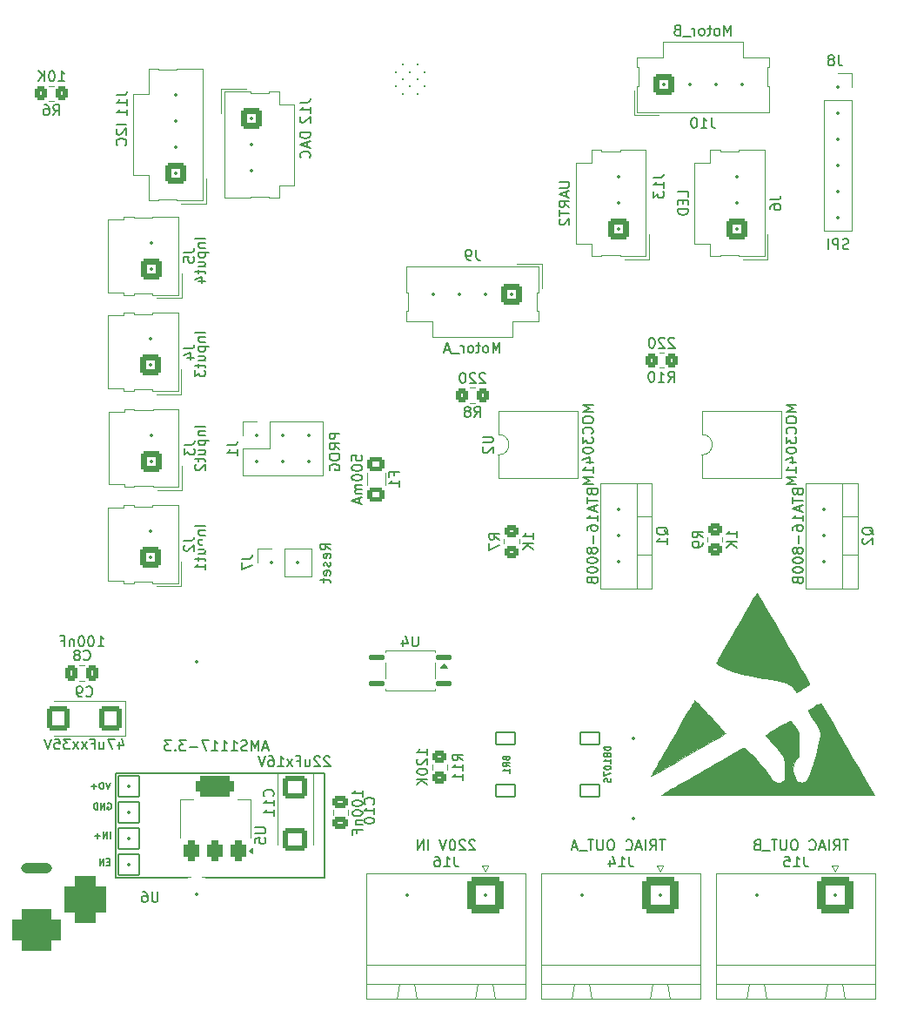
<source format=gbr>
%TF.GenerationSoftware,KiCad,Pcbnew,9.0.5*%
%TF.CreationDate,2025-10-21T15:42:54-03:00*%
%TF.ProjectId,v0.2,76302e32-2e6b-4696-9361-645f70636258,rev?*%
%TF.SameCoordinates,Original*%
%TF.FileFunction,Legend,Bot*%
%TF.FilePolarity,Positive*%
%FSLAX46Y46*%
G04 Gerber Fmt 4.6, Leading zero omitted, Abs format (unit mm)*
G04 Created by KiCad (PCBNEW 9.0.5) date 2025-10-21 15:42:54*
%MOMM*%
%LPD*%
G01*
G04 APERTURE LIST*
G04 Aperture macros list*
%AMRoundRect*
0 Rectangle with rounded corners*
0 $1 Rounding radius*
0 $2 $3 $4 $5 $6 $7 $8 $9 X,Y pos of 4 corners*
0 Add a 4 corners polygon primitive as box body*
4,1,4,$2,$3,$4,$5,$6,$7,$8,$9,$2,$3,0*
0 Add four circle primitives for the rounded corners*
1,1,$1+$1,$2,$3*
1,1,$1+$1,$4,$5*
1,1,$1+$1,$6,$7*
1,1,$1+$1,$8,$9*
0 Add four rect primitives between the rounded corners*
20,1,$1+$1,$2,$3,$4,$5,0*
20,1,$1+$1,$4,$5,$6,$7,0*
20,1,$1+$1,$6,$7,$8,$9,0*
20,1,$1+$1,$8,$9,$2,$3,0*%
G04 Aperture macros list end*
%ADD10C,0.150000*%
%ADD11C,0.120000*%
%ADD12C,0.127000*%
%ADD13C,0.010000*%
%ADD14R,4.500000X4.500000*%
%ADD15RoundRect,1.000000X1.400000X-1.000000X1.400000X1.000000X-1.400000X1.000000X-1.400000X-1.000000X0*%
%ADD16RoundRect,1.000000X1.000000X-1.250000X1.000000X1.250000X-1.000000X1.250000X-1.000000X-1.250000X0*%
%ADD17C,3.500000*%
%ADD18O,3.500000X3.500000*%
%ADD19RoundRect,0.250000X-0.475000X0.337500X-0.475000X-0.337500X0.475000X-0.337500X0.475000X0.337500X0*%
%ADD20RoundRect,0.250000X-0.350000X-0.450000X0.350000X-0.450000X0.350000X0.450000X-0.350000X0.450000X0*%
%ADD21R,3.000000X2.100000*%
%ADD22O,3.000000X2.100000*%
%ADD23RoundRect,0.301724X0.748276X-0.748276X0.748276X0.748276X-0.748276X0.748276X-0.748276X-0.748276X0*%
%ADD24C,2.100000*%
%ADD25RoundRect,0.137500X0.662500X0.137500X-0.662500X0.137500X-0.662500X-0.137500X0.662500X-0.137500X0*%
%ADD26RoundRect,0.428573X1.371427X1.371427X-1.371427X1.371427X-1.371427X-1.371427X1.371427X-1.371427X0*%
%ADD27O,3.600000X3.600000*%
%ADD28RoundRect,0.301724X0.748276X0.748276X-0.748276X0.748276X-0.748276X-0.748276X0.748276X-0.748276X0*%
%ADD29RoundRect,0.375000X0.375000X-0.625000X0.375000X0.625000X-0.375000X0.625000X-0.375000X-0.625000X0*%
%ADD30RoundRect,0.500000X1.400000X-0.500000X1.400000X0.500000X-1.400000X0.500000X-1.400000X-0.500000X0*%
%ADD31RoundRect,0.301724X-0.748276X-0.748276X0.748276X-0.748276X0.748276X0.748276X-0.748276X0.748276X0*%
%ADD32RoundRect,0.250001X0.624999X-0.462499X0.624999X0.462499X-0.624999X0.462499X-0.624999X-0.462499X0*%
%ADD33RoundRect,0.250000X0.337500X0.475000X-0.337500X0.475000X-0.337500X-0.475000X0.337500X-0.475000X0*%
%ADD34RoundRect,0.250000X0.450000X-0.350000X0.450000X0.350000X-0.450000X0.350000X-0.450000X-0.350000X0*%
%ADD35RoundRect,0.102000X-1.000000X-1.000000X1.000000X-1.000000X1.000000X1.000000X-1.000000X1.000000X0*%
%ADD36RoundRect,0.250000X-0.450000X0.350000X-0.450000X-0.350000X0.450000X-0.350000X0.450000X0.350000X0*%
%ADD37RoundRect,0.102000X-0.950000X0.600000X-0.950000X-0.600000X0.950000X-0.600000X0.950000X0.600000X0*%
%ADD38R,1.780000X2.000000*%
%ADD39RoundRect,0.301724X-0.748276X0.748276X-0.748276X-0.748276X0.748276X-0.748276X0.748276X0.748276X0*%
%ADD40R,2.100000X2.100000*%
%ADD41O,2.100000X2.100000*%
%ADD42RoundRect,0.250000X0.875000X0.925000X-0.875000X0.925000X-0.875000X-0.925000X0.875000X-0.925000X0*%
%ADD43RoundRect,0.250000X-0.925000X0.875000X-0.925000X-0.875000X0.925000X-0.875000X0.925000X0.875000X0*%
%ADD44C,1.800000*%
%ADD45C,0.800000*%
%ADD46C,0.600000*%
%ADD47O,3.000000X1.000000*%
%ADD48O,1.000000X3.000000*%
%ADD49C,0.200000*%
%ADD50C,0.350000*%
G04 APERTURE END LIST*
D10*
X70159580Y-139757142D02*
X70207200Y-139709523D01*
X70207200Y-139709523D02*
X70254819Y-139566666D01*
X70254819Y-139566666D02*
X70254819Y-139471428D01*
X70254819Y-139471428D02*
X70207200Y-139328571D01*
X70207200Y-139328571D02*
X70111961Y-139233333D01*
X70111961Y-139233333D02*
X70016723Y-139185714D01*
X70016723Y-139185714D02*
X69826247Y-139138095D01*
X69826247Y-139138095D02*
X69683390Y-139138095D01*
X69683390Y-139138095D02*
X69492914Y-139185714D01*
X69492914Y-139185714D02*
X69397676Y-139233333D01*
X69397676Y-139233333D02*
X69302438Y-139328571D01*
X69302438Y-139328571D02*
X69254819Y-139471428D01*
X69254819Y-139471428D02*
X69254819Y-139566666D01*
X69254819Y-139566666D02*
X69302438Y-139709523D01*
X69302438Y-139709523D02*
X69350057Y-139757142D01*
X70254819Y-140709523D02*
X70254819Y-140138095D01*
X70254819Y-140423809D02*
X69254819Y-140423809D01*
X69254819Y-140423809D02*
X69397676Y-140328571D01*
X69397676Y-140328571D02*
X69492914Y-140233333D01*
X69492914Y-140233333D02*
X69540533Y-140138095D01*
X69254819Y-141328571D02*
X69254819Y-141423809D01*
X69254819Y-141423809D02*
X69302438Y-141519047D01*
X69302438Y-141519047D02*
X69350057Y-141566666D01*
X69350057Y-141566666D02*
X69445295Y-141614285D01*
X69445295Y-141614285D02*
X69635771Y-141661904D01*
X69635771Y-141661904D02*
X69873866Y-141661904D01*
X69873866Y-141661904D02*
X70064342Y-141614285D01*
X70064342Y-141614285D02*
X70159580Y-141566666D01*
X70159580Y-141566666D02*
X70207200Y-141519047D01*
X70207200Y-141519047D02*
X70254819Y-141423809D01*
X70254819Y-141423809D02*
X70254819Y-141328571D01*
X70254819Y-141328571D02*
X70207200Y-141233333D01*
X70207200Y-141233333D02*
X70159580Y-141185714D01*
X70159580Y-141185714D02*
X70064342Y-141138095D01*
X70064342Y-141138095D02*
X69873866Y-141090476D01*
X69873866Y-141090476D02*
X69635771Y-141090476D01*
X69635771Y-141090476D02*
X69445295Y-141138095D01*
X69445295Y-141138095D02*
X69350057Y-141185714D01*
X69350057Y-141185714D02*
X69302438Y-141233333D01*
X69302438Y-141233333D02*
X69254819Y-141328571D01*
X69092319Y-139002380D02*
X69092319Y-138430952D01*
X69092319Y-138716666D02*
X68092319Y-138716666D01*
X68092319Y-138716666D02*
X68235176Y-138621428D01*
X68235176Y-138621428D02*
X68330414Y-138526190D01*
X68330414Y-138526190D02*
X68378033Y-138430952D01*
X68092319Y-139621428D02*
X68092319Y-139716666D01*
X68092319Y-139716666D02*
X68139938Y-139811904D01*
X68139938Y-139811904D02*
X68187557Y-139859523D01*
X68187557Y-139859523D02*
X68282795Y-139907142D01*
X68282795Y-139907142D02*
X68473271Y-139954761D01*
X68473271Y-139954761D02*
X68711366Y-139954761D01*
X68711366Y-139954761D02*
X68901842Y-139907142D01*
X68901842Y-139907142D02*
X68997080Y-139859523D01*
X68997080Y-139859523D02*
X69044700Y-139811904D01*
X69044700Y-139811904D02*
X69092319Y-139716666D01*
X69092319Y-139716666D02*
X69092319Y-139621428D01*
X69092319Y-139621428D02*
X69044700Y-139526190D01*
X69044700Y-139526190D02*
X68997080Y-139478571D01*
X68997080Y-139478571D02*
X68901842Y-139430952D01*
X68901842Y-139430952D02*
X68711366Y-139383333D01*
X68711366Y-139383333D02*
X68473271Y-139383333D01*
X68473271Y-139383333D02*
X68282795Y-139430952D01*
X68282795Y-139430952D02*
X68187557Y-139478571D01*
X68187557Y-139478571D02*
X68139938Y-139526190D01*
X68139938Y-139526190D02*
X68092319Y-139621428D01*
X68092319Y-140573809D02*
X68092319Y-140669047D01*
X68092319Y-140669047D02*
X68139938Y-140764285D01*
X68139938Y-140764285D02*
X68187557Y-140811904D01*
X68187557Y-140811904D02*
X68282795Y-140859523D01*
X68282795Y-140859523D02*
X68473271Y-140907142D01*
X68473271Y-140907142D02*
X68711366Y-140907142D01*
X68711366Y-140907142D02*
X68901842Y-140859523D01*
X68901842Y-140859523D02*
X68997080Y-140811904D01*
X68997080Y-140811904D02*
X69044700Y-140764285D01*
X69044700Y-140764285D02*
X69092319Y-140669047D01*
X69092319Y-140669047D02*
X69092319Y-140573809D01*
X69092319Y-140573809D02*
X69044700Y-140478571D01*
X69044700Y-140478571D02*
X68997080Y-140430952D01*
X68997080Y-140430952D02*
X68901842Y-140383333D01*
X68901842Y-140383333D02*
X68711366Y-140335714D01*
X68711366Y-140335714D02*
X68473271Y-140335714D01*
X68473271Y-140335714D02*
X68282795Y-140383333D01*
X68282795Y-140383333D02*
X68187557Y-140430952D01*
X68187557Y-140430952D02*
X68139938Y-140478571D01*
X68139938Y-140478571D02*
X68092319Y-140573809D01*
X68425652Y-141335714D02*
X69092319Y-141335714D01*
X68520890Y-141335714D02*
X68473271Y-141383333D01*
X68473271Y-141383333D02*
X68425652Y-141478571D01*
X68425652Y-141478571D02*
X68425652Y-141621428D01*
X68425652Y-141621428D02*
X68473271Y-141716666D01*
X68473271Y-141716666D02*
X68568509Y-141764285D01*
X68568509Y-141764285D02*
X69092319Y-141764285D01*
X68568509Y-142573809D02*
X68568509Y-142240476D01*
X69092319Y-142240476D02*
X68092319Y-142240476D01*
X68092319Y-142240476D02*
X68092319Y-142716666D01*
X79966666Y-102104819D02*
X80299999Y-101628628D01*
X80538094Y-102104819D02*
X80538094Y-101104819D01*
X80538094Y-101104819D02*
X80157142Y-101104819D01*
X80157142Y-101104819D02*
X80061904Y-101152438D01*
X80061904Y-101152438D02*
X80014285Y-101200057D01*
X80014285Y-101200057D02*
X79966666Y-101295295D01*
X79966666Y-101295295D02*
X79966666Y-101438152D01*
X79966666Y-101438152D02*
X80014285Y-101533390D01*
X80014285Y-101533390D02*
X80061904Y-101581009D01*
X80061904Y-101581009D02*
X80157142Y-101628628D01*
X80157142Y-101628628D02*
X80538094Y-101628628D01*
X79395237Y-101533390D02*
X79490475Y-101485771D01*
X79490475Y-101485771D02*
X79538094Y-101438152D01*
X79538094Y-101438152D02*
X79585713Y-101342914D01*
X79585713Y-101342914D02*
X79585713Y-101295295D01*
X79585713Y-101295295D02*
X79538094Y-101200057D01*
X79538094Y-101200057D02*
X79490475Y-101152438D01*
X79490475Y-101152438D02*
X79395237Y-101104819D01*
X79395237Y-101104819D02*
X79204761Y-101104819D01*
X79204761Y-101104819D02*
X79109523Y-101152438D01*
X79109523Y-101152438D02*
X79061904Y-101200057D01*
X79061904Y-101200057D02*
X79014285Y-101295295D01*
X79014285Y-101295295D02*
X79014285Y-101342914D01*
X79014285Y-101342914D02*
X79061904Y-101438152D01*
X79061904Y-101438152D02*
X79109523Y-101485771D01*
X79109523Y-101485771D02*
X79204761Y-101533390D01*
X79204761Y-101533390D02*
X79395237Y-101533390D01*
X79395237Y-101533390D02*
X79490475Y-101581009D01*
X79490475Y-101581009D02*
X79538094Y-101628628D01*
X79538094Y-101628628D02*
X79585713Y-101723866D01*
X79585713Y-101723866D02*
X79585713Y-101914342D01*
X79585713Y-101914342D02*
X79538094Y-102009580D01*
X79538094Y-102009580D02*
X79490475Y-102057200D01*
X79490475Y-102057200D02*
X79395237Y-102104819D01*
X79395237Y-102104819D02*
X79204761Y-102104819D01*
X79204761Y-102104819D02*
X79109523Y-102057200D01*
X79109523Y-102057200D02*
X79061904Y-102009580D01*
X79061904Y-102009580D02*
X79014285Y-101914342D01*
X79014285Y-101914342D02*
X79014285Y-101723866D01*
X79014285Y-101723866D02*
X79061904Y-101628628D01*
X79061904Y-101628628D02*
X79109523Y-101581009D01*
X79109523Y-101581009D02*
X79204761Y-101533390D01*
X81038094Y-97900057D02*
X80990475Y-97852438D01*
X80990475Y-97852438D02*
X80895237Y-97804819D01*
X80895237Y-97804819D02*
X80657142Y-97804819D01*
X80657142Y-97804819D02*
X80561904Y-97852438D01*
X80561904Y-97852438D02*
X80514285Y-97900057D01*
X80514285Y-97900057D02*
X80466666Y-97995295D01*
X80466666Y-97995295D02*
X80466666Y-98090533D01*
X80466666Y-98090533D02*
X80514285Y-98233390D01*
X80514285Y-98233390D02*
X81085713Y-98804819D01*
X81085713Y-98804819D02*
X80466666Y-98804819D01*
X80085713Y-97900057D02*
X80038094Y-97852438D01*
X80038094Y-97852438D02*
X79942856Y-97804819D01*
X79942856Y-97804819D02*
X79704761Y-97804819D01*
X79704761Y-97804819D02*
X79609523Y-97852438D01*
X79609523Y-97852438D02*
X79561904Y-97900057D01*
X79561904Y-97900057D02*
X79514285Y-97995295D01*
X79514285Y-97995295D02*
X79514285Y-98090533D01*
X79514285Y-98090533D02*
X79561904Y-98233390D01*
X79561904Y-98233390D02*
X80133332Y-98804819D01*
X80133332Y-98804819D02*
X79514285Y-98804819D01*
X78895237Y-97804819D02*
X78799999Y-97804819D01*
X78799999Y-97804819D02*
X78704761Y-97852438D01*
X78704761Y-97852438D02*
X78657142Y-97900057D01*
X78657142Y-97900057D02*
X78609523Y-97995295D01*
X78609523Y-97995295D02*
X78561904Y-98185771D01*
X78561904Y-98185771D02*
X78561904Y-98423866D01*
X78561904Y-98423866D02*
X78609523Y-98614342D01*
X78609523Y-98614342D02*
X78657142Y-98709580D01*
X78657142Y-98709580D02*
X78704761Y-98757200D01*
X78704761Y-98757200D02*
X78799999Y-98804819D01*
X78799999Y-98804819D02*
X78895237Y-98804819D01*
X78895237Y-98804819D02*
X78990475Y-98757200D01*
X78990475Y-98757200D02*
X79038094Y-98709580D01*
X79038094Y-98709580D02*
X79085713Y-98614342D01*
X79085713Y-98614342D02*
X79133332Y-98423866D01*
X79133332Y-98423866D02*
X79133332Y-98185771D01*
X79133332Y-98185771D02*
X79085713Y-97995295D01*
X79085713Y-97995295D02*
X79038094Y-97900057D01*
X79038094Y-97900057D02*
X78990475Y-97852438D01*
X78990475Y-97852438D02*
X78895237Y-97804819D01*
X98820057Y-113564761D02*
X98772438Y-113469523D01*
X98772438Y-113469523D02*
X98677200Y-113374285D01*
X98677200Y-113374285D02*
X98534342Y-113231428D01*
X98534342Y-113231428D02*
X98486723Y-113136190D01*
X98486723Y-113136190D02*
X98486723Y-113040952D01*
X98724819Y-113088571D02*
X98677200Y-112993333D01*
X98677200Y-112993333D02*
X98581961Y-112898095D01*
X98581961Y-112898095D02*
X98391485Y-112850476D01*
X98391485Y-112850476D02*
X98058152Y-112850476D01*
X98058152Y-112850476D02*
X97867676Y-112898095D01*
X97867676Y-112898095D02*
X97772438Y-112993333D01*
X97772438Y-112993333D02*
X97724819Y-113088571D01*
X97724819Y-113088571D02*
X97724819Y-113279047D01*
X97724819Y-113279047D02*
X97772438Y-113374285D01*
X97772438Y-113374285D02*
X97867676Y-113469523D01*
X97867676Y-113469523D02*
X98058152Y-113517142D01*
X98058152Y-113517142D02*
X98391485Y-113517142D01*
X98391485Y-113517142D02*
X98581961Y-113469523D01*
X98581961Y-113469523D02*
X98677200Y-113374285D01*
X98677200Y-113374285D02*
X98724819Y-113279047D01*
X98724819Y-113279047D02*
X98724819Y-113088571D01*
X98724819Y-114469523D02*
X98724819Y-113898095D01*
X98724819Y-114183809D02*
X97724819Y-114183809D01*
X97724819Y-114183809D02*
X97867676Y-114088571D01*
X97867676Y-114088571D02*
X97962914Y-113993333D01*
X97962914Y-113993333D02*
X98010533Y-113898095D01*
X91431009Y-109421904D02*
X91478628Y-109564761D01*
X91478628Y-109564761D02*
X91526247Y-109612380D01*
X91526247Y-109612380D02*
X91621485Y-109659999D01*
X91621485Y-109659999D02*
X91764342Y-109659999D01*
X91764342Y-109659999D02*
X91859580Y-109612380D01*
X91859580Y-109612380D02*
X91907200Y-109564761D01*
X91907200Y-109564761D02*
X91954819Y-109469523D01*
X91954819Y-109469523D02*
X91954819Y-109088571D01*
X91954819Y-109088571D02*
X90954819Y-109088571D01*
X90954819Y-109088571D02*
X90954819Y-109421904D01*
X90954819Y-109421904D02*
X91002438Y-109517142D01*
X91002438Y-109517142D02*
X91050057Y-109564761D01*
X91050057Y-109564761D02*
X91145295Y-109612380D01*
X91145295Y-109612380D02*
X91240533Y-109612380D01*
X91240533Y-109612380D02*
X91335771Y-109564761D01*
X91335771Y-109564761D02*
X91383390Y-109517142D01*
X91383390Y-109517142D02*
X91431009Y-109421904D01*
X91431009Y-109421904D02*
X91431009Y-109088571D01*
X90954819Y-109945714D02*
X90954819Y-110517142D01*
X91954819Y-110231428D02*
X90954819Y-110231428D01*
X91669104Y-110802857D02*
X91669104Y-111279047D01*
X91954819Y-110707619D02*
X90954819Y-111040952D01*
X90954819Y-111040952D02*
X91954819Y-111374285D01*
X91954819Y-112231428D02*
X91954819Y-111660000D01*
X91954819Y-111945714D02*
X90954819Y-111945714D01*
X90954819Y-111945714D02*
X91097676Y-111850476D01*
X91097676Y-111850476D02*
X91192914Y-111755238D01*
X91192914Y-111755238D02*
X91240533Y-111660000D01*
X90954819Y-113088571D02*
X90954819Y-112898095D01*
X90954819Y-112898095D02*
X91002438Y-112802857D01*
X91002438Y-112802857D02*
X91050057Y-112755238D01*
X91050057Y-112755238D02*
X91192914Y-112660000D01*
X91192914Y-112660000D02*
X91383390Y-112612381D01*
X91383390Y-112612381D02*
X91764342Y-112612381D01*
X91764342Y-112612381D02*
X91859580Y-112660000D01*
X91859580Y-112660000D02*
X91907200Y-112707619D01*
X91907200Y-112707619D02*
X91954819Y-112802857D01*
X91954819Y-112802857D02*
X91954819Y-112993333D01*
X91954819Y-112993333D02*
X91907200Y-113088571D01*
X91907200Y-113088571D02*
X91859580Y-113136190D01*
X91859580Y-113136190D02*
X91764342Y-113183809D01*
X91764342Y-113183809D02*
X91526247Y-113183809D01*
X91526247Y-113183809D02*
X91431009Y-113136190D01*
X91431009Y-113136190D02*
X91383390Y-113088571D01*
X91383390Y-113088571D02*
X91335771Y-112993333D01*
X91335771Y-112993333D02*
X91335771Y-112802857D01*
X91335771Y-112802857D02*
X91383390Y-112707619D01*
X91383390Y-112707619D02*
X91431009Y-112660000D01*
X91431009Y-112660000D02*
X91526247Y-112612381D01*
X91573866Y-113612381D02*
X91573866Y-114374286D01*
X91383390Y-114993333D02*
X91335771Y-114898095D01*
X91335771Y-114898095D02*
X91288152Y-114850476D01*
X91288152Y-114850476D02*
X91192914Y-114802857D01*
X91192914Y-114802857D02*
X91145295Y-114802857D01*
X91145295Y-114802857D02*
X91050057Y-114850476D01*
X91050057Y-114850476D02*
X91002438Y-114898095D01*
X91002438Y-114898095D02*
X90954819Y-114993333D01*
X90954819Y-114993333D02*
X90954819Y-115183809D01*
X90954819Y-115183809D02*
X91002438Y-115279047D01*
X91002438Y-115279047D02*
X91050057Y-115326666D01*
X91050057Y-115326666D02*
X91145295Y-115374285D01*
X91145295Y-115374285D02*
X91192914Y-115374285D01*
X91192914Y-115374285D02*
X91288152Y-115326666D01*
X91288152Y-115326666D02*
X91335771Y-115279047D01*
X91335771Y-115279047D02*
X91383390Y-115183809D01*
X91383390Y-115183809D02*
X91383390Y-114993333D01*
X91383390Y-114993333D02*
X91431009Y-114898095D01*
X91431009Y-114898095D02*
X91478628Y-114850476D01*
X91478628Y-114850476D02*
X91573866Y-114802857D01*
X91573866Y-114802857D02*
X91764342Y-114802857D01*
X91764342Y-114802857D02*
X91859580Y-114850476D01*
X91859580Y-114850476D02*
X91907200Y-114898095D01*
X91907200Y-114898095D02*
X91954819Y-114993333D01*
X91954819Y-114993333D02*
X91954819Y-115183809D01*
X91954819Y-115183809D02*
X91907200Y-115279047D01*
X91907200Y-115279047D02*
X91859580Y-115326666D01*
X91859580Y-115326666D02*
X91764342Y-115374285D01*
X91764342Y-115374285D02*
X91573866Y-115374285D01*
X91573866Y-115374285D02*
X91478628Y-115326666D01*
X91478628Y-115326666D02*
X91431009Y-115279047D01*
X91431009Y-115279047D02*
X91383390Y-115183809D01*
X90954819Y-115993333D02*
X90954819Y-116088571D01*
X90954819Y-116088571D02*
X91002438Y-116183809D01*
X91002438Y-116183809D02*
X91050057Y-116231428D01*
X91050057Y-116231428D02*
X91145295Y-116279047D01*
X91145295Y-116279047D02*
X91335771Y-116326666D01*
X91335771Y-116326666D02*
X91573866Y-116326666D01*
X91573866Y-116326666D02*
X91764342Y-116279047D01*
X91764342Y-116279047D02*
X91859580Y-116231428D01*
X91859580Y-116231428D02*
X91907200Y-116183809D01*
X91907200Y-116183809D02*
X91954819Y-116088571D01*
X91954819Y-116088571D02*
X91954819Y-115993333D01*
X91954819Y-115993333D02*
X91907200Y-115898095D01*
X91907200Y-115898095D02*
X91859580Y-115850476D01*
X91859580Y-115850476D02*
X91764342Y-115802857D01*
X91764342Y-115802857D02*
X91573866Y-115755238D01*
X91573866Y-115755238D02*
X91335771Y-115755238D01*
X91335771Y-115755238D02*
X91145295Y-115802857D01*
X91145295Y-115802857D02*
X91050057Y-115850476D01*
X91050057Y-115850476D02*
X91002438Y-115898095D01*
X91002438Y-115898095D02*
X90954819Y-115993333D01*
X90954819Y-116945714D02*
X90954819Y-117040952D01*
X90954819Y-117040952D02*
X91002438Y-117136190D01*
X91002438Y-117136190D02*
X91050057Y-117183809D01*
X91050057Y-117183809D02*
X91145295Y-117231428D01*
X91145295Y-117231428D02*
X91335771Y-117279047D01*
X91335771Y-117279047D02*
X91573866Y-117279047D01*
X91573866Y-117279047D02*
X91764342Y-117231428D01*
X91764342Y-117231428D02*
X91859580Y-117183809D01*
X91859580Y-117183809D02*
X91907200Y-117136190D01*
X91907200Y-117136190D02*
X91954819Y-117040952D01*
X91954819Y-117040952D02*
X91954819Y-116945714D01*
X91954819Y-116945714D02*
X91907200Y-116850476D01*
X91907200Y-116850476D02*
X91859580Y-116802857D01*
X91859580Y-116802857D02*
X91764342Y-116755238D01*
X91764342Y-116755238D02*
X91573866Y-116707619D01*
X91573866Y-116707619D02*
X91335771Y-116707619D01*
X91335771Y-116707619D02*
X91145295Y-116755238D01*
X91145295Y-116755238D02*
X91050057Y-116802857D01*
X91050057Y-116802857D02*
X91002438Y-116850476D01*
X91002438Y-116850476D02*
X90954819Y-116945714D01*
X91431009Y-118040952D02*
X91478628Y-118183809D01*
X91478628Y-118183809D02*
X91526247Y-118231428D01*
X91526247Y-118231428D02*
X91621485Y-118279047D01*
X91621485Y-118279047D02*
X91764342Y-118279047D01*
X91764342Y-118279047D02*
X91859580Y-118231428D01*
X91859580Y-118231428D02*
X91907200Y-118183809D01*
X91907200Y-118183809D02*
X91954819Y-118088571D01*
X91954819Y-118088571D02*
X91954819Y-117707619D01*
X91954819Y-117707619D02*
X90954819Y-117707619D01*
X90954819Y-117707619D02*
X90954819Y-118040952D01*
X90954819Y-118040952D02*
X91002438Y-118136190D01*
X91002438Y-118136190D02*
X91050057Y-118183809D01*
X91050057Y-118183809D02*
X91145295Y-118231428D01*
X91145295Y-118231428D02*
X91240533Y-118231428D01*
X91240533Y-118231428D02*
X91335771Y-118183809D01*
X91335771Y-118183809D02*
X91383390Y-118136190D01*
X91383390Y-118136190D02*
X91431009Y-118040952D01*
X91431009Y-118040952D02*
X91431009Y-117707619D01*
X108774819Y-80976666D02*
X109489104Y-80976666D01*
X109489104Y-80976666D02*
X109631961Y-80929047D01*
X109631961Y-80929047D02*
X109727200Y-80833809D01*
X109727200Y-80833809D02*
X109774819Y-80690952D01*
X109774819Y-80690952D02*
X109774819Y-80595714D01*
X108774819Y-81881428D02*
X108774819Y-81690952D01*
X108774819Y-81690952D02*
X108822438Y-81595714D01*
X108822438Y-81595714D02*
X108870057Y-81548095D01*
X108870057Y-81548095D02*
X109012914Y-81452857D01*
X109012914Y-81452857D02*
X109203390Y-81405238D01*
X109203390Y-81405238D02*
X109584342Y-81405238D01*
X109584342Y-81405238D02*
X109679580Y-81452857D01*
X109679580Y-81452857D02*
X109727200Y-81500476D01*
X109727200Y-81500476D02*
X109774819Y-81595714D01*
X109774819Y-81595714D02*
X109774819Y-81786190D01*
X109774819Y-81786190D02*
X109727200Y-81881428D01*
X109727200Y-81881428D02*
X109679580Y-81929047D01*
X109679580Y-81929047D02*
X109584342Y-81976666D01*
X109584342Y-81976666D02*
X109346247Y-81976666D01*
X109346247Y-81976666D02*
X109251009Y-81929047D01*
X109251009Y-81929047D02*
X109203390Y-81881428D01*
X109203390Y-81881428D02*
X109155771Y-81786190D01*
X109155771Y-81786190D02*
X109155771Y-81595714D01*
X109155771Y-81595714D02*
X109203390Y-81500476D01*
X109203390Y-81500476D02*
X109251009Y-81452857D01*
X109251009Y-81452857D02*
X109346247Y-81405238D01*
X100774819Y-80667142D02*
X100774819Y-80190952D01*
X100774819Y-80190952D02*
X99774819Y-80190952D01*
X100251009Y-81000476D02*
X100251009Y-81333809D01*
X100774819Y-81476666D02*
X100774819Y-81000476D01*
X100774819Y-81000476D02*
X99774819Y-81000476D01*
X99774819Y-81000476D02*
X99774819Y-81476666D01*
X100774819Y-81905238D02*
X99774819Y-81905238D01*
X99774819Y-81905238D02*
X99774819Y-82143333D01*
X99774819Y-82143333D02*
X99822438Y-82286190D01*
X99822438Y-82286190D02*
X99917676Y-82381428D01*
X99917676Y-82381428D02*
X100012914Y-82429047D01*
X100012914Y-82429047D02*
X100203390Y-82476666D01*
X100203390Y-82476666D02*
X100346247Y-82476666D01*
X100346247Y-82476666D02*
X100536723Y-82429047D01*
X100536723Y-82429047D02*
X100631961Y-82381428D01*
X100631961Y-82381428D02*
X100727200Y-82286190D01*
X100727200Y-82286190D02*
X100774819Y-82143333D01*
X100774819Y-82143333D02*
X100774819Y-81905238D01*
X74511904Y-123424819D02*
X74511904Y-124234342D01*
X74511904Y-124234342D02*
X74464285Y-124329580D01*
X74464285Y-124329580D02*
X74416666Y-124377200D01*
X74416666Y-124377200D02*
X74321428Y-124424819D01*
X74321428Y-124424819D02*
X74130952Y-124424819D01*
X74130952Y-124424819D02*
X74035714Y-124377200D01*
X74035714Y-124377200D02*
X73988095Y-124329580D01*
X73988095Y-124329580D02*
X73940476Y-124234342D01*
X73940476Y-124234342D02*
X73940476Y-123424819D01*
X73035714Y-123758152D02*
X73035714Y-124424819D01*
X73273809Y-123377200D02*
X73511904Y-124091485D01*
X73511904Y-124091485D02*
X72892857Y-124091485D01*
X118820057Y-113564761D02*
X118772438Y-113469523D01*
X118772438Y-113469523D02*
X118677200Y-113374285D01*
X118677200Y-113374285D02*
X118534342Y-113231428D01*
X118534342Y-113231428D02*
X118486723Y-113136190D01*
X118486723Y-113136190D02*
X118486723Y-113040952D01*
X118724819Y-113088571D02*
X118677200Y-112993333D01*
X118677200Y-112993333D02*
X118581961Y-112898095D01*
X118581961Y-112898095D02*
X118391485Y-112850476D01*
X118391485Y-112850476D02*
X118058152Y-112850476D01*
X118058152Y-112850476D02*
X117867676Y-112898095D01*
X117867676Y-112898095D02*
X117772438Y-112993333D01*
X117772438Y-112993333D02*
X117724819Y-113088571D01*
X117724819Y-113088571D02*
X117724819Y-113279047D01*
X117724819Y-113279047D02*
X117772438Y-113374285D01*
X117772438Y-113374285D02*
X117867676Y-113469523D01*
X117867676Y-113469523D02*
X118058152Y-113517142D01*
X118058152Y-113517142D02*
X118391485Y-113517142D01*
X118391485Y-113517142D02*
X118581961Y-113469523D01*
X118581961Y-113469523D02*
X118677200Y-113374285D01*
X118677200Y-113374285D02*
X118724819Y-113279047D01*
X118724819Y-113279047D02*
X118724819Y-113088571D01*
X117820057Y-113898095D02*
X117772438Y-113945714D01*
X117772438Y-113945714D02*
X117724819Y-114040952D01*
X117724819Y-114040952D02*
X117724819Y-114279047D01*
X117724819Y-114279047D02*
X117772438Y-114374285D01*
X117772438Y-114374285D02*
X117820057Y-114421904D01*
X117820057Y-114421904D02*
X117915295Y-114469523D01*
X117915295Y-114469523D02*
X118010533Y-114469523D01*
X118010533Y-114469523D02*
X118153390Y-114421904D01*
X118153390Y-114421904D02*
X118724819Y-113850476D01*
X118724819Y-113850476D02*
X118724819Y-114469523D01*
X111431009Y-109421904D02*
X111478628Y-109564761D01*
X111478628Y-109564761D02*
X111526247Y-109612380D01*
X111526247Y-109612380D02*
X111621485Y-109659999D01*
X111621485Y-109659999D02*
X111764342Y-109659999D01*
X111764342Y-109659999D02*
X111859580Y-109612380D01*
X111859580Y-109612380D02*
X111907200Y-109564761D01*
X111907200Y-109564761D02*
X111954819Y-109469523D01*
X111954819Y-109469523D02*
X111954819Y-109088571D01*
X111954819Y-109088571D02*
X110954819Y-109088571D01*
X110954819Y-109088571D02*
X110954819Y-109421904D01*
X110954819Y-109421904D02*
X111002438Y-109517142D01*
X111002438Y-109517142D02*
X111050057Y-109564761D01*
X111050057Y-109564761D02*
X111145295Y-109612380D01*
X111145295Y-109612380D02*
X111240533Y-109612380D01*
X111240533Y-109612380D02*
X111335771Y-109564761D01*
X111335771Y-109564761D02*
X111383390Y-109517142D01*
X111383390Y-109517142D02*
X111431009Y-109421904D01*
X111431009Y-109421904D02*
X111431009Y-109088571D01*
X110954819Y-109945714D02*
X110954819Y-110517142D01*
X111954819Y-110231428D02*
X110954819Y-110231428D01*
X111669104Y-110802857D02*
X111669104Y-111279047D01*
X111954819Y-110707619D02*
X110954819Y-111040952D01*
X110954819Y-111040952D02*
X111954819Y-111374285D01*
X111954819Y-112231428D02*
X111954819Y-111660000D01*
X111954819Y-111945714D02*
X110954819Y-111945714D01*
X110954819Y-111945714D02*
X111097676Y-111850476D01*
X111097676Y-111850476D02*
X111192914Y-111755238D01*
X111192914Y-111755238D02*
X111240533Y-111660000D01*
X110954819Y-113088571D02*
X110954819Y-112898095D01*
X110954819Y-112898095D02*
X111002438Y-112802857D01*
X111002438Y-112802857D02*
X111050057Y-112755238D01*
X111050057Y-112755238D02*
X111192914Y-112660000D01*
X111192914Y-112660000D02*
X111383390Y-112612381D01*
X111383390Y-112612381D02*
X111764342Y-112612381D01*
X111764342Y-112612381D02*
X111859580Y-112660000D01*
X111859580Y-112660000D02*
X111907200Y-112707619D01*
X111907200Y-112707619D02*
X111954819Y-112802857D01*
X111954819Y-112802857D02*
X111954819Y-112993333D01*
X111954819Y-112993333D02*
X111907200Y-113088571D01*
X111907200Y-113088571D02*
X111859580Y-113136190D01*
X111859580Y-113136190D02*
X111764342Y-113183809D01*
X111764342Y-113183809D02*
X111526247Y-113183809D01*
X111526247Y-113183809D02*
X111431009Y-113136190D01*
X111431009Y-113136190D02*
X111383390Y-113088571D01*
X111383390Y-113088571D02*
X111335771Y-112993333D01*
X111335771Y-112993333D02*
X111335771Y-112802857D01*
X111335771Y-112802857D02*
X111383390Y-112707619D01*
X111383390Y-112707619D02*
X111431009Y-112660000D01*
X111431009Y-112660000D02*
X111526247Y-112612381D01*
X111573866Y-113612381D02*
X111573866Y-114374286D01*
X111383390Y-114993333D02*
X111335771Y-114898095D01*
X111335771Y-114898095D02*
X111288152Y-114850476D01*
X111288152Y-114850476D02*
X111192914Y-114802857D01*
X111192914Y-114802857D02*
X111145295Y-114802857D01*
X111145295Y-114802857D02*
X111050057Y-114850476D01*
X111050057Y-114850476D02*
X111002438Y-114898095D01*
X111002438Y-114898095D02*
X110954819Y-114993333D01*
X110954819Y-114993333D02*
X110954819Y-115183809D01*
X110954819Y-115183809D02*
X111002438Y-115279047D01*
X111002438Y-115279047D02*
X111050057Y-115326666D01*
X111050057Y-115326666D02*
X111145295Y-115374285D01*
X111145295Y-115374285D02*
X111192914Y-115374285D01*
X111192914Y-115374285D02*
X111288152Y-115326666D01*
X111288152Y-115326666D02*
X111335771Y-115279047D01*
X111335771Y-115279047D02*
X111383390Y-115183809D01*
X111383390Y-115183809D02*
X111383390Y-114993333D01*
X111383390Y-114993333D02*
X111431009Y-114898095D01*
X111431009Y-114898095D02*
X111478628Y-114850476D01*
X111478628Y-114850476D02*
X111573866Y-114802857D01*
X111573866Y-114802857D02*
X111764342Y-114802857D01*
X111764342Y-114802857D02*
X111859580Y-114850476D01*
X111859580Y-114850476D02*
X111907200Y-114898095D01*
X111907200Y-114898095D02*
X111954819Y-114993333D01*
X111954819Y-114993333D02*
X111954819Y-115183809D01*
X111954819Y-115183809D02*
X111907200Y-115279047D01*
X111907200Y-115279047D02*
X111859580Y-115326666D01*
X111859580Y-115326666D02*
X111764342Y-115374285D01*
X111764342Y-115374285D02*
X111573866Y-115374285D01*
X111573866Y-115374285D02*
X111478628Y-115326666D01*
X111478628Y-115326666D02*
X111431009Y-115279047D01*
X111431009Y-115279047D02*
X111383390Y-115183809D01*
X110954819Y-115993333D02*
X110954819Y-116088571D01*
X110954819Y-116088571D02*
X111002438Y-116183809D01*
X111002438Y-116183809D02*
X111050057Y-116231428D01*
X111050057Y-116231428D02*
X111145295Y-116279047D01*
X111145295Y-116279047D02*
X111335771Y-116326666D01*
X111335771Y-116326666D02*
X111573866Y-116326666D01*
X111573866Y-116326666D02*
X111764342Y-116279047D01*
X111764342Y-116279047D02*
X111859580Y-116231428D01*
X111859580Y-116231428D02*
X111907200Y-116183809D01*
X111907200Y-116183809D02*
X111954819Y-116088571D01*
X111954819Y-116088571D02*
X111954819Y-115993333D01*
X111954819Y-115993333D02*
X111907200Y-115898095D01*
X111907200Y-115898095D02*
X111859580Y-115850476D01*
X111859580Y-115850476D02*
X111764342Y-115802857D01*
X111764342Y-115802857D02*
X111573866Y-115755238D01*
X111573866Y-115755238D02*
X111335771Y-115755238D01*
X111335771Y-115755238D02*
X111145295Y-115802857D01*
X111145295Y-115802857D02*
X111050057Y-115850476D01*
X111050057Y-115850476D02*
X111002438Y-115898095D01*
X111002438Y-115898095D02*
X110954819Y-115993333D01*
X110954819Y-116945714D02*
X110954819Y-117040952D01*
X110954819Y-117040952D02*
X111002438Y-117136190D01*
X111002438Y-117136190D02*
X111050057Y-117183809D01*
X111050057Y-117183809D02*
X111145295Y-117231428D01*
X111145295Y-117231428D02*
X111335771Y-117279047D01*
X111335771Y-117279047D02*
X111573866Y-117279047D01*
X111573866Y-117279047D02*
X111764342Y-117231428D01*
X111764342Y-117231428D02*
X111859580Y-117183809D01*
X111859580Y-117183809D02*
X111907200Y-117136190D01*
X111907200Y-117136190D02*
X111954819Y-117040952D01*
X111954819Y-117040952D02*
X111954819Y-116945714D01*
X111954819Y-116945714D02*
X111907200Y-116850476D01*
X111907200Y-116850476D02*
X111859580Y-116802857D01*
X111859580Y-116802857D02*
X111764342Y-116755238D01*
X111764342Y-116755238D02*
X111573866Y-116707619D01*
X111573866Y-116707619D02*
X111335771Y-116707619D01*
X111335771Y-116707619D02*
X111145295Y-116755238D01*
X111145295Y-116755238D02*
X111050057Y-116802857D01*
X111050057Y-116802857D02*
X111002438Y-116850476D01*
X111002438Y-116850476D02*
X110954819Y-116945714D01*
X111431009Y-118040952D02*
X111478628Y-118183809D01*
X111478628Y-118183809D02*
X111526247Y-118231428D01*
X111526247Y-118231428D02*
X111621485Y-118279047D01*
X111621485Y-118279047D02*
X111764342Y-118279047D01*
X111764342Y-118279047D02*
X111859580Y-118231428D01*
X111859580Y-118231428D02*
X111907200Y-118183809D01*
X111907200Y-118183809D02*
X111954819Y-118088571D01*
X111954819Y-118088571D02*
X111954819Y-117707619D01*
X111954819Y-117707619D02*
X110954819Y-117707619D01*
X110954819Y-117707619D02*
X110954819Y-118040952D01*
X110954819Y-118040952D02*
X111002438Y-118136190D01*
X111002438Y-118136190D02*
X111050057Y-118183809D01*
X111050057Y-118183809D02*
X111145295Y-118231428D01*
X111145295Y-118231428D02*
X111240533Y-118231428D01*
X111240533Y-118231428D02*
X111335771Y-118183809D01*
X111335771Y-118183809D02*
X111383390Y-118136190D01*
X111383390Y-118136190D02*
X111431009Y-118040952D01*
X111431009Y-118040952D02*
X111431009Y-117707619D01*
X112061523Y-144844819D02*
X112061523Y-145559104D01*
X112061523Y-145559104D02*
X112109142Y-145701961D01*
X112109142Y-145701961D02*
X112204380Y-145797200D01*
X112204380Y-145797200D02*
X112347237Y-145844819D01*
X112347237Y-145844819D02*
X112442475Y-145844819D01*
X111061523Y-145844819D02*
X111632951Y-145844819D01*
X111347237Y-145844819D02*
X111347237Y-144844819D01*
X111347237Y-144844819D02*
X111442475Y-144987676D01*
X111442475Y-144987676D02*
X111537713Y-145082914D01*
X111537713Y-145082914D02*
X111632951Y-145130533D01*
X110156761Y-144844819D02*
X110632951Y-144844819D01*
X110632951Y-144844819D02*
X110680570Y-145321009D01*
X110680570Y-145321009D02*
X110632951Y-145273390D01*
X110632951Y-145273390D02*
X110537713Y-145225771D01*
X110537713Y-145225771D02*
X110299618Y-145225771D01*
X110299618Y-145225771D02*
X110204380Y-145273390D01*
X110204380Y-145273390D02*
X110156761Y-145321009D01*
X110156761Y-145321009D02*
X110109142Y-145416247D01*
X110109142Y-145416247D02*
X110109142Y-145654342D01*
X110109142Y-145654342D02*
X110156761Y-145749580D01*
X110156761Y-145749580D02*
X110204380Y-145797200D01*
X110204380Y-145797200D02*
X110299618Y-145844819D01*
X110299618Y-145844819D02*
X110537713Y-145844819D01*
X110537713Y-145844819D02*
X110632951Y-145797200D01*
X110632951Y-145797200D02*
X110680570Y-145749580D01*
X116402856Y-143218819D02*
X115831428Y-143218819D01*
X116117142Y-144218819D02*
X116117142Y-143218819D01*
X114926666Y-144218819D02*
X115259999Y-143742628D01*
X115498094Y-144218819D02*
X115498094Y-143218819D01*
X115498094Y-143218819D02*
X115117142Y-143218819D01*
X115117142Y-143218819D02*
X115021904Y-143266438D01*
X115021904Y-143266438D02*
X114974285Y-143314057D01*
X114974285Y-143314057D02*
X114926666Y-143409295D01*
X114926666Y-143409295D02*
X114926666Y-143552152D01*
X114926666Y-143552152D02*
X114974285Y-143647390D01*
X114974285Y-143647390D02*
X115021904Y-143695009D01*
X115021904Y-143695009D02*
X115117142Y-143742628D01*
X115117142Y-143742628D02*
X115498094Y-143742628D01*
X114498094Y-144218819D02*
X114498094Y-143218819D01*
X114069523Y-143933104D02*
X113593333Y-143933104D01*
X114164761Y-144218819D02*
X113831428Y-143218819D01*
X113831428Y-143218819D02*
X113498095Y-144218819D01*
X112593333Y-144123580D02*
X112640952Y-144171200D01*
X112640952Y-144171200D02*
X112783809Y-144218819D01*
X112783809Y-144218819D02*
X112879047Y-144218819D01*
X112879047Y-144218819D02*
X113021904Y-144171200D01*
X113021904Y-144171200D02*
X113117142Y-144075961D01*
X113117142Y-144075961D02*
X113164761Y-143980723D01*
X113164761Y-143980723D02*
X113212380Y-143790247D01*
X113212380Y-143790247D02*
X113212380Y-143647390D01*
X113212380Y-143647390D02*
X113164761Y-143456914D01*
X113164761Y-143456914D02*
X113117142Y-143361676D01*
X113117142Y-143361676D02*
X113021904Y-143266438D01*
X113021904Y-143266438D02*
X112879047Y-143218819D01*
X112879047Y-143218819D02*
X112783809Y-143218819D01*
X112783809Y-143218819D02*
X112640952Y-143266438D01*
X112640952Y-143266438D02*
X112593333Y-143314057D01*
X111212380Y-143218819D02*
X111021904Y-143218819D01*
X111021904Y-143218819D02*
X110926666Y-143266438D01*
X110926666Y-143266438D02*
X110831428Y-143361676D01*
X110831428Y-143361676D02*
X110783809Y-143552152D01*
X110783809Y-143552152D02*
X110783809Y-143885485D01*
X110783809Y-143885485D02*
X110831428Y-144075961D01*
X110831428Y-144075961D02*
X110926666Y-144171200D01*
X110926666Y-144171200D02*
X111021904Y-144218819D01*
X111021904Y-144218819D02*
X111212380Y-144218819D01*
X111212380Y-144218819D02*
X111307618Y-144171200D01*
X111307618Y-144171200D02*
X111402856Y-144075961D01*
X111402856Y-144075961D02*
X111450475Y-143885485D01*
X111450475Y-143885485D02*
X111450475Y-143552152D01*
X111450475Y-143552152D02*
X111402856Y-143361676D01*
X111402856Y-143361676D02*
X111307618Y-143266438D01*
X111307618Y-143266438D02*
X111212380Y-143218819D01*
X110355237Y-143218819D02*
X110355237Y-144028342D01*
X110355237Y-144028342D02*
X110307618Y-144123580D01*
X110307618Y-144123580D02*
X110259999Y-144171200D01*
X110259999Y-144171200D02*
X110164761Y-144218819D01*
X110164761Y-144218819D02*
X109974285Y-144218819D01*
X109974285Y-144218819D02*
X109879047Y-144171200D01*
X109879047Y-144171200D02*
X109831428Y-144123580D01*
X109831428Y-144123580D02*
X109783809Y-144028342D01*
X109783809Y-144028342D02*
X109783809Y-143218819D01*
X109450475Y-143218819D02*
X108879047Y-143218819D01*
X109164761Y-144218819D02*
X109164761Y-143218819D01*
X108783809Y-144314057D02*
X108021904Y-144314057D01*
X107450475Y-143695009D02*
X107307618Y-143742628D01*
X107307618Y-143742628D02*
X107259999Y-143790247D01*
X107259999Y-143790247D02*
X107212380Y-143885485D01*
X107212380Y-143885485D02*
X107212380Y-144028342D01*
X107212380Y-144028342D02*
X107259999Y-144123580D01*
X107259999Y-144123580D02*
X107307618Y-144171200D01*
X107307618Y-144171200D02*
X107402856Y-144218819D01*
X107402856Y-144218819D02*
X107783808Y-144218819D01*
X107783808Y-144218819D02*
X107783808Y-143218819D01*
X107783808Y-143218819D02*
X107450475Y-143218819D01*
X107450475Y-143218819D02*
X107355237Y-143266438D01*
X107355237Y-143266438D02*
X107307618Y-143314057D01*
X107307618Y-143314057D02*
X107259999Y-143409295D01*
X107259999Y-143409295D02*
X107259999Y-143504533D01*
X107259999Y-143504533D02*
X107307618Y-143599771D01*
X107307618Y-143599771D02*
X107355237Y-143647390D01*
X107355237Y-143647390D02*
X107450475Y-143695009D01*
X107450475Y-143695009D02*
X107783808Y-143695009D01*
X51762319Y-104796666D02*
X52476604Y-104796666D01*
X52476604Y-104796666D02*
X52619461Y-104749047D01*
X52619461Y-104749047D02*
X52714700Y-104653809D01*
X52714700Y-104653809D02*
X52762319Y-104510952D01*
X52762319Y-104510952D02*
X52762319Y-104415714D01*
X51762319Y-105177619D02*
X51762319Y-105796666D01*
X51762319Y-105796666D02*
X52143271Y-105463333D01*
X52143271Y-105463333D02*
X52143271Y-105606190D01*
X52143271Y-105606190D02*
X52190890Y-105701428D01*
X52190890Y-105701428D02*
X52238509Y-105749047D01*
X52238509Y-105749047D02*
X52333747Y-105796666D01*
X52333747Y-105796666D02*
X52571842Y-105796666D01*
X52571842Y-105796666D02*
X52667080Y-105749047D01*
X52667080Y-105749047D02*
X52714700Y-105701428D01*
X52714700Y-105701428D02*
X52762319Y-105606190D01*
X52762319Y-105606190D02*
X52762319Y-105320476D01*
X52762319Y-105320476D02*
X52714700Y-105225238D01*
X52714700Y-105225238D02*
X52667080Y-105177619D01*
X53794819Y-103010952D02*
X52794819Y-103010952D01*
X53128152Y-103487142D02*
X53794819Y-103487142D01*
X53223390Y-103487142D02*
X53175771Y-103534761D01*
X53175771Y-103534761D02*
X53128152Y-103629999D01*
X53128152Y-103629999D02*
X53128152Y-103772856D01*
X53128152Y-103772856D02*
X53175771Y-103868094D01*
X53175771Y-103868094D02*
X53271009Y-103915713D01*
X53271009Y-103915713D02*
X53794819Y-103915713D01*
X53128152Y-104391904D02*
X54128152Y-104391904D01*
X53175771Y-104391904D02*
X53128152Y-104487142D01*
X53128152Y-104487142D02*
X53128152Y-104677618D01*
X53128152Y-104677618D02*
X53175771Y-104772856D01*
X53175771Y-104772856D02*
X53223390Y-104820475D01*
X53223390Y-104820475D02*
X53318628Y-104868094D01*
X53318628Y-104868094D02*
X53604342Y-104868094D01*
X53604342Y-104868094D02*
X53699580Y-104820475D01*
X53699580Y-104820475D02*
X53747200Y-104772856D01*
X53747200Y-104772856D02*
X53794819Y-104677618D01*
X53794819Y-104677618D02*
X53794819Y-104487142D01*
X53794819Y-104487142D02*
X53747200Y-104391904D01*
X53128152Y-105725237D02*
X53794819Y-105725237D01*
X53128152Y-105296666D02*
X53651961Y-105296666D01*
X53651961Y-105296666D02*
X53747200Y-105344285D01*
X53747200Y-105344285D02*
X53794819Y-105439523D01*
X53794819Y-105439523D02*
X53794819Y-105582380D01*
X53794819Y-105582380D02*
X53747200Y-105677618D01*
X53747200Y-105677618D02*
X53699580Y-105725237D01*
X53128152Y-106058571D02*
X53128152Y-106439523D01*
X52794819Y-106201428D02*
X53651961Y-106201428D01*
X53651961Y-106201428D02*
X53747200Y-106249047D01*
X53747200Y-106249047D02*
X53794819Y-106344285D01*
X53794819Y-106344285D02*
X53794819Y-106439523D01*
X52890057Y-106725238D02*
X52842438Y-106772857D01*
X52842438Y-106772857D02*
X52794819Y-106868095D01*
X52794819Y-106868095D02*
X52794819Y-107106190D01*
X52794819Y-107106190D02*
X52842438Y-107201428D01*
X52842438Y-107201428D02*
X52890057Y-107249047D01*
X52890057Y-107249047D02*
X52985295Y-107296666D01*
X52985295Y-107296666D02*
X53080533Y-107296666D01*
X53080533Y-107296666D02*
X53223390Y-107249047D01*
X53223390Y-107249047D02*
X53794819Y-106677619D01*
X53794819Y-106677619D02*
X53794819Y-107296666D01*
X45174819Y-70818476D02*
X45889104Y-70818476D01*
X45889104Y-70818476D02*
X46031961Y-70770857D01*
X46031961Y-70770857D02*
X46127200Y-70675619D01*
X46127200Y-70675619D02*
X46174819Y-70532762D01*
X46174819Y-70532762D02*
X46174819Y-70437524D01*
X46174819Y-71818476D02*
X46174819Y-71247048D01*
X46174819Y-71532762D02*
X45174819Y-71532762D01*
X45174819Y-71532762D02*
X45317676Y-71437524D01*
X45317676Y-71437524D02*
X45412914Y-71342286D01*
X45412914Y-71342286D02*
X45460533Y-71247048D01*
X46174819Y-72770857D02*
X46174819Y-72199429D01*
X46174819Y-72485143D02*
X45174819Y-72485143D01*
X45174819Y-72485143D02*
X45317676Y-72389905D01*
X45317676Y-72389905D02*
X45412914Y-72294667D01*
X45412914Y-72294667D02*
X45460533Y-72199429D01*
X46124819Y-73663810D02*
X45124819Y-73663810D01*
X45220057Y-74092381D02*
X45172438Y-74140000D01*
X45172438Y-74140000D02*
X45124819Y-74235238D01*
X45124819Y-74235238D02*
X45124819Y-74473333D01*
X45124819Y-74473333D02*
X45172438Y-74568571D01*
X45172438Y-74568571D02*
X45220057Y-74616190D01*
X45220057Y-74616190D02*
X45315295Y-74663809D01*
X45315295Y-74663809D02*
X45410533Y-74663809D01*
X45410533Y-74663809D02*
X45553390Y-74616190D01*
X45553390Y-74616190D02*
X46124819Y-74044762D01*
X46124819Y-74044762D02*
X46124819Y-74663809D01*
X46029580Y-75663809D02*
X46077200Y-75616190D01*
X46077200Y-75616190D02*
X46124819Y-75473333D01*
X46124819Y-75473333D02*
X46124819Y-75378095D01*
X46124819Y-75378095D02*
X46077200Y-75235238D01*
X46077200Y-75235238D02*
X45981961Y-75140000D01*
X45981961Y-75140000D02*
X45886723Y-75092381D01*
X45886723Y-75092381D02*
X45696247Y-75044762D01*
X45696247Y-75044762D02*
X45553390Y-75044762D01*
X45553390Y-75044762D02*
X45362914Y-75092381D01*
X45362914Y-75092381D02*
X45267676Y-75140000D01*
X45267676Y-75140000D02*
X45172438Y-75235238D01*
X45172438Y-75235238D02*
X45124819Y-75378095D01*
X45124819Y-75378095D02*
X45124819Y-75473333D01*
X45124819Y-75473333D02*
X45172438Y-75616190D01*
X45172438Y-75616190D02*
X45220057Y-75663809D01*
X80143333Y-85854819D02*
X80143333Y-86569104D01*
X80143333Y-86569104D02*
X80190952Y-86711961D01*
X80190952Y-86711961D02*
X80286190Y-86807200D01*
X80286190Y-86807200D02*
X80429047Y-86854819D01*
X80429047Y-86854819D02*
X80524285Y-86854819D01*
X79619523Y-86854819D02*
X79429047Y-86854819D01*
X79429047Y-86854819D02*
X79333809Y-86807200D01*
X79333809Y-86807200D02*
X79286190Y-86759580D01*
X79286190Y-86759580D02*
X79190952Y-86616723D01*
X79190952Y-86616723D02*
X79143333Y-86426247D01*
X79143333Y-86426247D02*
X79143333Y-86045295D01*
X79143333Y-86045295D02*
X79190952Y-85950057D01*
X79190952Y-85950057D02*
X79238571Y-85902438D01*
X79238571Y-85902438D02*
X79333809Y-85854819D01*
X79333809Y-85854819D02*
X79524285Y-85854819D01*
X79524285Y-85854819D02*
X79619523Y-85902438D01*
X79619523Y-85902438D02*
X79667142Y-85950057D01*
X79667142Y-85950057D02*
X79714761Y-86045295D01*
X79714761Y-86045295D02*
X79714761Y-86283390D01*
X79714761Y-86283390D02*
X79667142Y-86378628D01*
X79667142Y-86378628D02*
X79619523Y-86426247D01*
X79619523Y-86426247D02*
X79524285Y-86473866D01*
X79524285Y-86473866D02*
X79333809Y-86473866D01*
X79333809Y-86473866D02*
X79238571Y-86426247D01*
X79238571Y-86426247D02*
X79190952Y-86378628D01*
X79190952Y-86378628D02*
X79143333Y-86283390D01*
X82452857Y-95854819D02*
X82452857Y-94854819D01*
X82452857Y-94854819D02*
X82119524Y-95569104D01*
X82119524Y-95569104D02*
X81786191Y-94854819D01*
X81786191Y-94854819D02*
X81786191Y-95854819D01*
X81167143Y-95854819D02*
X81262381Y-95807200D01*
X81262381Y-95807200D02*
X81310000Y-95759580D01*
X81310000Y-95759580D02*
X81357619Y-95664342D01*
X81357619Y-95664342D02*
X81357619Y-95378628D01*
X81357619Y-95378628D02*
X81310000Y-95283390D01*
X81310000Y-95283390D02*
X81262381Y-95235771D01*
X81262381Y-95235771D02*
X81167143Y-95188152D01*
X81167143Y-95188152D02*
X81024286Y-95188152D01*
X81024286Y-95188152D02*
X80929048Y-95235771D01*
X80929048Y-95235771D02*
X80881429Y-95283390D01*
X80881429Y-95283390D02*
X80833810Y-95378628D01*
X80833810Y-95378628D02*
X80833810Y-95664342D01*
X80833810Y-95664342D02*
X80881429Y-95759580D01*
X80881429Y-95759580D02*
X80929048Y-95807200D01*
X80929048Y-95807200D02*
X81024286Y-95854819D01*
X81024286Y-95854819D02*
X81167143Y-95854819D01*
X80548095Y-95188152D02*
X80167143Y-95188152D01*
X80405238Y-94854819D02*
X80405238Y-95711961D01*
X80405238Y-95711961D02*
X80357619Y-95807200D01*
X80357619Y-95807200D02*
X80262381Y-95854819D01*
X80262381Y-95854819D02*
X80167143Y-95854819D01*
X79690952Y-95854819D02*
X79786190Y-95807200D01*
X79786190Y-95807200D02*
X79833809Y-95759580D01*
X79833809Y-95759580D02*
X79881428Y-95664342D01*
X79881428Y-95664342D02*
X79881428Y-95378628D01*
X79881428Y-95378628D02*
X79833809Y-95283390D01*
X79833809Y-95283390D02*
X79786190Y-95235771D01*
X79786190Y-95235771D02*
X79690952Y-95188152D01*
X79690952Y-95188152D02*
X79548095Y-95188152D01*
X79548095Y-95188152D02*
X79452857Y-95235771D01*
X79452857Y-95235771D02*
X79405238Y-95283390D01*
X79405238Y-95283390D02*
X79357619Y-95378628D01*
X79357619Y-95378628D02*
X79357619Y-95664342D01*
X79357619Y-95664342D02*
X79405238Y-95759580D01*
X79405238Y-95759580D02*
X79452857Y-95807200D01*
X79452857Y-95807200D02*
X79548095Y-95854819D01*
X79548095Y-95854819D02*
X79690952Y-95854819D01*
X78929047Y-95854819D02*
X78929047Y-95188152D01*
X78929047Y-95378628D02*
X78881428Y-95283390D01*
X78881428Y-95283390D02*
X78833809Y-95235771D01*
X78833809Y-95235771D02*
X78738571Y-95188152D01*
X78738571Y-95188152D02*
X78643333Y-95188152D01*
X78548095Y-95950057D02*
X77786190Y-95950057D01*
X77595713Y-95569104D02*
X77119523Y-95569104D01*
X77690951Y-95854819D02*
X77357618Y-94854819D01*
X77357618Y-94854819D02*
X77024285Y-95854819D01*
X58654819Y-142038095D02*
X59464342Y-142038095D01*
X59464342Y-142038095D02*
X59559580Y-142085714D01*
X59559580Y-142085714D02*
X59607200Y-142133333D01*
X59607200Y-142133333D02*
X59654819Y-142228571D01*
X59654819Y-142228571D02*
X59654819Y-142419047D01*
X59654819Y-142419047D02*
X59607200Y-142514285D01*
X59607200Y-142514285D02*
X59559580Y-142561904D01*
X59559580Y-142561904D02*
X59464342Y-142609523D01*
X59464342Y-142609523D02*
X58654819Y-142609523D01*
X58654819Y-143561904D02*
X58654819Y-143085714D01*
X58654819Y-143085714D02*
X59131009Y-143038095D01*
X59131009Y-143038095D02*
X59083390Y-143085714D01*
X59083390Y-143085714D02*
X59035771Y-143180952D01*
X59035771Y-143180952D02*
X59035771Y-143419047D01*
X59035771Y-143419047D02*
X59083390Y-143514285D01*
X59083390Y-143514285D02*
X59131009Y-143561904D01*
X59131009Y-143561904D02*
X59226247Y-143609523D01*
X59226247Y-143609523D02*
X59464342Y-143609523D01*
X59464342Y-143609523D02*
X59559580Y-143561904D01*
X59559580Y-143561904D02*
X59607200Y-143514285D01*
X59607200Y-143514285D02*
X59654819Y-143419047D01*
X59654819Y-143419047D02*
X59654819Y-143180952D01*
X59654819Y-143180952D02*
X59607200Y-143085714D01*
X59607200Y-143085714D02*
X59559580Y-143038095D01*
X59863999Y-134281104D02*
X59387809Y-134281104D01*
X59959237Y-134566819D02*
X59625904Y-133566819D01*
X59625904Y-133566819D02*
X59292571Y-134566819D01*
X58959237Y-134566819D02*
X58959237Y-133566819D01*
X58959237Y-133566819D02*
X58625904Y-134281104D01*
X58625904Y-134281104D02*
X58292571Y-133566819D01*
X58292571Y-133566819D02*
X58292571Y-134566819D01*
X57863999Y-134519200D02*
X57721142Y-134566819D01*
X57721142Y-134566819D02*
X57483047Y-134566819D01*
X57483047Y-134566819D02*
X57387809Y-134519200D01*
X57387809Y-134519200D02*
X57340190Y-134471580D01*
X57340190Y-134471580D02*
X57292571Y-134376342D01*
X57292571Y-134376342D02*
X57292571Y-134281104D01*
X57292571Y-134281104D02*
X57340190Y-134185866D01*
X57340190Y-134185866D02*
X57387809Y-134138247D01*
X57387809Y-134138247D02*
X57483047Y-134090628D01*
X57483047Y-134090628D02*
X57673523Y-134043009D01*
X57673523Y-134043009D02*
X57768761Y-133995390D01*
X57768761Y-133995390D02*
X57816380Y-133947771D01*
X57816380Y-133947771D02*
X57863999Y-133852533D01*
X57863999Y-133852533D02*
X57863999Y-133757295D01*
X57863999Y-133757295D02*
X57816380Y-133662057D01*
X57816380Y-133662057D02*
X57768761Y-133614438D01*
X57768761Y-133614438D02*
X57673523Y-133566819D01*
X57673523Y-133566819D02*
X57435428Y-133566819D01*
X57435428Y-133566819D02*
X57292571Y-133614438D01*
X56340190Y-134566819D02*
X56911618Y-134566819D01*
X56625904Y-134566819D02*
X56625904Y-133566819D01*
X56625904Y-133566819D02*
X56721142Y-133709676D01*
X56721142Y-133709676D02*
X56816380Y-133804914D01*
X56816380Y-133804914D02*
X56911618Y-133852533D01*
X55387809Y-134566819D02*
X55959237Y-134566819D01*
X55673523Y-134566819D02*
X55673523Y-133566819D01*
X55673523Y-133566819D02*
X55768761Y-133709676D01*
X55768761Y-133709676D02*
X55863999Y-133804914D01*
X55863999Y-133804914D02*
X55959237Y-133852533D01*
X54435428Y-134566819D02*
X55006856Y-134566819D01*
X54721142Y-134566819D02*
X54721142Y-133566819D01*
X54721142Y-133566819D02*
X54816380Y-133709676D01*
X54816380Y-133709676D02*
X54911618Y-133804914D01*
X54911618Y-133804914D02*
X55006856Y-133852533D01*
X54102094Y-133566819D02*
X53435428Y-133566819D01*
X53435428Y-133566819D02*
X53863999Y-134566819D01*
X53054475Y-134185866D02*
X52292571Y-134185866D01*
X51911618Y-133566819D02*
X51292571Y-133566819D01*
X51292571Y-133566819D02*
X51625904Y-133947771D01*
X51625904Y-133947771D02*
X51483047Y-133947771D01*
X51483047Y-133947771D02*
X51387809Y-133995390D01*
X51387809Y-133995390D02*
X51340190Y-134043009D01*
X51340190Y-134043009D02*
X51292571Y-134138247D01*
X51292571Y-134138247D02*
X51292571Y-134376342D01*
X51292571Y-134376342D02*
X51340190Y-134471580D01*
X51340190Y-134471580D02*
X51387809Y-134519200D01*
X51387809Y-134519200D02*
X51483047Y-134566819D01*
X51483047Y-134566819D02*
X51768761Y-134566819D01*
X51768761Y-134566819D02*
X51863999Y-134519200D01*
X51863999Y-134519200D02*
X51911618Y-134471580D01*
X50863999Y-134471580D02*
X50816380Y-134519200D01*
X50816380Y-134519200D02*
X50863999Y-134566819D01*
X50863999Y-134566819D02*
X50911618Y-134519200D01*
X50911618Y-134519200D02*
X50863999Y-134471580D01*
X50863999Y-134471580D02*
X50863999Y-134566819D01*
X50483047Y-133566819D02*
X49864000Y-133566819D01*
X49864000Y-133566819D02*
X50197333Y-133947771D01*
X50197333Y-133947771D02*
X50054476Y-133947771D01*
X50054476Y-133947771D02*
X49959238Y-133995390D01*
X49959238Y-133995390D02*
X49911619Y-134043009D01*
X49911619Y-134043009D02*
X49864000Y-134138247D01*
X49864000Y-134138247D02*
X49864000Y-134376342D01*
X49864000Y-134376342D02*
X49911619Y-134471580D01*
X49911619Y-134471580D02*
X49959238Y-134519200D01*
X49959238Y-134519200D02*
X50054476Y-134566819D01*
X50054476Y-134566819D02*
X50340190Y-134566819D01*
X50340190Y-134566819D02*
X50435428Y-134519200D01*
X50435428Y-134519200D02*
X50483047Y-134471580D01*
X98842857Y-98704819D02*
X99176190Y-98228628D01*
X99414285Y-98704819D02*
X99414285Y-97704819D01*
X99414285Y-97704819D02*
X99033333Y-97704819D01*
X99033333Y-97704819D02*
X98938095Y-97752438D01*
X98938095Y-97752438D02*
X98890476Y-97800057D01*
X98890476Y-97800057D02*
X98842857Y-97895295D01*
X98842857Y-97895295D02*
X98842857Y-98038152D01*
X98842857Y-98038152D02*
X98890476Y-98133390D01*
X98890476Y-98133390D02*
X98938095Y-98181009D01*
X98938095Y-98181009D02*
X99033333Y-98228628D01*
X99033333Y-98228628D02*
X99414285Y-98228628D01*
X97890476Y-98704819D02*
X98461904Y-98704819D01*
X98176190Y-98704819D02*
X98176190Y-97704819D01*
X98176190Y-97704819D02*
X98271428Y-97847676D01*
X98271428Y-97847676D02*
X98366666Y-97942914D01*
X98366666Y-97942914D02*
X98461904Y-97990533D01*
X97271428Y-97704819D02*
X97176190Y-97704819D01*
X97176190Y-97704819D02*
X97080952Y-97752438D01*
X97080952Y-97752438D02*
X97033333Y-97800057D01*
X97033333Y-97800057D02*
X96985714Y-97895295D01*
X96985714Y-97895295D02*
X96938095Y-98085771D01*
X96938095Y-98085771D02*
X96938095Y-98323866D01*
X96938095Y-98323866D02*
X96985714Y-98514342D01*
X96985714Y-98514342D02*
X97033333Y-98609580D01*
X97033333Y-98609580D02*
X97080952Y-98657200D01*
X97080952Y-98657200D02*
X97176190Y-98704819D01*
X97176190Y-98704819D02*
X97271428Y-98704819D01*
X97271428Y-98704819D02*
X97366666Y-98657200D01*
X97366666Y-98657200D02*
X97414285Y-98609580D01*
X97414285Y-98609580D02*
X97461904Y-98514342D01*
X97461904Y-98514342D02*
X97509523Y-98323866D01*
X97509523Y-98323866D02*
X97509523Y-98085771D01*
X97509523Y-98085771D02*
X97461904Y-97895295D01*
X97461904Y-97895295D02*
X97414285Y-97800057D01*
X97414285Y-97800057D02*
X97366666Y-97752438D01*
X97366666Y-97752438D02*
X97271428Y-97704819D01*
X99438094Y-94500057D02*
X99390475Y-94452438D01*
X99390475Y-94452438D02*
X99295237Y-94404819D01*
X99295237Y-94404819D02*
X99057142Y-94404819D01*
X99057142Y-94404819D02*
X98961904Y-94452438D01*
X98961904Y-94452438D02*
X98914285Y-94500057D01*
X98914285Y-94500057D02*
X98866666Y-94595295D01*
X98866666Y-94595295D02*
X98866666Y-94690533D01*
X98866666Y-94690533D02*
X98914285Y-94833390D01*
X98914285Y-94833390D02*
X99485713Y-95404819D01*
X99485713Y-95404819D02*
X98866666Y-95404819D01*
X98485713Y-94500057D02*
X98438094Y-94452438D01*
X98438094Y-94452438D02*
X98342856Y-94404819D01*
X98342856Y-94404819D02*
X98104761Y-94404819D01*
X98104761Y-94404819D02*
X98009523Y-94452438D01*
X98009523Y-94452438D02*
X97961904Y-94500057D01*
X97961904Y-94500057D02*
X97914285Y-94595295D01*
X97914285Y-94595295D02*
X97914285Y-94690533D01*
X97914285Y-94690533D02*
X97961904Y-94833390D01*
X97961904Y-94833390D02*
X98533332Y-95404819D01*
X98533332Y-95404819D02*
X97914285Y-95404819D01*
X97295237Y-94404819D02*
X97199999Y-94404819D01*
X97199999Y-94404819D02*
X97104761Y-94452438D01*
X97104761Y-94452438D02*
X97057142Y-94500057D01*
X97057142Y-94500057D02*
X97009523Y-94595295D01*
X97009523Y-94595295D02*
X96961904Y-94785771D01*
X96961904Y-94785771D02*
X96961904Y-95023866D01*
X96961904Y-95023866D02*
X97009523Y-95214342D01*
X97009523Y-95214342D02*
X97057142Y-95309580D01*
X97057142Y-95309580D02*
X97104761Y-95357200D01*
X97104761Y-95357200D02*
X97199999Y-95404819D01*
X97199999Y-95404819D02*
X97295237Y-95404819D01*
X97295237Y-95404819D02*
X97390475Y-95357200D01*
X97390475Y-95357200D02*
X97438094Y-95309580D01*
X97438094Y-95309580D02*
X97485713Y-95214342D01*
X97485713Y-95214342D02*
X97533332Y-95023866D01*
X97533332Y-95023866D02*
X97533332Y-94785771D01*
X97533332Y-94785771D02*
X97485713Y-94595295D01*
X97485713Y-94595295D02*
X97438094Y-94500057D01*
X97438094Y-94500057D02*
X97390475Y-94452438D01*
X97390475Y-94452438D02*
X97295237Y-94404819D01*
X103039523Y-73004819D02*
X103039523Y-73719104D01*
X103039523Y-73719104D02*
X103087142Y-73861961D01*
X103087142Y-73861961D02*
X103182380Y-73957200D01*
X103182380Y-73957200D02*
X103325237Y-74004819D01*
X103325237Y-74004819D02*
X103420475Y-74004819D01*
X102039523Y-74004819D02*
X102610951Y-74004819D01*
X102325237Y-74004819D02*
X102325237Y-73004819D01*
X102325237Y-73004819D02*
X102420475Y-73147676D01*
X102420475Y-73147676D02*
X102515713Y-73242914D01*
X102515713Y-73242914D02*
X102610951Y-73290533D01*
X101420475Y-73004819D02*
X101325237Y-73004819D01*
X101325237Y-73004819D02*
X101229999Y-73052438D01*
X101229999Y-73052438D02*
X101182380Y-73100057D01*
X101182380Y-73100057D02*
X101134761Y-73195295D01*
X101134761Y-73195295D02*
X101087142Y-73385771D01*
X101087142Y-73385771D02*
X101087142Y-73623866D01*
X101087142Y-73623866D02*
X101134761Y-73814342D01*
X101134761Y-73814342D02*
X101182380Y-73909580D01*
X101182380Y-73909580D02*
X101229999Y-73957200D01*
X101229999Y-73957200D02*
X101325237Y-74004819D01*
X101325237Y-74004819D02*
X101420475Y-74004819D01*
X101420475Y-74004819D02*
X101515713Y-73957200D01*
X101515713Y-73957200D02*
X101563332Y-73909580D01*
X101563332Y-73909580D02*
X101610951Y-73814342D01*
X101610951Y-73814342D02*
X101658570Y-73623866D01*
X101658570Y-73623866D02*
X101658570Y-73385771D01*
X101658570Y-73385771D02*
X101610951Y-73195295D01*
X101610951Y-73195295D02*
X101563332Y-73100057D01*
X101563332Y-73100057D02*
X101515713Y-73052438D01*
X101515713Y-73052438D02*
X101420475Y-73004819D01*
X104944285Y-65004819D02*
X104944285Y-64004819D01*
X104944285Y-64004819D02*
X104610952Y-64719104D01*
X104610952Y-64719104D02*
X104277619Y-64004819D01*
X104277619Y-64004819D02*
X104277619Y-65004819D01*
X103658571Y-65004819D02*
X103753809Y-64957200D01*
X103753809Y-64957200D02*
X103801428Y-64909580D01*
X103801428Y-64909580D02*
X103849047Y-64814342D01*
X103849047Y-64814342D02*
X103849047Y-64528628D01*
X103849047Y-64528628D02*
X103801428Y-64433390D01*
X103801428Y-64433390D02*
X103753809Y-64385771D01*
X103753809Y-64385771D02*
X103658571Y-64338152D01*
X103658571Y-64338152D02*
X103515714Y-64338152D01*
X103515714Y-64338152D02*
X103420476Y-64385771D01*
X103420476Y-64385771D02*
X103372857Y-64433390D01*
X103372857Y-64433390D02*
X103325238Y-64528628D01*
X103325238Y-64528628D02*
X103325238Y-64814342D01*
X103325238Y-64814342D02*
X103372857Y-64909580D01*
X103372857Y-64909580D02*
X103420476Y-64957200D01*
X103420476Y-64957200D02*
X103515714Y-65004819D01*
X103515714Y-65004819D02*
X103658571Y-65004819D01*
X103039523Y-64338152D02*
X102658571Y-64338152D01*
X102896666Y-64004819D02*
X102896666Y-64861961D01*
X102896666Y-64861961D02*
X102849047Y-64957200D01*
X102849047Y-64957200D02*
X102753809Y-65004819D01*
X102753809Y-65004819D02*
X102658571Y-65004819D01*
X102182380Y-65004819D02*
X102277618Y-64957200D01*
X102277618Y-64957200D02*
X102325237Y-64909580D01*
X102325237Y-64909580D02*
X102372856Y-64814342D01*
X102372856Y-64814342D02*
X102372856Y-64528628D01*
X102372856Y-64528628D02*
X102325237Y-64433390D01*
X102325237Y-64433390D02*
X102277618Y-64385771D01*
X102277618Y-64385771D02*
X102182380Y-64338152D01*
X102182380Y-64338152D02*
X102039523Y-64338152D01*
X102039523Y-64338152D02*
X101944285Y-64385771D01*
X101944285Y-64385771D02*
X101896666Y-64433390D01*
X101896666Y-64433390D02*
X101849047Y-64528628D01*
X101849047Y-64528628D02*
X101849047Y-64814342D01*
X101849047Y-64814342D02*
X101896666Y-64909580D01*
X101896666Y-64909580D02*
X101944285Y-64957200D01*
X101944285Y-64957200D02*
X102039523Y-65004819D01*
X102039523Y-65004819D02*
X102182380Y-65004819D01*
X101420475Y-65004819D02*
X101420475Y-64338152D01*
X101420475Y-64528628D02*
X101372856Y-64433390D01*
X101372856Y-64433390D02*
X101325237Y-64385771D01*
X101325237Y-64385771D02*
X101229999Y-64338152D01*
X101229999Y-64338152D02*
X101134761Y-64338152D01*
X101039523Y-65100057D02*
X100277618Y-65100057D01*
X99706189Y-64481009D02*
X99563332Y-64528628D01*
X99563332Y-64528628D02*
X99515713Y-64576247D01*
X99515713Y-64576247D02*
X99468094Y-64671485D01*
X99468094Y-64671485D02*
X99468094Y-64814342D01*
X99468094Y-64814342D02*
X99515713Y-64909580D01*
X99515713Y-64909580D02*
X99563332Y-64957200D01*
X99563332Y-64957200D02*
X99658570Y-65004819D01*
X99658570Y-65004819D02*
X100039522Y-65004819D01*
X100039522Y-65004819D02*
X100039522Y-64004819D01*
X100039522Y-64004819D02*
X99706189Y-64004819D01*
X99706189Y-64004819D02*
X99610951Y-64052438D01*
X99610951Y-64052438D02*
X99563332Y-64100057D01*
X99563332Y-64100057D02*
X99515713Y-64195295D01*
X99515713Y-64195295D02*
X99515713Y-64290533D01*
X99515713Y-64290533D02*
X99563332Y-64385771D01*
X99563332Y-64385771D02*
X99610951Y-64433390D01*
X99610951Y-64433390D02*
X99706189Y-64481009D01*
X99706189Y-64481009D02*
X100039522Y-64481009D01*
X51712319Y-114146666D02*
X52426604Y-114146666D01*
X52426604Y-114146666D02*
X52569461Y-114099047D01*
X52569461Y-114099047D02*
X52664700Y-114003809D01*
X52664700Y-114003809D02*
X52712319Y-113860952D01*
X52712319Y-113860952D02*
X52712319Y-113765714D01*
X51807557Y-114575238D02*
X51759938Y-114622857D01*
X51759938Y-114622857D02*
X51712319Y-114718095D01*
X51712319Y-114718095D02*
X51712319Y-114956190D01*
X51712319Y-114956190D02*
X51759938Y-115051428D01*
X51759938Y-115051428D02*
X51807557Y-115099047D01*
X51807557Y-115099047D02*
X51902795Y-115146666D01*
X51902795Y-115146666D02*
X51998033Y-115146666D01*
X51998033Y-115146666D02*
X52140890Y-115099047D01*
X52140890Y-115099047D02*
X52712319Y-114527619D01*
X52712319Y-114527619D02*
X52712319Y-115146666D01*
X53794819Y-112688952D02*
X52794819Y-112688952D01*
X53128152Y-113165142D02*
X53794819Y-113165142D01*
X53223390Y-113165142D02*
X53175771Y-113212761D01*
X53175771Y-113212761D02*
X53128152Y-113307999D01*
X53128152Y-113307999D02*
X53128152Y-113450856D01*
X53128152Y-113450856D02*
X53175771Y-113546094D01*
X53175771Y-113546094D02*
X53271009Y-113593713D01*
X53271009Y-113593713D02*
X53794819Y-113593713D01*
X53128152Y-114069904D02*
X54128152Y-114069904D01*
X53175771Y-114069904D02*
X53128152Y-114165142D01*
X53128152Y-114165142D02*
X53128152Y-114355618D01*
X53128152Y-114355618D02*
X53175771Y-114450856D01*
X53175771Y-114450856D02*
X53223390Y-114498475D01*
X53223390Y-114498475D02*
X53318628Y-114546094D01*
X53318628Y-114546094D02*
X53604342Y-114546094D01*
X53604342Y-114546094D02*
X53699580Y-114498475D01*
X53699580Y-114498475D02*
X53747200Y-114450856D01*
X53747200Y-114450856D02*
X53794819Y-114355618D01*
X53794819Y-114355618D02*
X53794819Y-114165142D01*
X53794819Y-114165142D02*
X53747200Y-114069904D01*
X53128152Y-115403237D02*
X53794819Y-115403237D01*
X53128152Y-114974666D02*
X53651961Y-114974666D01*
X53651961Y-114974666D02*
X53747200Y-115022285D01*
X53747200Y-115022285D02*
X53794819Y-115117523D01*
X53794819Y-115117523D02*
X53794819Y-115260380D01*
X53794819Y-115260380D02*
X53747200Y-115355618D01*
X53747200Y-115355618D02*
X53699580Y-115403237D01*
X53128152Y-115736571D02*
X53128152Y-116117523D01*
X52794819Y-115879428D02*
X53651961Y-115879428D01*
X53651961Y-115879428D02*
X53747200Y-115927047D01*
X53747200Y-115927047D02*
X53794819Y-116022285D01*
X53794819Y-116022285D02*
X53794819Y-116117523D01*
X53794819Y-116974666D02*
X53794819Y-116403238D01*
X53794819Y-116688952D02*
X52794819Y-116688952D01*
X52794819Y-116688952D02*
X52937676Y-116593714D01*
X52937676Y-116593714D02*
X53032914Y-116498476D01*
X53032914Y-116498476D02*
X53080533Y-116403238D01*
X72171009Y-107816666D02*
X72171009Y-107483333D01*
X72694819Y-107483333D02*
X71694819Y-107483333D01*
X71694819Y-107483333D02*
X71694819Y-107959523D01*
X72694819Y-108864285D02*
X72694819Y-108292857D01*
X72694819Y-108578571D02*
X71694819Y-108578571D01*
X71694819Y-108578571D02*
X71837676Y-108483333D01*
X71837676Y-108483333D02*
X71932914Y-108388095D01*
X71932914Y-108388095D02*
X71980533Y-108292857D01*
X68054819Y-106340476D02*
X68054819Y-105864286D01*
X68054819Y-105864286D02*
X68531009Y-105816667D01*
X68531009Y-105816667D02*
X68483390Y-105864286D01*
X68483390Y-105864286D02*
X68435771Y-105959524D01*
X68435771Y-105959524D02*
X68435771Y-106197619D01*
X68435771Y-106197619D02*
X68483390Y-106292857D01*
X68483390Y-106292857D02*
X68531009Y-106340476D01*
X68531009Y-106340476D02*
X68626247Y-106388095D01*
X68626247Y-106388095D02*
X68864342Y-106388095D01*
X68864342Y-106388095D02*
X68959580Y-106340476D01*
X68959580Y-106340476D02*
X69007200Y-106292857D01*
X69007200Y-106292857D02*
X69054819Y-106197619D01*
X69054819Y-106197619D02*
X69054819Y-105959524D01*
X69054819Y-105959524D02*
X69007200Y-105864286D01*
X69007200Y-105864286D02*
X68959580Y-105816667D01*
X68054819Y-107007143D02*
X68054819Y-107102381D01*
X68054819Y-107102381D02*
X68102438Y-107197619D01*
X68102438Y-107197619D02*
X68150057Y-107245238D01*
X68150057Y-107245238D02*
X68245295Y-107292857D01*
X68245295Y-107292857D02*
X68435771Y-107340476D01*
X68435771Y-107340476D02*
X68673866Y-107340476D01*
X68673866Y-107340476D02*
X68864342Y-107292857D01*
X68864342Y-107292857D02*
X68959580Y-107245238D01*
X68959580Y-107245238D02*
X69007200Y-107197619D01*
X69007200Y-107197619D02*
X69054819Y-107102381D01*
X69054819Y-107102381D02*
X69054819Y-107007143D01*
X69054819Y-107007143D02*
X69007200Y-106911905D01*
X69007200Y-106911905D02*
X68959580Y-106864286D01*
X68959580Y-106864286D02*
X68864342Y-106816667D01*
X68864342Y-106816667D02*
X68673866Y-106769048D01*
X68673866Y-106769048D02*
X68435771Y-106769048D01*
X68435771Y-106769048D02*
X68245295Y-106816667D01*
X68245295Y-106816667D02*
X68150057Y-106864286D01*
X68150057Y-106864286D02*
X68102438Y-106911905D01*
X68102438Y-106911905D02*
X68054819Y-107007143D01*
X68054819Y-107959524D02*
X68054819Y-108054762D01*
X68054819Y-108054762D02*
X68102438Y-108150000D01*
X68102438Y-108150000D02*
X68150057Y-108197619D01*
X68150057Y-108197619D02*
X68245295Y-108245238D01*
X68245295Y-108245238D02*
X68435771Y-108292857D01*
X68435771Y-108292857D02*
X68673866Y-108292857D01*
X68673866Y-108292857D02*
X68864342Y-108245238D01*
X68864342Y-108245238D02*
X68959580Y-108197619D01*
X68959580Y-108197619D02*
X69007200Y-108150000D01*
X69007200Y-108150000D02*
X69054819Y-108054762D01*
X69054819Y-108054762D02*
X69054819Y-107959524D01*
X69054819Y-107959524D02*
X69007200Y-107864286D01*
X69007200Y-107864286D02*
X68959580Y-107816667D01*
X68959580Y-107816667D02*
X68864342Y-107769048D01*
X68864342Y-107769048D02*
X68673866Y-107721429D01*
X68673866Y-107721429D02*
X68435771Y-107721429D01*
X68435771Y-107721429D02*
X68245295Y-107769048D01*
X68245295Y-107769048D02*
X68150057Y-107816667D01*
X68150057Y-107816667D02*
X68102438Y-107864286D01*
X68102438Y-107864286D02*
X68054819Y-107959524D01*
X69054819Y-108721429D02*
X68388152Y-108721429D01*
X68483390Y-108721429D02*
X68435771Y-108769048D01*
X68435771Y-108769048D02*
X68388152Y-108864286D01*
X68388152Y-108864286D02*
X68388152Y-109007143D01*
X68388152Y-109007143D02*
X68435771Y-109102381D01*
X68435771Y-109102381D02*
X68531009Y-109150000D01*
X68531009Y-109150000D02*
X69054819Y-109150000D01*
X68531009Y-109150000D02*
X68435771Y-109197619D01*
X68435771Y-109197619D02*
X68388152Y-109292857D01*
X68388152Y-109292857D02*
X68388152Y-109435714D01*
X68388152Y-109435714D02*
X68435771Y-109530953D01*
X68435771Y-109530953D02*
X68531009Y-109578572D01*
X68531009Y-109578572D02*
X69054819Y-109578572D01*
X68769104Y-110007143D02*
X68769104Y-110483333D01*
X69054819Y-109911905D02*
X68054819Y-110245238D01*
X68054819Y-110245238D02*
X69054819Y-110578571D01*
X41966666Y-125679580D02*
X42014285Y-125727200D01*
X42014285Y-125727200D02*
X42157142Y-125774819D01*
X42157142Y-125774819D02*
X42252380Y-125774819D01*
X42252380Y-125774819D02*
X42395237Y-125727200D01*
X42395237Y-125727200D02*
X42490475Y-125631961D01*
X42490475Y-125631961D02*
X42538094Y-125536723D01*
X42538094Y-125536723D02*
X42585713Y-125346247D01*
X42585713Y-125346247D02*
X42585713Y-125203390D01*
X42585713Y-125203390D02*
X42538094Y-125012914D01*
X42538094Y-125012914D02*
X42490475Y-124917676D01*
X42490475Y-124917676D02*
X42395237Y-124822438D01*
X42395237Y-124822438D02*
X42252380Y-124774819D01*
X42252380Y-124774819D02*
X42157142Y-124774819D01*
X42157142Y-124774819D02*
X42014285Y-124822438D01*
X42014285Y-124822438D02*
X41966666Y-124870057D01*
X41395237Y-125203390D02*
X41490475Y-125155771D01*
X41490475Y-125155771D02*
X41538094Y-125108152D01*
X41538094Y-125108152D02*
X41585713Y-125012914D01*
X41585713Y-125012914D02*
X41585713Y-124965295D01*
X41585713Y-124965295D02*
X41538094Y-124870057D01*
X41538094Y-124870057D02*
X41490475Y-124822438D01*
X41490475Y-124822438D02*
X41395237Y-124774819D01*
X41395237Y-124774819D02*
X41204761Y-124774819D01*
X41204761Y-124774819D02*
X41109523Y-124822438D01*
X41109523Y-124822438D02*
X41061904Y-124870057D01*
X41061904Y-124870057D02*
X41014285Y-124965295D01*
X41014285Y-124965295D02*
X41014285Y-125012914D01*
X41014285Y-125012914D02*
X41061904Y-125108152D01*
X41061904Y-125108152D02*
X41109523Y-125155771D01*
X41109523Y-125155771D02*
X41204761Y-125203390D01*
X41204761Y-125203390D02*
X41395237Y-125203390D01*
X41395237Y-125203390D02*
X41490475Y-125251009D01*
X41490475Y-125251009D02*
X41538094Y-125298628D01*
X41538094Y-125298628D02*
X41585713Y-125393866D01*
X41585713Y-125393866D02*
X41585713Y-125584342D01*
X41585713Y-125584342D02*
X41538094Y-125679580D01*
X41538094Y-125679580D02*
X41490475Y-125727200D01*
X41490475Y-125727200D02*
X41395237Y-125774819D01*
X41395237Y-125774819D02*
X41204761Y-125774819D01*
X41204761Y-125774819D02*
X41109523Y-125727200D01*
X41109523Y-125727200D02*
X41061904Y-125679580D01*
X41061904Y-125679580D02*
X41014285Y-125584342D01*
X41014285Y-125584342D02*
X41014285Y-125393866D01*
X41014285Y-125393866D02*
X41061904Y-125298628D01*
X41061904Y-125298628D02*
X41109523Y-125251009D01*
X41109523Y-125251009D02*
X41204761Y-125203390D01*
X43347619Y-124406819D02*
X43919047Y-124406819D01*
X43633333Y-124406819D02*
X43633333Y-123406819D01*
X43633333Y-123406819D02*
X43728571Y-123549676D01*
X43728571Y-123549676D02*
X43823809Y-123644914D01*
X43823809Y-123644914D02*
X43919047Y-123692533D01*
X42728571Y-123406819D02*
X42633333Y-123406819D01*
X42633333Y-123406819D02*
X42538095Y-123454438D01*
X42538095Y-123454438D02*
X42490476Y-123502057D01*
X42490476Y-123502057D02*
X42442857Y-123597295D01*
X42442857Y-123597295D02*
X42395238Y-123787771D01*
X42395238Y-123787771D02*
X42395238Y-124025866D01*
X42395238Y-124025866D02*
X42442857Y-124216342D01*
X42442857Y-124216342D02*
X42490476Y-124311580D01*
X42490476Y-124311580D02*
X42538095Y-124359200D01*
X42538095Y-124359200D02*
X42633333Y-124406819D01*
X42633333Y-124406819D02*
X42728571Y-124406819D01*
X42728571Y-124406819D02*
X42823809Y-124359200D01*
X42823809Y-124359200D02*
X42871428Y-124311580D01*
X42871428Y-124311580D02*
X42919047Y-124216342D01*
X42919047Y-124216342D02*
X42966666Y-124025866D01*
X42966666Y-124025866D02*
X42966666Y-123787771D01*
X42966666Y-123787771D02*
X42919047Y-123597295D01*
X42919047Y-123597295D02*
X42871428Y-123502057D01*
X42871428Y-123502057D02*
X42823809Y-123454438D01*
X42823809Y-123454438D02*
X42728571Y-123406819D01*
X41776190Y-123406819D02*
X41680952Y-123406819D01*
X41680952Y-123406819D02*
X41585714Y-123454438D01*
X41585714Y-123454438D02*
X41538095Y-123502057D01*
X41538095Y-123502057D02*
X41490476Y-123597295D01*
X41490476Y-123597295D02*
X41442857Y-123787771D01*
X41442857Y-123787771D02*
X41442857Y-124025866D01*
X41442857Y-124025866D02*
X41490476Y-124216342D01*
X41490476Y-124216342D02*
X41538095Y-124311580D01*
X41538095Y-124311580D02*
X41585714Y-124359200D01*
X41585714Y-124359200D02*
X41680952Y-124406819D01*
X41680952Y-124406819D02*
X41776190Y-124406819D01*
X41776190Y-124406819D02*
X41871428Y-124359200D01*
X41871428Y-124359200D02*
X41919047Y-124311580D01*
X41919047Y-124311580D02*
X41966666Y-124216342D01*
X41966666Y-124216342D02*
X42014285Y-124025866D01*
X42014285Y-124025866D02*
X42014285Y-123787771D01*
X42014285Y-123787771D02*
X41966666Y-123597295D01*
X41966666Y-123597295D02*
X41919047Y-123502057D01*
X41919047Y-123502057D02*
X41871428Y-123454438D01*
X41871428Y-123454438D02*
X41776190Y-123406819D01*
X41014285Y-123740152D02*
X41014285Y-124406819D01*
X41014285Y-123835390D02*
X40966666Y-123787771D01*
X40966666Y-123787771D02*
X40871428Y-123740152D01*
X40871428Y-123740152D02*
X40728571Y-123740152D01*
X40728571Y-123740152D02*
X40633333Y-123787771D01*
X40633333Y-123787771D02*
X40585714Y-123883009D01*
X40585714Y-123883009D02*
X40585714Y-124406819D01*
X39776190Y-123883009D02*
X40109523Y-123883009D01*
X40109523Y-124406819D02*
X40109523Y-123406819D01*
X40109523Y-123406819D02*
X39633333Y-123406819D01*
X78025523Y-144844819D02*
X78025523Y-145559104D01*
X78025523Y-145559104D02*
X78073142Y-145701961D01*
X78073142Y-145701961D02*
X78168380Y-145797200D01*
X78168380Y-145797200D02*
X78311237Y-145844819D01*
X78311237Y-145844819D02*
X78406475Y-145844819D01*
X77025523Y-145844819D02*
X77596951Y-145844819D01*
X77311237Y-145844819D02*
X77311237Y-144844819D01*
X77311237Y-144844819D02*
X77406475Y-144987676D01*
X77406475Y-144987676D02*
X77501713Y-145082914D01*
X77501713Y-145082914D02*
X77596951Y-145130533D01*
X76168380Y-144844819D02*
X76358856Y-144844819D01*
X76358856Y-144844819D02*
X76454094Y-144892438D01*
X76454094Y-144892438D02*
X76501713Y-144940057D01*
X76501713Y-144940057D02*
X76596951Y-145082914D01*
X76596951Y-145082914D02*
X76644570Y-145273390D01*
X76644570Y-145273390D02*
X76644570Y-145654342D01*
X76644570Y-145654342D02*
X76596951Y-145749580D01*
X76596951Y-145749580D02*
X76549332Y-145797200D01*
X76549332Y-145797200D02*
X76454094Y-145844819D01*
X76454094Y-145844819D02*
X76263618Y-145844819D01*
X76263618Y-145844819D02*
X76168380Y-145797200D01*
X76168380Y-145797200D02*
X76120761Y-145749580D01*
X76120761Y-145749580D02*
X76073142Y-145654342D01*
X76073142Y-145654342D02*
X76073142Y-145416247D01*
X76073142Y-145416247D02*
X76120761Y-145321009D01*
X76120761Y-145321009D02*
X76168380Y-145273390D01*
X76168380Y-145273390D02*
X76263618Y-145225771D01*
X76263618Y-145225771D02*
X76454094Y-145225771D01*
X76454094Y-145225771D02*
X76549332Y-145273390D01*
X76549332Y-145273390D02*
X76596951Y-145321009D01*
X76596951Y-145321009D02*
X76644570Y-145416247D01*
X80030523Y-143314057D02*
X79982904Y-143266438D01*
X79982904Y-143266438D02*
X79887666Y-143218819D01*
X79887666Y-143218819D02*
X79649571Y-143218819D01*
X79649571Y-143218819D02*
X79554333Y-143266438D01*
X79554333Y-143266438D02*
X79506714Y-143314057D01*
X79506714Y-143314057D02*
X79459095Y-143409295D01*
X79459095Y-143409295D02*
X79459095Y-143504533D01*
X79459095Y-143504533D02*
X79506714Y-143647390D01*
X79506714Y-143647390D02*
X80078142Y-144218819D01*
X80078142Y-144218819D02*
X79459095Y-144218819D01*
X79078142Y-143314057D02*
X79030523Y-143266438D01*
X79030523Y-143266438D02*
X78935285Y-143218819D01*
X78935285Y-143218819D02*
X78697190Y-143218819D01*
X78697190Y-143218819D02*
X78601952Y-143266438D01*
X78601952Y-143266438D02*
X78554333Y-143314057D01*
X78554333Y-143314057D02*
X78506714Y-143409295D01*
X78506714Y-143409295D02*
X78506714Y-143504533D01*
X78506714Y-143504533D02*
X78554333Y-143647390D01*
X78554333Y-143647390D02*
X79125761Y-144218819D01*
X79125761Y-144218819D02*
X78506714Y-144218819D01*
X77887666Y-143218819D02*
X77792428Y-143218819D01*
X77792428Y-143218819D02*
X77697190Y-143266438D01*
X77697190Y-143266438D02*
X77649571Y-143314057D01*
X77649571Y-143314057D02*
X77601952Y-143409295D01*
X77601952Y-143409295D02*
X77554333Y-143599771D01*
X77554333Y-143599771D02*
X77554333Y-143837866D01*
X77554333Y-143837866D02*
X77601952Y-144028342D01*
X77601952Y-144028342D02*
X77649571Y-144123580D01*
X77649571Y-144123580D02*
X77697190Y-144171200D01*
X77697190Y-144171200D02*
X77792428Y-144218819D01*
X77792428Y-144218819D02*
X77887666Y-144218819D01*
X77887666Y-144218819D02*
X77982904Y-144171200D01*
X77982904Y-144171200D02*
X78030523Y-144123580D01*
X78030523Y-144123580D02*
X78078142Y-144028342D01*
X78078142Y-144028342D02*
X78125761Y-143837866D01*
X78125761Y-143837866D02*
X78125761Y-143599771D01*
X78125761Y-143599771D02*
X78078142Y-143409295D01*
X78078142Y-143409295D02*
X78030523Y-143314057D01*
X78030523Y-143314057D02*
X77982904Y-143266438D01*
X77982904Y-143266438D02*
X77887666Y-143218819D01*
X77268618Y-143218819D02*
X76935285Y-144218819D01*
X76935285Y-144218819D02*
X76601952Y-143218819D01*
X75506713Y-144218819D02*
X75506713Y-143218819D01*
X75030523Y-144218819D02*
X75030523Y-143218819D01*
X75030523Y-143218819D02*
X74459095Y-144218819D01*
X74459095Y-144218819D02*
X74459095Y-143218819D01*
X51724819Y-86096666D02*
X52439104Y-86096666D01*
X52439104Y-86096666D02*
X52581961Y-86049047D01*
X52581961Y-86049047D02*
X52677200Y-85953809D01*
X52677200Y-85953809D02*
X52724819Y-85810952D01*
X52724819Y-85810952D02*
X52724819Y-85715714D01*
X51724819Y-87049047D02*
X51724819Y-86572857D01*
X51724819Y-86572857D02*
X52201009Y-86525238D01*
X52201009Y-86525238D02*
X52153390Y-86572857D01*
X52153390Y-86572857D02*
X52105771Y-86668095D01*
X52105771Y-86668095D02*
X52105771Y-86906190D01*
X52105771Y-86906190D02*
X52153390Y-87001428D01*
X52153390Y-87001428D02*
X52201009Y-87049047D01*
X52201009Y-87049047D02*
X52296247Y-87096666D01*
X52296247Y-87096666D02*
X52534342Y-87096666D01*
X52534342Y-87096666D02*
X52629580Y-87049047D01*
X52629580Y-87049047D02*
X52677200Y-87001428D01*
X52677200Y-87001428D02*
X52724819Y-86906190D01*
X52724819Y-86906190D02*
X52724819Y-86668095D01*
X52724819Y-86668095D02*
X52677200Y-86572857D01*
X52677200Y-86572857D02*
X52629580Y-86525238D01*
X53794819Y-84748952D02*
X52794819Y-84748952D01*
X53128152Y-85225142D02*
X53794819Y-85225142D01*
X53223390Y-85225142D02*
X53175771Y-85272761D01*
X53175771Y-85272761D02*
X53128152Y-85367999D01*
X53128152Y-85367999D02*
X53128152Y-85510856D01*
X53128152Y-85510856D02*
X53175771Y-85606094D01*
X53175771Y-85606094D02*
X53271009Y-85653713D01*
X53271009Y-85653713D02*
X53794819Y-85653713D01*
X53128152Y-86129904D02*
X54128152Y-86129904D01*
X53175771Y-86129904D02*
X53128152Y-86225142D01*
X53128152Y-86225142D02*
X53128152Y-86415618D01*
X53128152Y-86415618D02*
X53175771Y-86510856D01*
X53175771Y-86510856D02*
X53223390Y-86558475D01*
X53223390Y-86558475D02*
X53318628Y-86606094D01*
X53318628Y-86606094D02*
X53604342Y-86606094D01*
X53604342Y-86606094D02*
X53699580Y-86558475D01*
X53699580Y-86558475D02*
X53747200Y-86510856D01*
X53747200Y-86510856D02*
X53794819Y-86415618D01*
X53794819Y-86415618D02*
X53794819Y-86225142D01*
X53794819Y-86225142D02*
X53747200Y-86129904D01*
X53128152Y-87463237D02*
X53794819Y-87463237D01*
X53128152Y-87034666D02*
X53651961Y-87034666D01*
X53651961Y-87034666D02*
X53747200Y-87082285D01*
X53747200Y-87082285D02*
X53794819Y-87177523D01*
X53794819Y-87177523D02*
X53794819Y-87320380D01*
X53794819Y-87320380D02*
X53747200Y-87415618D01*
X53747200Y-87415618D02*
X53699580Y-87463237D01*
X53128152Y-87796571D02*
X53128152Y-88177523D01*
X52794819Y-87939428D02*
X53651961Y-87939428D01*
X53651961Y-87939428D02*
X53747200Y-87987047D01*
X53747200Y-87987047D02*
X53794819Y-88082285D01*
X53794819Y-88082285D02*
X53794819Y-88177523D01*
X53128152Y-88939428D02*
X53794819Y-88939428D01*
X52747200Y-88701333D02*
X53461485Y-88463238D01*
X53461485Y-88463238D02*
X53461485Y-89082285D01*
X78854819Y-135501142D02*
X78378628Y-135167809D01*
X78854819Y-134929714D02*
X77854819Y-134929714D01*
X77854819Y-134929714D02*
X77854819Y-135310666D01*
X77854819Y-135310666D02*
X77902438Y-135405904D01*
X77902438Y-135405904D02*
X77950057Y-135453523D01*
X77950057Y-135453523D02*
X78045295Y-135501142D01*
X78045295Y-135501142D02*
X78188152Y-135501142D01*
X78188152Y-135501142D02*
X78283390Y-135453523D01*
X78283390Y-135453523D02*
X78331009Y-135405904D01*
X78331009Y-135405904D02*
X78378628Y-135310666D01*
X78378628Y-135310666D02*
X78378628Y-134929714D01*
X78854819Y-136453523D02*
X78854819Y-135882095D01*
X78854819Y-136167809D02*
X77854819Y-136167809D01*
X77854819Y-136167809D02*
X77997676Y-136072571D01*
X77997676Y-136072571D02*
X78092914Y-135977333D01*
X78092914Y-135977333D02*
X78140533Y-135882095D01*
X78854819Y-137405904D02*
X78854819Y-136834476D01*
X78854819Y-137120190D02*
X77854819Y-137120190D01*
X77854819Y-137120190D02*
X77997676Y-137024952D01*
X77997676Y-137024952D02*
X78092914Y-136929714D01*
X78092914Y-136929714D02*
X78140533Y-136834476D01*
X75404819Y-134977333D02*
X75404819Y-134405905D01*
X75404819Y-134691619D02*
X74404819Y-134691619D01*
X74404819Y-134691619D02*
X74547676Y-134596381D01*
X74547676Y-134596381D02*
X74642914Y-134501143D01*
X74642914Y-134501143D02*
X74690533Y-134405905D01*
X74500057Y-135358286D02*
X74452438Y-135405905D01*
X74452438Y-135405905D02*
X74404819Y-135501143D01*
X74404819Y-135501143D02*
X74404819Y-135739238D01*
X74404819Y-135739238D02*
X74452438Y-135834476D01*
X74452438Y-135834476D02*
X74500057Y-135882095D01*
X74500057Y-135882095D02*
X74595295Y-135929714D01*
X74595295Y-135929714D02*
X74690533Y-135929714D01*
X74690533Y-135929714D02*
X74833390Y-135882095D01*
X74833390Y-135882095D02*
X75404819Y-135310667D01*
X75404819Y-135310667D02*
X75404819Y-135929714D01*
X74404819Y-136548762D02*
X74404819Y-136644000D01*
X74404819Y-136644000D02*
X74452438Y-136739238D01*
X74452438Y-136739238D02*
X74500057Y-136786857D01*
X74500057Y-136786857D02*
X74595295Y-136834476D01*
X74595295Y-136834476D02*
X74785771Y-136882095D01*
X74785771Y-136882095D02*
X75023866Y-136882095D01*
X75023866Y-136882095D02*
X75214342Y-136834476D01*
X75214342Y-136834476D02*
X75309580Y-136786857D01*
X75309580Y-136786857D02*
X75357200Y-136739238D01*
X75357200Y-136739238D02*
X75404819Y-136644000D01*
X75404819Y-136644000D02*
X75404819Y-136548762D01*
X75404819Y-136548762D02*
X75357200Y-136453524D01*
X75357200Y-136453524D02*
X75309580Y-136405905D01*
X75309580Y-136405905D02*
X75214342Y-136358286D01*
X75214342Y-136358286D02*
X75023866Y-136310667D01*
X75023866Y-136310667D02*
X74785771Y-136310667D01*
X74785771Y-136310667D02*
X74595295Y-136358286D01*
X74595295Y-136358286D02*
X74500057Y-136405905D01*
X74500057Y-136405905D02*
X74452438Y-136453524D01*
X74452438Y-136453524D02*
X74404819Y-136548762D01*
X75404819Y-137310667D02*
X74404819Y-137310667D01*
X75404819Y-137882095D02*
X74833390Y-137453524D01*
X74404819Y-137882095D02*
X74976247Y-137310667D01*
X49183154Y-148262319D02*
X49183154Y-149071842D01*
X49183154Y-149071842D02*
X49135535Y-149167080D01*
X49135535Y-149167080D02*
X49087916Y-149214700D01*
X49087916Y-149214700D02*
X48992678Y-149262319D01*
X48992678Y-149262319D02*
X48802202Y-149262319D01*
X48802202Y-149262319D02*
X48706964Y-149214700D01*
X48706964Y-149214700D02*
X48659345Y-149167080D01*
X48659345Y-149167080D02*
X48611726Y-149071842D01*
X48611726Y-149071842D02*
X48611726Y-148262319D01*
X47706964Y-148262319D02*
X47897440Y-148262319D01*
X47897440Y-148262319D02*
X47992678Y-148309938D01*
X47992678Y-148309938D02*
X48040297Y-148357557D01*
X48040297Y-148357557D02*
X48135535Y-148500414D01*
X48135535Y-148500414D02*
X48183154Y-148690890D01*
X48183154Y-148690890D02*
X48183154Y-149071842D01*
X48183154Y-149071842D02*
X48135535Y-149167080D01*
X48135535Y-149167080D02*
X48087916Y-149214700D01*
X48087916Y-149214700D02*
X47992678Y-149262319D01*
X47992678Y-149262319D02*
X47802202Y-149262319D01*
X47802202Y-149262319D02*
X47706964Y-149214700D01*
X47706964Y-149214700D02*
X47659345Y-149167080D01*
X47659345Y-149167080D02*
X47611726Y-149071842D01*
X47611726Y-149071842D02*
X47611726Y-148833747D01*
X47611726Y-148833747D02*
X47659345Y-148738509D01*
X47659345Y-148738509D02*
X47706964Y-148690890D01*
X47706964Y-148690890D02*
X47802202Y-148643271D01*
X47802202Y-148643271D02*
X47992678Y-148643271D01*
X47992678Y-148643271D02*
X48087916Y-148690890D01*
X48087916Y-148690890D02*
X48135535Y-148738509D01*
X48135535Y-148738509D02*
X48183154Y-148833747D01*
X44544761Y-137648276D02*
X44331428Y-138288276D01*
X44331428Y-138288276D02*
X44118094Y-137648276D01*
X43782857Y-137648276D02*
X43660952Y-137648276D01*
X43660952Y-137648276D02*
X43600000Y-137678752D01*
X43600000Y-137678752D02*
X43539047Y-137739704D01*
X43539047Y-137739704D02*
X43508571Y-137861609D01*
X43508571Y-137861609D02*
X43508571Y-138074942D01*
X43508571Y-138074942D02*
X43539047Y-138196847D01*
X43539047Y-138196847D02*
X43600000Y-138257800D01*
X43600000Y-138257800D02*
X43660952Y-138288276D01*
X43660952Y-138288276D02*
X43782857Y-138288276D01*
X43782857Y-138288276D02*
X43843809Y-138257800D01*
X43843809Y-138257800D02*
X43904762Y-138196847D01*
X43904762Y-138196847D02*
X43935238Y-138074942D01*
X43935238Y-138074942D02*
X43935238Y-137861609D01*
X43935238Y-137861609D02*
X43904762Y-137739704D01*
X43904762Y-137739704D02*
X43843809Y-137678752D01*
X43843809Y-137678752D02*
X43782857Y-137648276D01*
X43234286Y-138044466D02*
X42746667Y-138044466D01*
X42990476Y-138288276D02*
X42990476Y-137800657D01*
X44531428Y-143088276D02*
X44531428Y-142448276D01*
X44226666Y-143088276D02*
X44226666Y-142448276D01*
X44226666Y-142448276D02*
X43860951Y-143088276D01*
X43860951Y-143088276D02*
X43860951Y-142448276D01*
X43556190Y-142844466D02*
X43068571Y-142844466D01*
X43312380Y-143088276D02*
X43312380Y-142600657D01*
X44287618Y-139678752D02*
X44348571Y-139648276D01*
X44348571Y-139648276D02*
X44439999Y-139648276D01*
X44439999Y-139648276D02*
X44531428Y-139678752D01*
X44531428Y-139678752D02*
X44592380Y-139739704D01*
X44592380Y-139739704D02*
X44622857Y-139800657D01*
X44622857Y-139800657D02*
X44653333Y-139922561D01*
X44653333Y-139922561D02*
X44653333Y-140013990D01*
X44653333Y-140013990D02*
X44622857Y-140135895D01*
X44622857Y-140135895D02*
X44592380Y-140196847D01*
X44592380Y-140196847D02*
X44531428Y-140257800D01*
X44531428Y-140257800D02*
X44439999Y-140288276D01*
X44439999Y-140288276D02*
X44379047Y-140288276D01*
X44379047Y-140288276D02*
X44287618Y-140257800D01*
X44287618Y-140257800D02*
X44257142Y-140227323D01*
X44257142Y-140227323D02*
X44257142Y-140013990D01*
X44257142Y-140013990D02*
X44379047Y-140013990D01*
X43982857Y-140288276D02*
X43982857Y-139648276D01*
X43982857Y-139648276D02*
X43617142Y-140288276D01*
X43617142Y-140288276D02*
X43617142Y-139648276D01*
X43312381Y-140288276D02*
X43312381Y-139648276D01*
X43312381Y-139648276D02*
X43160000Y-139648276D01*
X43160000Y-139648276D02*
X43068571Y-139678752D01*
X43068571Y-139678752D02*
X43007619Y-139739704D01*
X43007619Y-139739704D02*
X42977142Y-139800657D01*
X42977142Y-139800657D02*
X42946666Y-139922561D01*
X42946666Y-139922561D02*
X42946666Y-140013990D01*
X42946666Y-140013990D02*
X42977142Y-140135895D01*
X42977142Y-140135895D02*
X43007619Y-140196847D01*
X43007619Y-140196847D02*
X43068571Y-140257800D01*
X43068571Y-140257800D02*
X43160000Y-140288276D01*
X43160000Y-140288276D02*
X43312381Y-140288276D01*
X44472381Y-145353038D02*
X44259047Y-145353038D01*
X44167619Y-145688276D02*
X44472381Y-145688276D01*
X44472381Y-145688276D02*
X44472381Y-145048276D01*
X44472381Y-145048276D02*
X44167619Y-145048276D01*
X43893333Y-145688276D02*
X43893333Y-145048276D01*
X43893333Y-145048276D02*
X43527618Y-145688276D01*
X43527618Y-145688276D02*
X43527618Y-145048276D01*
X51712319Y-95446666D02*
X52426604Y-95446666D01*
X52426604Y-95446666D02*
X52569461Y-95399047D01*
X52569461Y-95399047D02*
X52664700Y-95303809D01*
X52664700Y-95303809D02*
X52712319Y-95160952D01*
X52712319Y-95160952D02*
X52712319Y-95065714D01*
X52045652Y-96351428D02*
X52712319Y-96351428D01*
X51664700Y-96113333D02*
X52378985Y-95875238D01*
X52378985Y-95875238D02*
X52378985Y-96494285D01*
X53794819Y-93892952D02*
X52794819Y-93892952D01*
X53128152Y-94369142D02*
X53794819Y-94369142D01*
X53223390Y-94369142D02*
X53175771Y-94416761D01*
X53175771Y-94416761D02*
X53128152Y-94511999D01*
X53128152Y-94511999D02*
X53128152Y-94654856D01*
X53128152Y-94654856D02*
X53175771Y-94750094D01*
X53175771Y-94750094D02*
X53271009Y-94797713D01*
X53271009Y-94797713D02*
X53794819Y-94797713D01*
X53128152Y-95273904D02*
X54128152Y-95273904D01*
X53175771Y-95273904D02*
X53128152Y-95369142D01*
X53128152Y-95369142D02*
X53128152Y-95559618D01*
X53128152Y-95559618D02*
X53175771Y-95654856D01*
X53175771Y-95654856D02*
X53223390Y-95702475D01*
X53223390Y-95702475D02*
X53318628Y-95750094D01*
X53318628Y-95750094D02*
X53604342Y-95750094D01*
X53604342Y-95750094D02*
X53699580Y-95702475D01*
X53699580Y-95702475D02*
X53747200Y-95654856D01*
X53747200Y-95654856D02*
X53794819Y-95559618D01*
X53794819Y-95559618D02*
X53794819Y-95369142D01*
X53794819Y-95369142D02*
X53747200Y-95273904D01*
X53128152Y-96607237D02*
X53794819Y-96607237D01*
X53128152Y-96178666D02*
X53651961Y-96178666D01*
X53651961Y-96178666D02*
X53747200Y-96226285D01*
X53747200Y-96226285D02*
X53794819Y-96321523D01*
X53794819Y-96321523D02*
X53794819Y-96464380D01*
X53794819Y-96464380D02*
X53747200Y-96559618D01*
X53747200Y-96559618D02*
X53699580Y-96607237D01*
X53128152Y-96940571D02*
X53128152Y-97321523D01*
X52794819Y-97083428D02*
X53651961Y-97083428D01*
X53651961Y-97083428D02*
X53747200Y-97131047D01*
X53747200Y-97131047D02*
X53794819Y-97226285D01*
X53794819Y-97226285D02*
X53794819Y-97321523D01*
X52794819Y-97559619D02*
X52794819Y-98178666D01*
X52794819Y-98178666D02*
X53175771Y-97845333D01*
X53175771Y-97845333D02*
X53175771Y-97988190D01*
X53175771Y-97988190D02*
X53223390Y-98083428D01*
X53223390Y-98083428D02*
X53271009Y-98131047D01*
X53271009Y-98131047D02*
X53366247Y-98178666D01*
X53366247Y-98178666D02*
X53604342Y-98178666D01*
X53604342Y-98178666D02*
X53699580Y-98131047D01*
X53699580Y-98131047D02*
X53747200Y-98083428D01*
X53747200Y-98083428D02*
X53794819Y-97988190D01*
X53794819Y-97988190D02*
X53794819Y-97702476D01*
X53794819Y-97702476D02*
X53747200Y-97607238D01*
X53747200Y-97607238D02*
X53699580Y-97559619D01*
X82404819Y-114033333D02*
X81928628Y-113700000D01*
X82404819Y-113461905D02*
X81404819Y-113461905D01*
X81404819Y-113461905D02*
X81404819Y-113842857D01*
X81404819Y-113842857D02*
X81452438Y-113938095D01*
X81452438Y-113938095D02*
X81500057Y-113985714D01*
X81500057Y-113985714D02*
X81595295Y-114033333D01*
X81595295Y-114033333D02*
X81738152Y-114033333D01*
X81738152Y-114033333D02*
X81833390Y-113985714D01*
X81833390Y-113985714D02*
X81881009Y-113938095D01*
X81881009Y-113938095D02*
X81928628Y-113842857D01*
X81928628Y-113842857D02*
X81928628Y-113461905D01*
X81404819Y-114366667D02*
X81404819Y-115033333D01*
X81404819Y-115033333D02*
X82404819Y-114604762D01*
X85704819Y-113985714D02*
X85704819Y-113414286D01*
X85704819Y-113700000D02*
X84704819Y-113700000D01*
X84704819Y-113700000D02*
X84847676Y-113604762D01*
X84847676Y-113604762D02*
X84942914Y-113509524D01*
X84942914Y-113509524D02*
X84990533Y-113414286D01*
X85704819Y-114414286D02*
X84704819Y-114414286D01*
X85704819Y-114985714D02*
X85133390Y-114557143D01*
X84704819Y-114985714D02*
X85276247Y-114414286D01*
X38986666Y-72754819D02*
X39319999Y-72278628D01*
X39558094Y-72754819D02*
X39558094Y-71754819D01*
X39558094Y-71754819D02*
X39177142Y-71754819D01*
X39177142Y-71754819D02*
X39081904Y-71802438D01*
X39081904Y-71802438D02*
X39034285Y-71850057D01*
X39034285Y-71850057D02*
X38986666Y-71945295D01*
X38986666Y-71945295D02*
X38986666Y-72088152D01*
X38986666Y-72088152D02*
X39034285Y-72183390D01*
X39034285Y-72183390D02*
X39081904Y-72231009D01*
X39081904Y-72231009D02*
X39177142Y-72278628D01*
X39177142Y-72278628D02*
X39558094Y-72278628D01*
X38129523Y-71754819D02*
X38319999Y-71754819D01*
X38319999Y-71754819D02*
X38415237Y-71802438D01*
X38415237Y-71802438D02*
X38462856Y-71850057D01*
X38462856Y-71850057D02*
X38558094Y-71992914D01*
X38558094Y-71992914D02*
X38605713Y-72183390D01*
X38605713Y-72183390D02*
X38605713Y-72564342D01*
X38605713Y-72564342D02*
X38558094Y-72659580D01*
X38558094Y-72659580D02*
X38510475Y-72707200D01*
X38510475Y-72707200D02*
X38415237Y-72754819D01*
X38415237Y-72754819D02*
X38224761Y-72754819D01*
X38224761Y-72754819D02*
X38129523Y-72707200D01*
X38129523Y-72707200D02*
X38081904Y-72659580D01*
X38081904Y-72659580D02*
X38034285Y-72564342D01*
X38034285Y-72564342D02*
X38034285Y-72326247D01*
X38034285Y-72326247D02*
X38081904Y-72231009D01*
X38081904Y-72231009D02*
X38129523Y-72183390D01*
X38129523Y-72183390D02*
X38224761Y-72135771D01*
X38224761Y-72135771D02*
X38415237Y-72135771D01*
X38415237Y-72135771D02*
X38510475Y-72183390D01*
X38510475Y-72183390D02*
X38558094Y-72231009D01*
X38558094Y-72231009D02*
X38605713Y-72326247D01*
X39510476Y-69454819D02*
X40081904Y-69454819D01*
X39796190Y-69454819D02*
X39796190Y-68454819D01*
X39796190Y-68454819D02*
X39891428Y-68597676D01*
X39891428Y-68597676D02*
X39986666Y-68692914D01*
X39986666Y-68692914D02*
X40081904Y-68740533D01*
X38891428Y-68454819D02*
X38796190Y-68454819D01*
X38796190Y-68454819D02*
X38700952Y-68502438D01*
X38700952Y-68502438D02*
X38653333Y-68550057D01*
X38653333Y-68550057D02*
X38605714Y-68645295D01*
X38605714Y-68645295D02*
X38558095Y-68835771D01*
X38558095Y-68835771D02*
X38558095Y-69073866D01*
X38558095Y-69073866D02*
X38605714Y-69264342D01*
X38605714Y-69264342D02*
X38653333Y-69359580D01*
X38653333Y-69359580D02*
X38700952Y-69407200D01*
X38700952Y-69407200D02*
X38796190Y-69454819D01*
X38796190Y-69454819D02*
X38891428Y-69454819D01*
X38891428Y-69454819D02*
X38986666Y-69407200D01*
X38986666Y-69407200D02*
X39034285Y-69359580D01*
X39034285Y-69359580D02*
X39081904Y-69264342D01*
X39081904Y-69264342D02*
X39129523Y-69073866D01*
X39129523Y-69073866D02*
X39129523Y-68835771D01*
X39129523Y-68835771D02*
X39081904Y-68645295D01*
X39081904Y-68645295D02*
X39034285Y-68550057D01*
X39034285Y-68550057D02*
X38986666Y-68502438D01*
X38986666Y-68502438D02*
X38891428Y-68454819D01*
X38129523Y-69454819D02*
X38129523Y-68454819D01*
X37558095Y-69454819D02*
X37986666Y-68883390D01*
X37558095Y-68454819D02*
X38129523Y-69026247D01*
X83075018Y-135310653D02*
X83105510Y-135402129D01*
X83105510Y-135402129D02*
X83136002Y-135432621D01*
X83136002Y-135432621D02*
X83196986Y-135463113D01*
X83196986Y-135463113D02*
X83288462Y-135463113D01*
X83288462Y-135463113D02*
X83349446Y-135432621D01*
X83349446Y-135432621D02*
X83379938Y-135402129D01*
X83379938Y-135402129D02*
X83410429Y-135341145D01*
X83410429Y-135341145D02*
X83410429Y-135097209D01*
X83410429Y-135097209D02*
X82770098Y-135097209D01*
X82770098Y-135097209D02*
X82770098Y-135310653D01*
X82770098Y-135310653D02*
X82800590Y-135371637D01*
X82800590Y-135371637D02*
X82831082Y-135402129D01*
X82831082Y-135402129D02*
X82892066Y-135432621D01*
X82892066Y-135432621D02*
X82953050Y-135432621D01*
X82953050Y-135432621D02*
X83014034Y-135402129D01*
X83014034Y-135402129D02*
X83044526Y-135371637D01*
X83044526Y-135371637D02*
X83075018Y-135310653D01*
X83075018Y-135310653D02*
X83075018Y-135097209D01*
X83410429Y-136103444D02*
X83105510Y-135890000D01*
X83410429Y-135737540D02*
X82770098Y-135737540D01*
X82770098Y-135737540D02*
X82770098Y-135981476D01*
X82770098Y-135981476D02*
X82800590Y-136042460D01*
X82800590Y-136042460D02*
X82831082Y-136072952D01*
X82831082Y-136072952D02*
X82892066Y-136103444D01*
X82892066Y-136103444D02*
X82983542Y-136103444D01*
X82983542Y-136103444D02*
X83044526Y-136072952D01*
X83044526Y-136072952D02*
X83075018Y-136042460D01*
X83075018Y-136042460D02*
X83105510Y-135981476D01*
X83105510Y-135981476D02*
X83105510Y-135737540D01*
X83410429Y-136713283D02*
X83410429Y-136347379D01*
X83410429Y-136530331D02*
X82770098Y-136530331D01*
X82770098Y-136530331D02*
X82861574Y-136469347D01*
X82861574Y-136469347D02*
X82922558Y-136408363D01*
X82922558Y-136408363D02*
X82953050Y-136347379D01*
X93252836Y-134167508D02*
X92611626Y-134167508D01*
X92611626Y-134167508D02*
X92611626Y-134320177D01*
X92611626Y-134320177D02*
X92642160Y-134411778D01*
X92642160Y-134411778D02*
X92703228Y-134472846D01*
X92703228Y-134472846D02*
X92764295Y-134503379D01*
X92764295Y-134503379D02*
X92886431Y-134533913D01*
X92886431Y-134533913D02*
X92978032Y-134533913D01*
X92978032Y-134533913D02*
X93100167Y-134503379D01*
X93100167Y-134503379D02*
X93161235Y-134472846D01*
X93161235Y-134472846D02*
X93222303Y-134411778D01*
X93222303Y-134411778D02*
X93252836Y-134320177D01*
X93252836Y-134320177D02*
X93252836Y-134167508D01*
X92916964Y-135022454D02*
X92947498Y-135114056D01*
X92947498Y-135114056D02*
X92978032Y-135144589D01*
X92978032Y-135144589D02*
X93039100Y-135175123D01*
X93039100Y-135175123D02*
X93130701Y-135175123D01*
X93130701Y-135175123D02*
X93191769Y-135144589D01*
X93191769Y-135144589D02*
X93222303Y-135114056D01*
X93222303Y-135114056D02*
X93252836Y-135052988D01*
X93252836Y-135052988D02*
X93252836Y-134808718D01*
X93252836Y-134808718D02*
X92611626Y-134808718D01*
X92611626Y-134808718D02*
X92611626Y-135022454D01*
X92611626Y-135022454D02*
X92642160Y-135083522D01*
X92642160Y-135083522D02*
X92672694Y-135114056D01*
X92672694Y-135114056D02*
X92733762Y-135144589D01*
X92733762Y-135144589D02*
X92794829Y-135144589D01*
X92794829Y-135144589D02*
X92855897Y-135114056D01*
X92855897Y-135114056D02*
X92886431Y-135083522D01*
X92886431Y-135083522D02*
X92916964Y-135022454D01*
X92916964Y-135022454D02*
X92916964Y-134808718D01*
X93252836Y-135785799D02*
X93252836Y-135419394D01*
X93252836Y-135602597D02*
X92611626Y-135602597D01*
X92611626Y-135602597D02*
X92703228Y-135541529D01*
X92703228Y-135541529D02*
X92764295Y-135480461D01*
X92764295Y-135480461D02*
X92794829Y-135419394D01*
X92611626Y-136182739D02*
X92611626Y-136243806D01*
X92611626Y-136243806D02*
X92642160Y-136304874D01*
X92642160Y-136304874D02*
X92672694Y-136335408D01*
X92672694Y-136335408D02*
X92733762Y-136365942D01*
X92733762Y-136365942D02*
X92855897Y-136396475D01*
X92855897Y-136396475D02*
X93008566Y-136396475D01*
X93008566Y-136396475D02*
X93130701Y-136365942D01*
X93130701Y-136365942D02*
X93191769Y-136335408D01*
X93191769Y-136335408D02*
X93222303Y-136304874D01*
X93222303Y-136304874D02*
X93252836Y-136243806D01*
X93252836Y-136243806D02*
X93252836Y-136182739D01*
X93252836Y-136182739D02*
X93222303Y-136121671D01*
X93222303Y-136121671D02*
X93191769Y-136091137D01*
X93191769Y-136091137D02*
X93130701Y-136060604D01*
X93130701Y-136060604D02*
X93008566Y-136030070D01*
X93008566Y-136030070D02*
X92855897Y-136030070D01*
X92855897Y-136030070D02*
X92733762Y-136060604D01*
X92733762Y-136060604D02*
X92672694Y-136091137D01*
X92672694Y-136091137D02*
X92642160Y-136121671D01*
X92642160Y-136121671D02*
X92611626Y-136182739D01*
X92611626Y-136610212D02*
X92611626Y-137037685D01*
X92611626Y-137037685D02*
X93252836Y-136762881D01*
X93222303Y-137251422D02*
X93252836Y-137343023D01*
X93252836Y-137343023D02*
X93252836Y-137495692D01*
X93252836Y-137495692D02*
X93222303Y-137556760D01*
X93222303Y-137556760D02*
X93191769Y-137587294D01*
X93191769Y-137587294D02*
X93130701Y-137617827D01*
X93130701Y-137617827D02*
X93069633Y-137617827D01*
X93069633Y-137617827D02*
X93008566Y-137587294D01*
X93008566Y-137587294D02*
X92978032Y-137556760D01*
X92978032Y-137556760D02*
X92947498Y-137495692D01*
X92947498Y-137495692D02*
X92916964Y-137373557D01*
X92916964Y-137373557D02*
X92886431Y-137312489D01*
X92886431Y-137312489D02*
X92855897Y-137281956D01*
X92855897Y-137281956D02*
X92794829Y-137251422D01*
X92794829Y-137251422D02*
X92733762Y-137251422D01*
X92733762Y-137251422D02*
X92672694Y-137281956D01*
X92672694Y-137281956D02*
X92642160Y-137312489D01*
X92642160Y-137312489D02*
X92611626Y-137373557D01*
X92611626Y-137373557D02*
X92611626Y-137526226D01*
X92611626Y-137526226D02*
X92642160Y-137617827D01*
X111324819Y-100966667D02*
X110324819Y-100966667D01*
X110324819Y-100966667D02*
X111039104Y-101300000D01*
X111039104Y-101300000D02*
X110324819Y-101633333D01*
X110324819Y-101633333D02*
X111324819Y-101633333D01*
X110324819Y-102300000D02*
X110324819Y-102490476D01*
X110324819Y-102490476D02*
X110372438Y-102585714D01*
X110372438Y-102585714D02*
X110467676Y-102680952D01*
X110467676Y-102680952D02*
X110658152Y-102728571D01*
X110658152Y-102728571D02*
X110991485Y-102728571D01*
X110991485Y-102728571D02*
X111181961Y-102680952D01*
X111181961Y-102680952D02*
X111277200Y-102585714D01*
X111277200Y-102585714D02*
X111324819Y-102490476D01*
X111324819Y-102490476D02*
X111324819Y-102300000D01*
X111324819Y-102300000D02*
X111277200Y-102204762D01*
X111277200Y-102204762D02*
X111181961Y-102109524D01*
X111181961Y-102109524D02*
X110991485Y-102061905D01*
X110991485Y-102061905D02*
X110658152Y-102061905D01*
X110658152Y-102061905D02*
X110467676Y-102109524D01*
X110467676Y-102109524D02*
X110372438Y-102204762D01*
X110372438Y-102204762D02*
X110324819Y-102300000D01*
X111229580Y-103728571D02*
X111277200Y-103680952D01*
X111277200Y-103680952D02*
X111324819Y-103538095D01*
X111324819Y-103538095D02*
X111324819Y-103442857D01*
X111324819Y-103442857D02*
X111277200Y-103300000D01*
X111277200Y-103300000D02*
X111181961Y-103204762D01*
X111181961Y-103204762D02*
X111086723Y-103157143D01*
X111086723Y-103157143D02*
X110896247Y-103109524D01*
X110896247Y-103109524D02*
X110753390Y-103109524D01*
X110753390Y-103109524D02*
X110562914Y-103157143D01*
X110562914Y-103157143D02*
X110467676Y-103204762D01*
X110467676Y-103204762D02*
X110372438Y-103300000D01*
X110372438Y-103300000D02*
X110324819Y-103442857D01*
X110324819Y-103442857D02*
X110324819Y-103538095D01*
X110324819Y-103538095D02*
X110372438Y-103680952D01*
X110372438Y-103680952D02*
X110420057Y-103728571D01*
X110324819Y-104061905D02*
X110324819Y-104680952D01*
X110324819Y-104680952D02*
X110705771Y-104347619D01*
X110705771Y-104347619D02*
X110705771Y-104490476D01*
X110705771Y-104490476D02*
X110753390Y-104585714D01*
X110753390Y-104585714D02*
X110801009Y-104633333D01*
X110801009Y-104633333D02*
X110896247Y-104680952D01*
X110896247Y-104680952D02*
X111134342Y-104680952D01*
X111134342Y-104680952D02*
X111229580Y-104633333D01*
X111229580Y-104633333D02*
X111277200Y-104585714D01*
X111277200Y-104585714D02*
X111324819Y-104490476D01*
X111324819Y-104490476D02*
X111324819Y-104204762D01*
X111324819Y-104204762D02*
X111277200Y-104109524D01*
X111277200Y-104109524D02*
X111229580Y-104061905D01*
X110324819Y-105300000D02*
X110324819Y-105395238D01*
X110324819Y-105395238D02*
X110372438Y-105490476D01*
X110372438Y-105490476D02*
X110420057Y-105538095D01*
X110420057Y-105538095D02*
X110515295Y-105585714D01*
X110515295Y-105585714D02*
X110705771Y-105633333D01*
X110705771Y-105633333D02*
X110943866Y-105633333D01*
X110943866Y-105633333D02*
X111134342Y-105585714D01*
X111134342Y-105585714D02*
X111229580Y-105538095D01*
X111229580Y-105538095D02*
X111277200Y-105490476D01*
X111277200Y-105490476D02*
X111324819Y-105395238D01*
X111324819Y-105395238D02*
X111324819Y-105300000D01*
X111324819Y-105300000D02*
X111277200Y-105204762D01*
X111277200Y-105204762D02*
X111229580Y-105157143D01*
X111229580Y-105157143D02*
X111134342Y-105109524D01*
X111134342Y-105109524D02*
X110943866Y-105061905D01*
X110943866Y-105061905D02*
X110705771Y-105061905D01*
X110705771Y-105061905D02*
X110515295Y-105109524D01*
X110515295Y-105109524D02*
X110420057Y-105157143D01*
X110420057Y-105157143D02*
X110372438Y-105204762D01*
X110372438Y-105204762D02*
X110324819Y-105300000D01*
X110658152Y-106490476D02*
X111324819Y-106490476D01*
X110277200Y-106252381D02*
X110991485Y-106014286D01*
X110991485Y-106014286D02*
X110991485Y-106633333D01*
X111324819Y-107538095D02*
X111324819Y-106966667D01*
X111324819Y-107252381D02*
X110324819Y-107252381D01*
X110324819Y-107252381D02*
X110467676Y-107157143D01*
X110467676Y-107157143D02*
X110562914Y-107061905D01*
X110562914Y-107061905D02*
X110610533Y-106966667D01*
X111324819Y-107966667D02*
X110324819Y-107966667D01*
X110324819Y-107966667D02*
X111039104Y-108300000D01*
X111039104Y-108300000D02*
X110324819Y-108633333D01*
X110324819Y-108633333D02*
X111324819Y-108633333D01*
X102204819Y-113833333D02*
X101728628Y-113500000D01*
X102204819Y-113261905D02*
X101204819Y-113261905D01*
X101204819Y-113261905D02*
X101204819Y-113642857D01*
X101204819Y-113642857D02*
X101252438Y-113738095D01*
X101252438Y-113738095D02*
X101300057Y-113785714D01*
X101300057Y-113785714D02*
X101395295Y-113833333D01*
X101395295Y-113833333D02*
X101538152Y-113833333D01*
X101538152Y-113833333D02*
X101633390Y-113785714D01*
X101633390Y-113785714D02*
X101681009Y-113738095D01*
X101681009Y-113738095D02*
X101728628Y-113642857D01*
X101728628Y-113642857D02*
X101728628Y-113261905D01*
X102204819Y-114309524D02*
X102204819Y-114500000D01*
X102204819Y-114500000D02*
X102157200Y-114595238D01*
X102157200Y-114595238D02*
X102109580Y-114642857D01*
X102109580Y-114642857D02*
X101966723Y-114738095D01*
X101966723Y-114738095D02*
X101776247Y-114785714D01*
X101776247Y-114785714D02*
X101395295Y-114785714D01*
X101395295Y-114785714D02*
X101300057Y-114738095D01*
X101300057Y-114738095D02*
X101252438Y-114690476D01*
X101252438Y-114690476D02*
X101204819Y-114595238D01*
X101204819Y-114595238D02*
X101204819Y-114404762D01*
X101204819Y-114404762D02*
X101252438Y-114309524D01*
X101252438Y-114309524D02*
X101300057Y-114261905D01*
X101300057Y-114261905D02*
X101395295Y-114214286D01*
X101395295Y-114214286D02*
X101633390Y-114214286D01*
X101633390Y-114214286D02*
X101728628Y-114261905D01*
X101728628Y-114261905D02*
X101776247Y-114309524D01*
X101776247Y-114309524D02*
X101823866Y-114404762D01*
X101823866Y-114404762D02*
X101823866Y-114595238D01*
X101823866Y-114595238D02*
X101776247Y-114690476D01*
X101776247Y-114690476D02*
X101728628Y-114738095D01*
X101728628Y-114738095D02*
X101633390Y-114785714D01*
X105504819Y-113785714D02*
X105504819Y-113214286D01*
X105504819Y-113500000D02*
X104504819Y-113500000D01*
X104504819Y-113500000D02*
X104647676Y-113404762D01*
X104647676Y-113404762D02*
X104742914Y-113309524D01*
X104742914Y-113309524D02*
X104790533Y-113214286D01*
X105504819Y-114214286D02*
X104504819Y-114214286D01*
X105504819Y-114785714D02*
X104933390Y-114357143D01*
X104504819Y-114785714D02*
X105076247Y-114214286D01*
X63024819Y-71540476D02*
X63739104Y-71540476D01*
X63739104Y-71540476D02*
X63881961Y-71492857D01*
X63881961Y-71492857D02*
X63977200Y-71397619D01*
X63977200Y-71397619D02*
X64024819Y-71254762D01*
X64024819Y-71254762D02*
X64024819Y-71159524D01*
X64024819Y-72540476D02*
X64024819Y-71969048D01*
X64024819Y-72254762D02*
X63024819Y-72254762D01*
X63024819Y-72254762D02*
X63167676Y-72159524D01*
X63167676Y-72159524D02*
X63262914Y-72064286D01*
X63262914Y-72064286D02*
X63310533Y-71969048D01*
X63120057Y-72921429D02*
X63072438Y-72969048D01*
X63072438Y-72969048D02*
X63024819Y-73064286D01*
X63024819Y-73064286D02*
X63024819Y-73302381D01*
X63024819Y-73302381D02*
X63072438Y-73397619D01*
X63072438Y-73397619D02*
X63120057Y-73445238D01*
X63120057Y-73445238D02*
X63215295Y-73492857D01*
X63215295Y-73492857D02*
X63310533Y-73492857D01*
X63310533Y-73492857D02*
X63453390Y-73445238D01*
X63453390Y-73445238D02*
X64024819Y-72873810D01*
X64024819Y-72873810D02*
X64024819Y-73492857D01*
X64024819Y-74449524D02*
X63024819Y-74449524D01*
X63024819Y-74449524D02*
X63024819Y-74687619D01*
X63024819Y-74687619D02*
X63072438Y-74830476D01*
X63072438Y-74830476D02*
X63167676Y-74925714D01*
X63167676Y-74925714D02*
X63262914Y-74973333D01*
X63262914Y-74973333D02*
X63453390Y-75020952D01*
X63453390Y-75020952D02*
X63596247Y-75020952D01*
X63596247Y-75020952D02*
X63786723Y-74973333D01*
X63786723Y-74973333D02*
X63881961Y-74925714D01*
X63881961Y-74925714D02*
X63977200Y-74830476D01*
X63977200Y-74830476D02*
X64024819Y-74687619D01*
X64024819Y-74687619D02*
X64024819Y-74449524D01*
X63739104Y-75401905D02*
X63739104Y-75878095D01*
X64024819Y-75306667D02*
X63024819Y-75640000D01*
X63024819Y-75640000D02*
X64024819Y-75973333D01*
X63929580Y-76878095D02*
X63977200Y-76830476D01*
X63977200Y-76830476D02*
X64024819Y-76687619D01*
X64024819Y-76687619D02*
X64024819Y-76592381D01*
X64024819Y-76592381D02*
X63977200Y-76449524D01*
X63977200Y-76449524D02*
X63881961Y-76354286D01*
X63881961Y-76354286D02*
X63786723Y-76306667D01*
X63786723Y-76306667D02*
X63596247Y-76259048D01*
X63596247Y-76259048D02*
X63453390Y-76259048D01*
X63453390Y-76259048D02*
X63262914Y-76306667D01*
X63262914Y-76306667D02*
X63167676Y-76354286D01*
X63167676Y-76354286D02*
X63072438Y-76449524D01*
X63072438Y-76449524D02*
X63024819Y-76592381D01*
X63024819Y-76592381D02*
X63024819Y-76687619D01*
X63024819Y-76687619D02*
X63072438Y-76830476D01*
X63072438Y-76830476D02*
X63120057Y-76878095D01*
X95043523Y-144844819D02*
X95043523Y-145559104D01*
X95043523Y-145559104D02*
X95091142Y-145701961D01*
X95091142Y-145701961D02*
X95186380Y-145797200D01*
X95186380Y-145797200D02*
X95329237Y-145844819D01*
X95329237Y-145844819D02*
X95424475Y-145844819D01*
X94043523Y-145844819D02*
X94614951Y-145844819D01*
X94329237Y-145844819D02*
X94329237Y-144844819D01*
X94329237Y-144844819D02*
X94424475Y-144987676D01*
X94424475Y-144987676D02*
X94519713Y-145082914D01*
X94519713Y-145082914D02*
X94614951Y-145130533D01*
X93186380Y-145178152D02*
X93186380Y-145844819D01*
X93424475Y-144797200D02*
X93662570Y-145511485D01*
X93662570Y-145511485D02*
X93043523Y-145511485D01*
X98551428Y-143218819D02*
X97980000Y-143218819D01*
X98265714Y-144218819D02*
X98265714Y-143218819D01*
X97075238Y-144218819D02*
X97408571Y-143742628D01*
X97646666Y-144218819D02*
X97646666Y-143218819D01*
X97646666Y-143218819D02*
X97265714Y-143218819D01*
X97265714Y-143218819D02*
X97170476Y-143266438D01*
X97170476Y-143266438D02*
X97122857Y-143314057D01*
X97122857Y-143314057D02*
X97075238Y-143409295D01*
X97075238Y-143409295D02*
X97075238Y-143552152D01*
X97075238Y-143552152D02*
X97122857Y-143647390D01*
X97122857Y-143647390D02*
X97170476Y-143695009D01*
X97170476Y-143695009D02*
X97265714Y-143742628D01*
X97265714Y-143742628D02*
X97646666Y-143742628D01*
X96646666Y-144218819D02*
X96646666Y-143218819D01*
X96218095Y-143933104D02*
X95741905Y-143933104D01*
X96313333Y-144218819D02*
X95980000Y-143218819D01*
X95980000Y-143218819D02*
X95646667Y-144218819D01*
X94741905Y-144123580D02*
X94789524Y-144171200D01*
X94789524Y-144171200D02*
X94932381Y-144218819D01*
X94932381Y-144218819D02*
X95027619Y-144218819D01*
X95027619Y-144218819D02*
X95170476Y-144171200D01*
X95170476Y-144171200D02*
X95265714Y-144075961D01*
X95265714Y-144075961D02*
X95313333Y-143980723D01*
X95313333Y-143980723D02*
X95360952Y-143790247D01*
X95360952Y-143790247D02*
X95360952Y-143647390D01*
X95360952Y-143647390D02*
X95313333Y-143456914D01*
X95313333Y-143456914D02*
X95265714Y-143361676D01*
X95265714Y-143361676D02*
X95170476Y-143266438D01*
X95170476Y-143266438D02*
X95027619Y-143218819D01*
X95027619Y-143218819D02*
X94932381Y-143218819D01*
X94932381Y-143218819D02*
X94789524Y-143266438D01*
X94789524Y-143266438D02*
X94741905Y-143314057D01*
X93360952Y-143218819D02*
X93170476Y-143218819D01*
X93170476Y-143218819D02*
X93075238Y-143266438D01*
X93075238Y-143266438D02*
X92980000Y-143361676D01*
X92980000Y-143361676D02*
X92932381Y-143552152D01*
X92932381Y-143552152D02*
X92932381Y-143885485D01*
X92932381Y-143885485D02*
X92980000Y-144075961D01*
X92980000Y-144075961D02*
X93075238Y-144171200D01*
X93075238Y-144171200D02*
X93170476Y-144218819D01*
X93170476Y-144218819D02*
X93360952Y-144218819D01*
X93360952Y-144218819D02*
X93456190Y-144171200D01*
X93456190Y-144171200D02*
X93551428Y-144075961D01*
X93551428Y-144075961D02*
X93599047Y-143885485D01*
X93599047Y-143885485D02*
X93599047Y-143552152D01*
X93599047Y-143552152D02*
X93551428Y-143361676D01*
X93551428Y-143361676D02*
X93456190Y-143266438D01*
X93456190Y-143266438D02*
X93360952Y-143218819D01*
X92503809Y-143218819D02*
X92503809Y-144028342D01*
X92503809Y-144028342D02*
X92456190Y-144123580D01*
X92456190Y-144123580D02*
X92408571Y-144171200D01*
X92408571Y-144171200D02*
X92313333Y-144218819D01*
X92313333Y-144218819D02*
X92122857Y-144218819D01*
X92122857Y-144218819D02*
X92027619Y-144171200D01*
X92027619Y-144171200D02*
X91980000Y-144123580D01*
X91980000Y-144123580D02*
X91932381Y-144028342D01*
X91932381Y-144028342D02*
X91932381Y-143218819D01*
X91599047Y-143218819D02*
X91027619Y-143218819D01*
X91313333Y-144218819D02*
X91313333Y-143218819D01*
X90932381Y-144314057D02*
X90170476Y-144314057D01*
X89979999Y-143933104D02*
X89503809Y-143933104D01*
X90075237Y-144218819D02*
X89741904Y-143218819D01*
X89741904Y-143218819D02*
X89408571Y-144218819D01*
X80784819Y-104038095D02*
X81594342Y-104038095D01*
X81594342Y-104038095D02*
X81689580Y-104085714D01*
X81689580Y-104085714D02*
X81737200Y-104133333D01*
X81737200Y-104133333D02*
X81784819Y-104228571D01*
X81784819Y-104228571D02*
X81784819Y-104419047D01*
X81784819Y-104419047D02*
X81737200Y-104514285D01*
X81737200Y-104514285D02*
X81689580Y-104561904D01*
X81689580Y-104561904D02*
X81594342Y-104609523D01*
X81594342Y-104609523D02*
X80784819Y-104609523D01*
X80880057Y-105038095D02*
X80832438Y-105085714D01*
X80832438Y-105085714D02*
X80784819Y-105180952D01*
X80784819Y-105180952D02*
X80784819Y-105419047D01*
X80784819Y-105419047D02*
X80832438Y-105514285D01*
X80832438Y-105514285D02*
X80880057Y-105561904D01*
X80880057Y-105561904D02*
X80975295Y-105609523D01*
X80975295Y-105609523D02*
X81070533Y-105609523D01*
X81070533Y-105609523D02*
X81213390Y-105561904D01*
X81213390Y-105561904D02*
X81784819Y-104990476D01*
X81784819Y-104990476D02*
X81784819Y-105609523D01*
X91524819Y-100966667D02*
X90524819Y-100966667D01*
X90524819Y-100966667D02*
X91239104Y-101300000D01*
X91239104Y-101300000D02*
X90524819Y-101633333D01*
X90524819Y-101633333D02*
X91524819Y-101633333D01*
X90524819Y-102300000D02*
X90524819Y-102490476D01*
X90524819Y-102490476D02*
X90572438Y-102585714D01*
X90572438Y-102585714D02*
X90667676Y-102680952D01*
X90667676Y-102680952D02*
X90858152Y-102728571D01*
X90858152Y-102728571D02*
X91191485Y-102728571D01*
X91191485Y-102728571D02*
X91381961Y-102680952D01*
X91381961Y-102680952D02*
X91477200Y-102585714D01*
X91477200Y-102585714D02*
X91524819Y-102490476D01*
X91524819Y-102490476D02*
X91524819Y-102300000D01*
X91524819Y-102300000D02*
X91477200Y-102204762D01*
X91477200Y-102204762D02*
X91381961Y-102109524D01*
X91381961Y-102109524D02*
X91191485Y-102061905D01*
X91191485Y-102061905D02*
X90858152Y-102061905D01*
X90858152Y-102061905D02*
X90667676Y-102109524D01*
X90667676Y-102109524D02*
X90572438Y-102204762D01*
X90572438Y-102204762D02*
X90524819Y-102300000D01*
X91429580Y-103728571D02*
X91477200Y-103680952D01*
X91477200Y-103680952D02*
X91524819Y-103538095D01*
X91524819Y-103538095D02*
X91524819Y-103442857D01*
X91524819Y-103442857D02*
X91477200Y-103300000D01*
X91477200Y-103300000D02*
X91381961Y-103204762D01*
X91381961Y-103204762D02*
X91286723Y-103157143D01*
X91286723Y-103157143D02*
X91096247Y-103109524D01*
X91096247Y-103109524D02*
X90953390Y-103109524D01*
X90953390Y-103109524D02*
X90762914Y-103157143D01*
X90762914Y-103157143D02*
X90667676Y-103204762D01*
X90667676Y-103204762D02*
X90572438Y-103300000D01*
X90572438Y-103300000D02*
X90524819Y-103442857D01*
X90524819Y-103442857D02*
X90524819Y-103538095D01*
X90524819Y-103538095D02*
X90572438Y-103680952D01*
X90572438Y-103680952D02*
X90620057Y-103728571D01*
X90524819Y-104061905D02*
X90524819Y-104680952D01*
X90524819Y-104680952D02*
X90905771Y-104347619D01*
X90905771Y-104347619D02*
X90905771Y-104490476D01*
X90905771Y-104490476D02*
X90953390Y-104585714D01*
X90953390Y-104585714D02*
X91001009Y-104633333D01*
X91001009Y-104633333D02*
X91096247Y-104680952D01*
X91096247Y-104680952D02*
X91334342Y-104680952D01*
X91334342Y-104680952D02*
X91429580Y-104633333D01*
X91429580Y-104633333D02*
X91477200Y-104585714D01*
X91477200Y-104585714D02*
X91524819Y-104490476D01*
X91524819Y-104490476D02*
X91524819Y-104204762D01*
X91524819Y-104204762D02*
X91477200Y-104109524D01*
X91477200Y-104109524D02*
X91429580Y-104061905D01*
X90524819Y-105300000D02*
X90524819Y-105395238D01*
X90524819Y-105395238D02*
X90572438Y-105490476D01*
X90572438Y-105490476D02*
X90620057Y-105538095D01*
X90620057Y-105538095D02*
X90715295Y-105585714D01*
X90715295Y-105585714D02*
X90905771Y-105633333D01*
X90905771Y-105633333D02*
X91143866Y-105633333D01*
X91143866Y-105633333D02*
X91334342Y-105585714D01*
X91334342Y-105585714D02*
X91429580Y-105538095D01*
X91429580Y-105538095D02*
X91477200Y-105490476D01*
X91477200Y-105490476D02*
X91524819Y-105395238D01*
X91524819Y-105395238D02*
X91524819Y-105300000D01*
X91524819Y-105300000D02*
X91477200Y-105204762D01*
X91477200Y-105204762D02*
X91429580Y-105157143D01*
X91429580Y-105157143D02*
X91334342Y-105109524D01*
X91334342Y-105109524D02*
X91143866Y-105061905D01*
X91143866Y-105061905D02*
X90905771Y-105061905D01*
X90905771Y-105061905D02*
X90715295Y-105109524D01*
X90715295Y-105109524D02*
X90620057Y-105157143D01*
X90620057Y-105157143D02*
X90572438Y-105204762D01*
X90572438Y-105204762D02*
X90524819Y-105300000D01*
X90858152Y-106490476D02*
X91524819Y-106490476D01*
X90477200Y-106252381D02*
X91191485Y-106014286D01*
X91191485Y-106014286D02*
X91191485Y-106633333D01*
X91524819Y-107538095D02*
X91524819Y-106966667D01*
X91524819Y-107252381D02*
X90524819Y-107252381D01*
X90524819Y-107252381D02*
X90667676Y-107157143D01*
X90667676Y-107157143D02*
X90762914Y-107061905D01*
X90762914Y-107061905D02*
X90810533Y-106966667D01*
X91524819Y-107966667D02*
X90524819Y-107966667D01*
X90524819Y-107966667D02*
X91239104Y-108300000D01*
X91239104Y-108300000D02*
X90524819Y-108633333D01*
X90524819Y-108633333D02*
X91524819Y-108633333D01*
X55904819Y-104846666D02*
X56619104Y-104846666D01*
X56619104Y-104846666D02*
X56761961Y-104799047D01*
X56761961Y-104799047D02*
X56857200Y-104703809D01*
X56857200Y-104703809D02*
X56904819Y-104560952D01*
X56904819Y-104560952D02*
X56904819Y-104465714D01*
X56904819Y-105846666D02*
X56904819Y-105275238D01*
X56904819Y-105560952D02*
X55904819Y-105560952D01*
X55904819Y-105560952D02*
X56047676Y-105465714D01*
X56047676Y-105465714D02*
X56142914Y-105370476D01*
X56142914Y-105370476D02*
X56190533Y-105275238D01*
X66873908Y-103700444D02*
X65873908Y-103700444D01*
X65873908Y-103700444D02*
X65873908Y-104081396D01*
X65873908Y-104081396D02*
X65921527Y-104176634D01*
X65921527Y-104176634D02*
X65969146Y-104224253D01*
X65969146Y-104224253D02*
X66064384Y-104271872D01*
X66064384Y-104271872D02*
X66207241Y-104271872D01*
X66207241Y-104271872D02*
X66302479Y-104224253D01*
X66302479Y-104224253D02*
X66350098Y-104176634D01*
X66350098Y-104176634D02*
X66397717Y-104081396D01*
X66397717Y-104081396D02*
X66397717Y-103700444D01*
X66873908Y-105271872D02*
X66397717Y-104938539D01*
X66873908Y-104700444D02*
X65873908Y-104700444D01*
X65873908Y-104700444D02*
X65873908Y-105081396D01*
X65873908Y-105081396D02*
X65921527Y-105176634D01*
X65921527Y-105176634D02*
X65969146Y-105224253D01*
X65969146Y-105224253D02*
X66064384Y-105271872D01*
X66064384Y-105271872D02*
X66207241Y-105271872D01*
X66207241Y-105271872D02*
X66302479Y-105224253D01*
X66302479Y-105224253D02*
X66350098Y-105176634D01*
X66350098Y-105176634D02*
X66397717Y-105081396D01*
X66397717Y-105081396D02*
X66397717Y-104700444D01*
X65873908Y-105890920D02*
X65873908Y-106081396D01*
X65873908Y-106081396D02*
X65921527Y-106176634D01*
X65921527Y-106176634D02*
X66016765Y-106271872D01*
X66016765Y-106271872D02*
X66207241Y-106319491D01*
X66207241Y-106319491D02*
X66540574Y-106319491D01*
X66540574Y-106319491D02*
X66731050Y-106271872D01*
X66731050Y-106271872D02*
X66826289Y-106176634D01*
X66826289Y-106176634D02*
X66873908Y-106081396D01*
X66873908Y-106081396D02*
X66873908Y-105890920D01*
X66873908Y-105890920D02*
X66826289Y-105795682D01*
X66826289Y-105795682D02*
X66731050Y-105700444D01*
X66731050Y-105700444D02*
X66540574Y-105652825D01*
X66540574Y-105652825D02*
X66207241Y-105652825D01*
X66207241Y-105652825D02*
X66016765Y-105700444D01*
X66016765Y-105700444D02*
X65921527Y-105795682D01*
X65921527Y-105795682D02*
X65873908Y-105890920D01*
X65921527Y-107271872D02*
X65873908Y-107176634D01*
X65873908Y-107176634D02*
X65873908Y-107033777D01*
X65873908Y-107033777D02*
X65921527Y-106890920D01*
X65921527Y-106890920D02*
X66016765Y-106795682D01*
X66016765Y-106795682D02*
X66112003Y-106748063D01*
X66112003Y-106748063D02*
X66302479Y-106700444D01*
X66302479Y-106700444D02*
X66445336Y-106700444D01*
X66445336Y-106700444D02*
X66635812Y-106748063D01*
X66635812Y-106748063D02*
X66731050Y-106795682D01*
X66731050Y-106795682D02*
X66826289Y-106890920D01*
X66826289Y-106890920D02*
X66873908Y-107033777D01*
X66873908Y-107033777D02*
X66873908Y-107129015D01*
X66873908Y-107129015D02*
X66826289Y-107271872D01*
X66826289Y-107271872D02*
X66778669Y-107319491D01*
X66778669Y-107319491D02*
X66445336Y-107319491D01*
X66445336Y-107319491D02*
X66445336Y-107129015D01*
X57374819Y-115916666D02*
X58089104Y-115916666D01*
X58089104Y-115916666D02*
X58231961Y-115869047D01*
X58231961Y-115869047D02*
X58327200Y-115773809D01*
X58327200Y-115773809D02*
X58374819Y-115630952D01*
X58374819Y-115630952D02*
X58374819Y-115535714D01*
X57374819Y-116297619D02*
X57374819Y-116964285D01*
X57374819Y-116964285D02*
X58374819Y-116535714D01*
X65986819Y-115011904D02*
X65510628Y-114678571D01*
X65986819Y-114440476D02*
X64986819Y-114440476D01*
X64986819Y-114440476D02*
X64986819Y-114821428D01*
X64986819Y-114821428D02*
X65034438Y-114916666D01*
X65034438Y-114916666D02*
X65082057Y-114964285D01*
X65082057Y-114964285D02*
X65177295Y-115011904D01*
X65177295Y-115011904D02*
X65320152Y-115011904D01*
X65320152Y-115011904D02*
X65415390Y-114964285D01*
X65415390Y-114964285D02*
X65463009Y-114916666D01*
X65463009Y-114916666D02*
X65510628Y-114821428D01*
X65510628Y-114821428D02*
X65510628Y-114440476D01*
X65939200Y-115821428D02*
X65986819Y-115726190D01*
X65986819Y-115726190D02*
X65986819Y-115535714D01*
X65986819Y-115535714D02*
X65939200Y-115440476D01*
X65939200Y-115440476D02*
X65843961Y-115392857D01*
X65843961Y-115392857D02*
X65463009Y-115392857D01*
X65463009Y-115392857D02*
X65367771Y-115440476D01*
X65367771Y-115440476D02*
X65320152Y-115535714D01*
X65320152Y-115535714D02*
X65320152Y-115726190D01*
X65320152Y-115726190D02*
X65367771Y-115821428D01*
X65367771Y-115821428D02*
X65463009Y-115869047D01*
X65463009Y-115869047D02*
X65558247Y-115869047D01*
X65558247Y-115869047D02*
X65653485Y-115392857D01*
X65939200Y-116250000D02*
X65986819Y-116345238D01*
X65986819Y-116345238D02*
X65986819Y-116535714D01*
X65986819Y-116535714D02*
X65939200Y-116630952D01*
X65939200Y-116630952D02*
X65843961Y-116678571D01*
X65843961Y-116678571D02*
X65796342Y-116678571D01*
X65796342Y-116678571D02*
X65701104Y-116630952D01*
X65701104Y-116630952D02*
X65653485Y-116535714D01*
X65653485Y-116535714D02*
X65653485Y-116392857D01*
X65653485Y-116392857D02*
X65605866Y-116297619D01*
X65605866Y-116297619D02*
X65510628Y-116250000D01*
X65510628Y-116250000D02*
X65463009Y-116250000D01*
X65463009Y-116250000D02*
X65367771Y-116297619D01*
X65367771Y-116297619D02*
X65320152Y-116392857D01*
X65320152Y-116392857D02*
X65320152Y-116535714D01*
X65320152Y-116535714D02*
X65367771Y-116630952D01*
X65939200Y-117488095D02*
X65986819Y-117392857D01*
X65986819Y-117392857D02*
X65986819Y-117202381D01*
X65986819Y-117202381D02*
X65939200Y-117107143D01*
X65939200Y-117107143D02*
X65843961Y-117059524D01*
X65843961Y-117059524D02*
X65463009Y-117059524D01*
X65463009Y-117059524D02*
X65367771Y-117107143D01*
X65367771Y-117107143D02*
X65320152Y-117202381D01*
X65320152Y-117202381D02*
X65320152Y-117392857D01*
X65320152Y-117392857D02*
X65367771Y-117488095D01*
X65367771Y-117488095D02*
X65463009Y-117535714D01*
X65463009Y-117535714D02*
X65558247Y-117535714D01*
X65558247Y-117535714D02*
X65653485Y-117059524D01*
X65320152Y-117821429D02*
X65320152Y-118202381D01*
X64986819Y-117964286D02*
X65843961Y-117964286D01*
X65843961Y-117964286D02*
X65939200Y-118011905D01*
X65939200Y-118011905D02*
X65986819Y-118107143D01*
X65986819Y-118107143D02*
X65986819Y-118202381D01*
X97424819Y-78840476D02*
X98139104Y-78840476D01*
X98139104Y-78840476D02*
X98281961Y-78792857D01*
X98281961Y-78792857D02*
X98377200Y-78697619D01*
X98377200Y-78697619D02*
X98424819Y-78554762D01*
X98424819Y-78554762D02*
X98424819Y-78459524D01*
X98424819Y-79840476D02*
X98424819Y-79269048D01*
X98424819Y-79554762D02*
X97424819Y-79554762D01*
X97424819Y-79554762D02*
X97567676Y-79459524D01*
X97567676Y-79459524D02*
X97662914Y-79364286D01*
X97662914Y-79364286D02*
X97710533Y-79269048D01*
X97424819Y-80173810D02*
X97424819Y-80792857D01*
X97424819Y-80792857D02*
X97805771Y-80459524D01*
X97805771Y-80459524D02*
X97805771Y-80602381D01*
X97805771Y-80602381D02*
X97853390Y-80697619D01*
X97853390Y-80697619D02*
X97901009Y-80745238D01*
X97901009Y-80745238D02*
X97996247Y-80792857D01*
X97996247Y-80792857D02*
X98234342Y-80792857D01*
X98234342Y-80792857D02*
X98329580Y-80745238D01*
X98329580Y-80745238D02*
X98377200Y-80697619D01*
X98377200Y-80697619D02*
X98424819Y-80602381D01*
X98424819Y-80602381D02*
X98424819Y-80316667D01*
X98424819Y-80316667D02*
X98377200Y-80221429D01*
X98377200Y-80221429D02*
X98329580Y-80173810D01*
X88224819Y-79238571D02*
X89034342Y-79238571D01*
X89034342Y-79238571D02*
X89129580Y-79286190D01*
X89129580Y-79286190D02*
X89177200Y-79333809D01*
X89177200Y-79333809D02*
X89224819Y-79429047D01*
X89224819Y-79429047D02*
X89224819Y-79619523D01*
X89224819Y-79619523D02*
X89177200Y-79714761D01*
X89177200Y-79714761D02*
X89129580Y-79762380D01*
X89129580Y-79762380D02*
X89034342Y-79809999D01*
X89034342Y-79809999D02*
X88224819Y-79809999D01*
X88939104Y-80238571D02*
X88939104Y-80714761D01*
X89224819Y-80143333D02*
X88224819Y-80476666D01*
X88224819Y-80476666D02*
X89224819Y-80809999D01*
X89224819Y-81714761D02*
X88748628Y-81381428D01*
X89224819Y-81143333D02*
X88224819Y-81143333D01*
X88224819Y-81143333D02*
X88224819Y-81524285D01*
X88224819Y-81524285D02*
X88272438Y-81619523D01*
X88272438Y-81619523D02*
X88320057Y-81667142D01*
X88320057Y-81667142D02*
X88415295Y-81714761D01*
X88415295Y-81714761D02*
X88558152Y-81714761D01*
X88558152Y-81714761D02*
X88653390Y-81667142D01*
X88653390Y-81667142D02*
X88701009Y-81619523D01*
X88701009Y-81619523D02*
X88748628Y-81524285D01*
X88748628Y-81524285D02*
X88748628Y-81143333D01*
X88224819Y-82000476D02*
X88224819Y-82571904D01*
X89224819Y-82286190D02*
X88224819Y-82286190D01*
X88320057Y-82857619D02*
X88272438Y-82905238D01*
X88272438Y-82905238D02*
X88224819Y-83000476D01*
X88224819Y-83000476D02*
X88224819Y-83238571D01*
X88224819Y-83238571D02*
X88272438Y-83333809D01*
X88272438Y-83333809D02*
X88320057Y-83381428D01*
X88320057Y-83381428D02*
X88415295Y-83429047D01*
X88415295Y-83429047D02*
X88510533Y-83429047D01*
X88510533Y-83429047D02*
X88653390Y-83381428D01*
X88653390Y-83381428D02*
X89224819Y-82810000D01*
X89224819Y-82810000D02*
X89224819Y-83429047D01*
X115413333Y-66924819D02*
X115413333Y-67639104D01*
X115413333Y-67639104D02*
X115460952Y-67781961D01*
X115460952Y-67781961D02*
X115556190Y-67877200D01*
X115556190Y-67877200D02*
X115699047Y-67924819D01*
X115699047Y-67924819D02*
X115794285Y-67924819D01*
X114794285Y-67353390D02*
X114889523Y-67305771D01*
X114889523Y-67305771D02*
X114937142Y-67258152D01*
X114937142Y-67258152D02*
X114984761Y-67162914D01*
X114984761Y-67162914D02*
X114984761Y-67115295D01*
X114984761Y-67115295D02*
X114937142Y-67020057D01*
X114937142Y-67020057D02*
X114889523Y-66972438D01*
X114889523Y-66972438D02*
X114794285Y-66924819D01*
X114794285Y-66924819D02*
X114603809Y-66924819D01*
X114603809Y-66924819D02*
X114508571Y-66972438D01*
X114508571Y-66972438D02*
X114460952Y-67020057D01*
X114460952Y-67020057D02*
X114413333Y-67115295D01*
X114413333Y-67115295D02*
X114413333Y-67162914D01*
X114413333Y-67162914D02*
X114460952Y-67258152D01*
X114460952Y-67258152D02*
X114508571Y-67305771D01*
X114508571Y-67305771D02*
X114603809Y-67353390D01*
X114603809Y-67353390D02*
X114794285Y-67353390D01*
X114794285Y-67353390D02*
X114889523Y-67401009D01*
X114889523Y-67401009D02*
X114937142Y-67448628D01*
X114937142Y-67448628D02*
X114984761Y-67543866D01*
X114984761Y-67543866D02*
X114984761Y-67734342D01*
X114984761Y-67734342D02*
X114937142Y-67829580D01*
X114937142Y-67829580D02*
X114889523Y-67877200D01*
X114889523Y-67877200D02*
X114794285Y-67924819D01*
X114794285Y-67924819D02*
X114603809Y-67924819D01*
X114603809Y-67924819D02*
X114508571Y-67877200D01*
X114508571Y-67877200D02*
X114460952Y-67829580D01*
X114460952Y-67829580D02*
X114413333Y-67734342D01*
X114413333Y-67734342D02*
X114413333Y-67543866D01*
X114413333Y-67543866D02*
X114460952Y-67448628D01*
X114460952Y-67448628D02*
X114508571Y-67401009D01*
X114508571Y-67401009D02*
X114603809Y-67353390D01*
X116393808Y-85751200D02*
X116250951Y-85798819D01*
X116250951Y-85798819D02*
X116012856Y-85798819D01*
X116012856Y-85798819D02*
X115917618Y-85751200D01*
X115917618Y-85751200D02*
X115869999Y-85703580D01*
X115869999Y-85703580D02*
X115822380Y-85608342D01*
X115822380Y-85608342D02*
X115822380Y-85513104D01*
X115822380Y-85513104D02*
X115869999Y-85417866D01*
X115869999Y-85417866D02*
X115917618Y-85370247D01*
X115917618Y-85370247D02*
X116012856Y-85322628D01*
X116012856Y-85322628D02*
X116203332Y-85275009D01*
X116203332Y-85275009D02*
X116298570Y-85227390D01*
X116298570Y-85227390D02*
X116346189Y-85179771D01*
X116346189Y-85179771D02*
X116393808Y-85084533D01*
X116393808Y-85084533D02*
X116393808Y-84989295D01*
X116393808Y-84989295D02*
X116346189Y-84894057D01*
X116346189Y-84894057D02*
X116298570Y-84846438D01*
X116298570Y-84846438D02*
X116203332Y-84798819D01*
X116203332Y-84798819D02*
X115965237Y-84798819D01*
X115965237Y-84798819D02*
X115822380Y-84846438D01*
X115393808Y-85798819D02*
X115393808Y-84798819D01*
X115393808Y-84798819D02*
X115012856Y-84798819D01*
X115012856Y-84798819D02*
X114917618Y-84846438D01*
X114917618Y-84846438D02*
X114869999Y-84894057D01*
X114869999Y-84894057D02*
X114822380Y-84989295D01*
X114822380Y-84989295D02*
X114822380Y-85132152D01*
X114822380Y-85132152D02*
X114869999Y-85227390D01*
X114869999Y-85227390D02*
X114917618Y-85275009D01*
X114917618Y-85275009D02*
X115012856Y-85322628D01*
X115012856Y-85322628D02*
X115393808Y-85322628D01*
X114393808Y-85798819D02*
X114393808Y-84798819D01*
X42216666Y-129209580D02*
X42264285Y-129257200D01*
X42264285Y-129257200D02*
X42407142Y-129304819D01*
X42407142Y-129304819D02*
X42502380Y-129304819D01*
X42502380Y-129304819D02*
X42645237Y-129257200D01*
X42645237Y-129257200D02*
X42740475Y-129161961D01*
X42740475Y-129161961D02*
X42788094Y-129066723D01*
X42788094Y-129066723D02*
X42835713Y-128876247D01*
X42835713Y-128876247D02*
X42835713Y-128733390D01*
X42835713Y-128733390D02*
X42788094Y-128542914D01*
X42788094Y-128542914D02*
X42740475Y-128447676D01*
X42740475Y-128447676D02*
X42645237Y-128352438D01*
X42645237Y-128352438D02*
X42502380Y-128304819D01*
X42502380Y-128304819D02*
X42407142Y-128304819D01*
X42407142Y-128304819D02*
X42264285Y-128352438D01*
X42264285Y-128352438D02*
X42216666Y-128400057D01*
X41740475Y-129304819D02*
X41549999Y-129304819D01*
X41549999Y-129304819D02*
X41454761Y-129257200D01*
X41454761Y-129257200D02*
X41407142Y-129209580D01*
X41407142Y-129209580D02*
X41311904Y-129066723D01*
X41311904Y-129066723D02*
X41264285Y-128876247D01*
X41264285Y-128876247D02*
X41264285Y-128495295D01*
X41264285Y-128495295D02*
X41311904Y-128400057D01*
X41311904Y-128400057D02*
X41359523Y-128352438D01*
X41359523Y-128352438D02*
X41454761Y-128304819D01*
X41454761Y-128304819D02*
X41645237Y-128304819D01*
X41645237Y-128304819D02*
X41740475Y-128352438D01*
X41740475Y-128352438D02*
X41788094Y-128400057D01*
X41788094Y-128400057D02*
X41835713Y-128495295D01*
X41835713Y-128495295D02*
X41835713Y-128733390D01*
X41835713Y-128733390D02*
X41788094Y-128828628D01*
X41788094Y-128828628D02*
X41740475Y-128876247D01*
X41740475Y-128876247D02*
X41645237Y-128923866D01*
X41645237Y-128923866D02*
X41454761Y-128923866D01*
X41454761Y-128923866D02*
X41359523Y-128876247D01*
X41359523Y-128876247D02*
X41311904Y-128828628D01*
X41311904Y-128828628D02*
X41264285Y-128733390D01*
X45407143Y-133738152D02*
X45407143Y-134404819D01*
X45645238Y-133357200D02*
X45883333Y-134071485D01*
X45883333Y-134071485D02*
X45264286Y-134071485D01*
X44978571Y-133404819D02*
X44311905Y-133404819D01*
X44311905Y-133404819D02*
X44740476Y-134404819D01*
X43502381Y-133738152D02*
X43502381Y-134404819D01*
X43930952Y-133738152D02*
X43930952Y-134261961D01*
X43930952Y-134261961D02*
X43883333Y-134357200D01*
X43883333Y-134357200D02*
X43788095Y-134404819D01*
X43788095Y-134404819D02*
X43645238Y-134404819D01*
X43645238Y-134404819D02*
X43550000Y-134357200D01*
X43550000Y-134357200D02*
X43502381Y-134309580D01*
X42692857Y-133881009D02*
X43026190Y-133881009D01*
X43026190Y-134404819D02*
X43026190Y-133404819D01*
X43026190Y-133404819D02*
X42550000Y-133404819D01*
X42264285Y-134404819D02*
X41740476Y-133738152D01*
X42264285Y-133738152D02*
X41740476Y-134404819D01*
X41454761Y-134404819D02*
X40930952Y-133738152D01*
X41454761Y-133738152D02*
X40930952Y-134404819D01*
X40645237Y-133404819D02*
X40026190Y-133404819D01*
X40026190Y-133404819D02*
X40359523Y-133785771D01*
X40359523Y-133785771D02*
X40216666Y-133785771D01*
X40216666Y-133785771D02*
X40121428Y-133833390D01*
X40121428Y-133833390D02*
X40073809Y-133881009D01*
X40073809Y-133881009D02*
X40026190Y-133976247D01*
X40026190Y-133976247D02*
X40026190Y-134214342D01*
X40026190Y-134214342D02*
X40073809Y-134309580D01*
X40073809Y-134309580D02*
X40121428Y-134357200D01*
X40121428Y-134357200D02*
X40216666Y-134404819D01*
X40216666Y-134404819D02*
X40502380Y-134404819D01*
X40502380Y-134404819D02*
X40597618Y-134357200D01*
X40597618Y-134357200D02*
X40645237Y-134309580D01*
X39121428Y-133404819D02*
X39597618Y-133404819D01*
X39597618Y-133404819D02*
X39645237Y-133881009D01*
X39645237Y-133881009D02*
X39597618Y-133833390D01*
X39597618Y-133833390D02*
X39502380Y-133785771D01*
X39502380Y-133785771D02*
X39264285Y-133785771D01*
X39264285Y-133785771D02*
X39169047Y-133833390D01*
X39169047Y-133833390D02*
X39121428Y-133881009D01*
X39121428Y-133881009D02*
X39073809Y-133976247D01*
X39073809Y-133976247D02*
X39073809Y-134214342D01*
X39073809Y-134214342D02*
X39121428Y-134309580D01*
X39121428Y-134309580D02*
X39169047Y-134357200D01*
X39169047Y-134357200D02*
X39264285Y-134404819D01*
X39264285Y-134404819D02*
X39502380Y-134404819D01*
X39502380Y-134404819D02*
X39597618Y-134357200D01*
X39597618Y-134357200D02*
X39645237Y-134309580D01*
X38788094Y-133404819D02*
X38454761Y-134404819D01*
X38454761Y-134404819D02*
X38121428Y-133404819D01*
X60367080Y-138957142D02*
X60414700Y-138909523D01*
X60414700Y-138909523D02*
X60462319Y-138766666D01*
X60462319Y-138766666D02*
X60462319Y-138671428D01*
X60462319Y-138671428D02*
X60414700Y-138528571D01*
X60414700Y-138528571D02*
X60319461Y-138433333D01*
X60319461Y-138433333D02*
X60224223Y-138385714D01*
X60224223Y-138385714D02*
X60033747Y-138338095D01*
X60033747Y-138338095D02*
X59890890Y-138338095D01*
X59890890Y-138338095D02*
X59700414Y-138385714D01*
X59700414Y-138385714D02*
X59605176Y-138433333D01*
X59605176Y-138433333D02*
X59509938Y-138528571D01*
X59509938Y-138528571D02*
X59462319Y-138671428D01*
X59462319Y-138671428D02*
X59462319Y-138766666D01*
X59462319Y-138766666D02*
X59509938Y-138909523D01*
X59509938Y-138909523D02*
X59557557Y-138957142D01*
X60462319Y-139909523D02*
X60462319Y-139338095D01*
X60462319Y-139623809D02*
X59462319Y-139623809D01*
X59462319Y-139623809D02*
X59605176Y-139528571D01*
X59605176Y-139528571D02*
X59700414Y-139433333D01*
X59700414Y-139433333D02*
X59748033Y-139338095D01*
X60462319Y-140861904D02*
X60462319Y-140290476D01*
X60462319Y-140576190D02*
X59462319Y-140576190D01*
X59462319Y-140576190D02*
X59605176Y-140480952D01*
X59605176Y-140480952D02*
X59700414Y-140385714D01*
X59700414Y-140385714D02*
X59748033Y-140290476D01*
X65912571Y-135186057D02*
X65864952Y-135138438D01*
X65864952Y-135138438D02*
X65769714Y-135090819D01*
X65769714Y-135090819D02*
X65531619Y-135090819D01*
X65531619Y-135090819D02*
X65436381Y-135138438D01*
X65436381Y-135138438D02*
X65388762Y-135186057D01*
X65388762Y-135186057D02*
X65341143Y-135281295D01*
X65341143Y-135281295D02*
X65341143Y-135376533D01*
X65341143Y-135376533D02*
X65388762Y-135519390D01*
X65388762Y-135519390D02*
X65960190Y-136090819D01*
X65960190Y-136090819D02*
X65341143Y-136090819D01*
X64960190Y-135186057D02*
X64912571Y-135138438D01*
X64912571Y-135138438D02*
X64817333Y-135090819D01*
X64817333Y-135090819D02*
X64579238Y-135090819D01*
X64579238Y-135090819D02*
X64484000Y-135138438D01*
X64484000Y-135138438D02*
X64436381Y-135186057D01*
X64436381Y-135186057D02*
X64388762Y-135281295D01*
X64388762Y-135281295D02*
X64388762Y-135376533D01*
X64388762Y-135376533D02*
X64436381Y-135519390D01*
X64436381Y-135519390D02*
X65007809Y-136090819D01*
X65007809Y-136090819D02*
X64388762Y-136090819D01*
X63531619Y-135424152D02*
X63531619Y-136090819D01*
X63960190Y-135424152D02*
X63960190Y-135947961D01*
X63960190Y-135947961D02*
X63912571Y-136043200D01*
X63912571Y-136043200D02*
X63817333Y-136090819D01*
X63817333Y-136090819D02*
X63674476Y-136090819D01*
X63674476Y-136090819D02*
X63579238Y-136043200D01*
X63579238Y-136043200D02*
X63531619Y-135995580D01*
X62722095Y-135567009D02*
X63055428Y-135567009D01*
X63055428Y-136090819D02*
X63055428Y-135090819D01*
X63055428Y-135090819D02*
X62579238Y-135090819D01*
X62293523Y-136090819D02*
X61769714Y-135424152D01*
X62293523Y-135424152D02*
X61769714Y-136090819D01*
X60864952Y-136090819D02*
X61436380Y-136090819D01*
X61150666Y-136090819D02*
X61150666Y-135090819D01*
X61150666Y-135090819D02*
X61245904Y-135233676D01*
X61245904Y-135233676D02*
X61341142Y-135328914D01*
X61341142Y-135328914D02*
X61436380Y-135376533D01*
X60007809Y-135090819D02*
X60198285Y-135090819D01*
X60198285Y-135090819D02*
X60293523Y-135138438D01*
X60293523Y-135138438D02*
X60341142Y-135186057D01*
X60341142Y-135186057D02*
X60436380Y-135328914D01*
X60436380Y-135328914D02*
X60483999Y-135519390D01*
X60483999Y-135519390D02*
X60483999Y-135900342D01*
X60483999Y-135900342D02*
X60436380Y-135995580D01*
X60436380Y-135995580D02*
X60388761Y-136043200D01*
X60388761Y-136043200D02*
X60293523Y-136090819D01*
X60293523Y-136090819D02*
X60103047Y-136090819D01*
X60103047Y-136090819D02*
X60007809Y-136043200D01*
X60007809Y-136043200D02*
X59960190Y-135995580D01*
X59960190Y-135995580D02*
X59912571Y-135900342D01*
X59912571Y-135900342D02*
X59912571Y-135662247D01*
X59912571Y-135662247D02*
X59960190Y-135567009D01*
X59960190Y-135567009D02*
X60007809Y-135519390D01*
X60007809Y-135519390D02*
X60103047Y-135471771D01*
X60103047Y-135471771D02*
X60293523Y-135471771D01*
X60293523Y-135471771D02*
X60388761Y-135519390D01*
X60388761Y-135519390D02*
X60436380Y-135567009D01*
X60436380Y-135567009D02*
X60483999Y-135662247D01*
X59626856Y-135090819D02*
X59293523Y-136090819D01*
X59293523Y-136090819D02*
X58960190Y-135090819D01*
D11*
%TO.C,C10*%
X66222500Y-140811252D02*
X66222500Y-140288748D01*
X67692500Y-140811252D02*
X67692500Y-140288748D01*
%TO.C,R8*%
X80027064Y-99265000D02*
X79572936Y-99265000D01*
X80027064Y-100735000D02*
X79572936Y-100735000D01*
%TO.C,Q1*%
X92250000Y-108540000D02*
X92250000Y-118780000D01*
X92250000Y-108540000D02*
X97270000Y-108540000D01*
X92250000Y-118780000D02*
X97270000Y-118780000D01*
X95760000Y-108540000D02*
X95760000Y-118780000D01*
X95760000Y-111809000D02*
X97270000Y-111809000D01*
X95760000Y-115510000D02*
X97270000Y-115510000D01*
X97270000Y-108540000D02*
X97270000Y-118780000D01*
%TO.C,J6*%
X101410000Y-77390000D02*
X101410000Y-85230000D01*
X101410000Y-85230000D02*
X102910000Y-85230000D01*
X102910000Y-76160000D02*
X102910000Y-77390000D01*
X102910000Y-77390000D02*
X101410000Y-77390000D01*
X102910000Y-85230000D02*
X102910000Y-86460000D01*
X102910000Y-86460000D02*
X103890000Y-86460000D01*
X103890000Y-76160000D02*
X102910000Y-76160000D01*
X103890000Y-76290000D02*
X103890000Y-76160000D01*
X103890000Y-86330000D02*
X105700000Y-86330000D01*
X103890000Y-86460000D02*
X103890000Y-86330000D01*
X105700000Y-76160000D02*
X105700000Y-76290000D01*
X105700000Y-76290000D02*
X103890000Y-76290000D01*
X105700000Y-86330000D02*
X105700000Y-86460000D01*
X105700000Y-86460000D02*
X108230000Y-86460000D01*
X108230000Y-76160000D02*
X105700000Y-76160000D01*
X108230000Y-86460000D02*
X108230000Y-76160000D01*
X108530000Y-84350000D02*
X108530000Y-86760000D01*
X108530000Y-86760000D02*
X106120000Y-86760000D01*
%TO.C,U4*%
X71365000Y-124810000D02*
X71365000Y-124965000D01*
X71365000Y-126035000D02*
X71365000Y-127505000D01*
X71365000Y-128575000D02*
X71365000Y-128730000D01*
X71365000Y-128730000D02*
X76135000Y-128730000D01*
X76135000Y-124810000D02*
X71365000Y-124810000D01*
X76135000Y-124965000D02*
X76135000Y-124810000D01*
X76135000Y-127505000D02*
X76135000Y-126035000D01*
X76135000Y-128730000D02*
X76135000Y-128575000D01*
X77340000Y-126510000D02*
X76660000Y-126510000D01*
X77000000Y-126040000D01*
X77340000Y-126510000D01*
G36*
X77340000Y-126510000D02*
G01*
X76660000Y-126510000D01*
X77000000Y-126040000D01*
X77340000Y-126510000D01*
G37*
%TO.C,Q2*%
X112250000Y-108540000D02*
X112250000Y-118780000D01*
X112250000Y-108540000D02*
X117270000Y-108540000D01*
X112250000Y-118780000D02*
X117270000Y-118780000D01*
X115760000Y-108540000D02*
X115760000Y-118780000D01*
X115760000Y-111809000D02*
X117270000Y-111809000D01*
X115760000Y-115510000D02*
X117270000Y-115510000D01*
X117270000Y-108540000D02*
X117270000Y-118780000D01*
%TO.C,J15*%
X103522000Y-146480000D02*
X118982000Y-146480000D01*
X103522000Y-155400000D02*
X103522000Y-157200000D01*
X103522000Y-157200000D02*
X118982000Y-157200000D01*
X103522000Y-158700000D02*
X103522000Y-146480000D01*
X106442000Y-158700000D02*
X106692000Y-157200000D01*
X106692000Y-157200000D02*
X108192000Y-157200000D01*
X108192000Y-157200000D02*
X108442000Y-158700000D01*
X108442000Y-158700000D02*
X106442000Y-158700000D01*
X114062000Y-158700000D02*
X114312000Y-157200000D01*
X114312000Y-157200000D02*
X115812000Y-157200000D01*
X114762000Y-145680000D02*
X115062000Y-146280000D01*
X115062000Y-146280000D02*
X115362000Y-145680000D01*
X115362000Y-145680000D02*
X114762000Y-145680000D01*
X115812000Y-157200000D02*
X116062000Y-158700000D01*
X116062000Y-158700000D02*
X114062000Y-158700000D01*
X118982000Y-146480000D02*
X118982000Y-158700000D01*
X118982000Y-155400000D02*
X103522000Y-155400000D01*
X118982000Y-157200000D02*
X118982000Y-155400000D01*
X118982000Y-158700000D02*
X103522000Y-158700000D01*
%TO.C,J3*%
X44397500Y-101590000D02*
X44397500Y-108670000D01*
X44397500Y-108670000D02*
X45897500Y-108670000D01*
X45897500Y-101330000D02*
X45897500Y-101590000D01*
X45897500Y-101590000D02*
X44397500Y-101590000D01*
X45897500Y-108670000D02*
X45897500Y-108930000D01*
X45897500Y-108930000D02*
X46877500Y-108930000D01*
X46877500Y-101330000D02*
X45897500Y-101330000D01*
X46877500Y-101460000D02*
X46877500Y-101330000D01*
X46877500Y-108800000D02*
X48687500Y-108800000D01*
X46877500Y-108930000D02*
X46877500Y-108800000D01*
X48687500Y-101330000D02*
X48687500Y-101460000D01*
X48687500Y-101460000D02*
X46877500Y-101460000D01*
X48687500Y-108800000D02*
X48687500Y-108930000D01*
X48687500Y-108930000D02*
X51217500Y-108930000D01*
X51217500Y-101330000D02*
X48687500Y-101330000D01*
X51217500Y-108930000D02*
X51217500Y-101330000D01*
X51517500Y-106820000D02*
X51517500Y-109230000D01*
X51517500Y-109230000D02*
X49107500Y-109230000D01*
%TO.C,J11*%
X46760000Y-70720000D02*
X46760000Y-78560000D01*
X46760000Y-78560000D02*
X48260000Y-78560000D01*
X48260000Y-68220000D02*
X48260000Y-70720000D01*
X48260000Y-70720000D02*
X46760000Y-70720000D01*
X48260000Y-78560000D02*
X48260000Y-81060000D01*
X48260000Y-81060000D02*
X49240000Y-81060000D01*
X49240000Y-68220000D02*
X48260000Y-68220000D01*
X49240000Y-68350000D02*
X49240000Y-68220000D01*
X49240000Y-80930000D02*
X51050000Y-80930000D01*
X49240000Y-81060000D02*
X49240000Y-80930000D01*
X51050000Y-68220000D02*
X51050000Y-68350000D01*
X51050000Y-68350000D02*
X49240000Y-68350000D01*
X51050000Y-80930000D02*
X51050000Y-81060000D01*
X51050000Y-81060000D02*
X53580000Y-81060000D01*
X53580000Y-68220000D02*
X51050000Y-68220000D01*
X53580000Y-81060000D02*
X53580000Y-68220000D01*
X53880000Y-78950000D02*
X53880000Y-81360000D01*
X53880000Y-81360000D02*
X51470000Y-81360000D01*
%TO.C,J9*%
X73390000Y-87490000D02*
X73390000Y-90020000D01*
X73390000Y-90020000D02*
X73520000Y-90020000D01*
X73390000Y-91830000D02*
X73390000Y-92810000D01*
X73390000Y-92810000D02*
X75890000Y-92810000D01*
X73520000Y-90020000D02*
X73520000Y-91830000D01*
X73520000Y-91830000D02*
X73390000Y-91830000D01*
X75890000Y-92810000D02*
X75890000Y-94310000D01*
X75890000Y-94310000D02*
X83730000Y-94310000D01*
X83730000Y-92810000D02*
X86230000Y-92810000D01*
X83730000Y-94310000D02*
X83730000Y-92810000D01*
X84120000Y-87190000D02*
X86530000Y-87190000D01*
X86100000Y-90020000D02*
X86230000Y-90020000D01*
X86100000Y-91830000D02*
X86100000Y-90020000D01*
X86230000Y-87490000D02*
X73390000Y-87490000D01*
X86230000Y-90020000D02*
X86230000Y-87490000D01*
X86230000Y-91830000D02*
X86100000Y-91830000D01*
X86230000Y-92810000D02*
X86230000Y-91830000D01*
X86530000Y-87190000D02*
X86530000Y-89600000D01*
%TO.C,U5*%
X51347500Y-139252500D02*
X51347500Y-143012500D01*
X52607500Y-139252500D02*
X51347500Y-139252500D01*
X56907500Y-139252500D02*
X58167500Y-139252500D01*
X58167500Y-139252500D02*
X58167500Y-143012500D01*
X58397500Y-144532500D02*
X58067500Y-144292500D01*
X58397500Y-144052500D01*
X58397500Y-144532500D01*
G36*
X58397500Y-144532500D02*
G01*
X58067500Y-144292500D01*
X58397500Y-144052500D01*
X58397500Y-144532500D01*
G37*
%TO.C,R10*%
X98427064Y-95865000D02*
X97972936Y-95865000D01*
X98427064Y-97335000D02*
X97972936Y-97335000D01*
%TO.C,J10*%
X95510000Y-72760000D02*
X95510000Y-70350000D01*
X95810000Y-67140000D02*
X95810000Y-68120000D01*
X95810000Y-68120000D02*
X95940000Y-68120000D01*
X95810000Y-69930000D02*
X95810000Y-72460000D01*
X95810000Y-72460000D02*
X108650000Y-72460000D01*
X95940000Y-68120000D02*
X95940000Y-69930000D01*
X95940000Y-69930000D02*
X95810000Y-69930000D01*
X97920000Y-72760000D02*
X95510000Y-72760000D01*
X98310000Y-65640000D02*
X98310000Y-67140000D01*
X98310000Y-67140000D02*
X95810000Y-67140000D01*
X106150000Y-65640000D02*
X98310000Y-65640000D01*
X106150000Y-67140000D02*
X106150000Y-65640000D01*
X108520000Y-68120000D02*
X108650000Y-68120000D01*
X108520000Y-69930000D02*
X108520000Y-68120000D01*
X108650000Y-67140000D02*
X106150000Y-67140000D01*
X108650000Y-68120000D02*
X108650000Y-67140000D01*
X108650000Y-69930000D02*
X108520000Y-69930000D01*
X108650000Y-72460000D02*
X108650000Y-69930000D01*
%TO.C,J2*%
X44347500Y-110940000D02*
X44347500Y-118020000D01*
X44347500Y-118020000D02*
X45847500Y-118020000D01*
X45847500Y-110680000D02*
X45847500Y-110940000D01*
X45847500Y-110940000D02*
X44347500Y-110940000D01*
X45847500Y-118020000D02*
X45847500Y-118280000D01*
X45847500Y-118280000D02*
X46827500Y-118280000D01*
X46827500Y-110680000D02*
X45847500Y-110680000D01*
X46827500Y-110810000D02*
X46827500Y-110680000D01*
X46827500Y-118150000D02*
X48637500Y-118150000D01*
X46827500Y-118280000D02*
X46827500Y-118150000D01*
X48637500Y-110680000D02*
X48637500Y-110810000D01*
X48637500Y-110810000D02*
X46827500Y-110810000D01*
X48637500Y-118150000D02*
X48637500Y-118280000D01*
X48637500Y-118280000D02*
X51167500Y-118280000D01*
X51167500Y-110680000D02*
X48637500Y-110680000D01*
X51167500Y-118280000D02*
X51167500Y-110680000D01*
X51467500Y-116170000D02*
X51467500Y-118580000D01*
X51467500Y-118580000D02*
X49057500Y-118580000D01*
%TO.C,F1*%
X69510000Y-107547936D02*
X69510000Y-108752064D01*
X71330000Y-107547936D02*
X71330000Y-108752064D01*
%TO.C,C8*%
X41538748Y-126265000D02*
X42061252Y-126265000D01*
X41538748Y-127735000D02*
X42061252Y-127735000D01*
%TO.C,J16*%
X69486000Y-146480000D02*
X84946000Y-146480000D01*
X69486000Y-155400000D02*
X69486000Y-157200000D01*
X69486000Y-157200000D02*
X84946000Y-157200000D01*
X69486000Y-158700000D02*
X69486000Y-146480000D01*
X72406000Y-158700000D02*
X72656000Y-157200000D01*
X72656000Y-157200000D02*
X74156000Y-157200000D01*
X74156000Y-157200000D02*
X74406000Y-158700000D01*
X74406000Y-158700000D02*
X72406000Y-158700000D01*
X80026000Y-158700000D02*
X80276000Y-157200000D01*
X80276000Y-157200000D02*
X81776000Y-157200000D01*
X80726000Y-145680000D02*
X81026000Y-146280000D01*
X81026000Y-146280000D02*
X81326000Y-145680000D01*
X81326000Y-145680000D02*
X80726000Y-145680000D01*
X81776000Y-157200000D02*
X82026000Y-158700000D01*
X82026000Y-158700000D02*
X80026000Y-158700000D01*
X84946000Y-146480000D02*
X84946000Y-158700000D01*
X84946000Y-155400000D02*
X69486000Y-155400000D01*
X84946000Y-157200000D02*
X84946000Y-155400000D01*
X84946000Y-158700000D02*
X69486000Y-158700000D01*
%TO.C,J5*%
X44360000Y-82890000D02*
X44360000Y-89970000D01*
X44360000Y-89970000D02*
X45860000Y-89970000D01*
X45860000Y-82630000D02*
X45860000Y-82890000D01*
X45860000Y-82890000D02*
X44360000Y-82890000D01*
X45860000Y-89970000D02*
X45860000Y-90230000D01*
X45860000Y-90230000D02*
X46840000Y-90230000D01*
X46840000Y-82630000D02*
X45860000Y-82630000D01*
X46840000Y-82760000D02*
X46840000Y-82630000D01*
X46840000Y-90100000D02*
X48650000Y-90100000D01*
X46840000Y-90230000D02*
X46840000Y-90100000D01*
X48650000Y-82630000D02*
X48650000Y-82760000D01*
X48650000Y-82760000D02*
X46840000Y-82760000D01*
X48650000Y-90100000D02*
X48650000Y-90230000D01*
X48650000Y-90230000D02*
X51180000Y-90230000D01*
X51180000Y-82630000D02*
X48650000Y-82630000D01*
X51180000Y-90230000D02*
X51180000Y-82630000D01*
X51480000Y-88120000D02*
X51480000Y-90530000D01*
X51480000Y-90530000D02*
X49070000Y-90530000D01*
%TO.C,R11*%
X75865000Y-135916936D02*
X75865000Y-136371064D01*
X77335000Y-135916936D02*
X77335000Y-136371064D01*
D12*
%TO.C,U6*%
X45087500Y-136742500D02*
X65407500Y-136742500D01*
X45087500Y-146902500D02*
X45087500Y-136742500D01*
X65407500Y-136742500D02*
X65407500Y-146902500D01*
X65407500Y-146902500D02*
X45087500Y-146902500D01*
D11*
%TO.C,J4*%
X44347500Y-92240000D02*
X44347500Y-99320000D01*
X44347500Y-99320000D02*
X45847500Y-99320000D01*
X45847500Y-91980000D02*
X45847500Y-92240000D01*
X45847500Y-92240000D02*
X44347500Y-92240000D01*
X45847500Y-99320000D02*
X45847500Y-99580000D01*
X45847500Y-99580000D02*
X46827500Y-99580000D01*
X46827500Y-91980000D02*
X45847500Y-91980000D01*
X46827500Y-92110000D02*
X46827500Y-91980000D01*
X46827500Y-99450000D02*
X48637500Y-99450000D01*
X46827500Y-99580000D02*
X46827500Y-99450000D01*
X48637500Y-91980000D02*
X48637500Y-92110000D01*
X48637500Y-92110000D02*
X46827500Y-92110000D01*
X48637500Y-99450000D02*
X48637500Y-99580000D01*
X48637500Y-99580000D02*
X51167500Y-99580000D01*
X51167500Y-91980000D02*
X48637500Y-91980000D01*
X51167500Y-99580000D02*
X51167500Y-91980000D01*
X51467500Y-97470000D02*
X51467500Y-99880000D01*
X51467500Y-99880000D02*
X49057500Y-99880000D01*
%TO.C,R7*%
X82865000Y-114427064D02*
X82865000Y-113972936D01*
X84335000Y-114427064D02*
X84335000Y-113972936D01*
%TO.C,R6*%
X39047064Y-69915000D02*
X38592936Y-69915000D01*
X39047064Y-71385000D02*
X38592936Y-71385000D01*
%TO.C,U3*%
X102130000Y-101565000D02*
X102130000Y-103800000D01*
X102130000Y-105800000D02*
X102130000Y-108035000D01*
X102130000Y-108035000D02*
X109870000Y-108035000D01*
X109870000Y-101565000D02*
X102130000Y-101565000D01*
X109870000Y-108035000D02*
X109870000Y-101565000D01*
X102130000Y-103800000D02*
G75*
G02*
X102130000Y-105800000I0J-1000000D01*
G01*
%TO.C,R9*%
X102665000Y-114227064D02*
X102665000Y-113772936D01*
X104135000Y-114227064D02*
X104135000Y-113772936D01*
%TO.C,J12*%
X55360000Y-70190000D02*
X57770000Y-70190000D01*
X55360000Y-72600000D02*
X55360000Y-70190000D01*
X55660000Y-70490000D02*
X55660000Y-80790000D01*
X55660000Y-80790000D02*
X58190000Y-80790000D01*
X58190000Y-70490000D02*
X55660000Y-70490000D01*
X58190000Y-70620000D02*
X58190000Y-70490000D01*
X58190000Y-80660000D02*
X60000000Y-80660000D01*
X58190000Y-80790000D02*
X58190000Y-80660000D01*
X60000000Y-70490000D02*
X60000000Y-70620000D01*
X60000000Y-70620000D02*
X58190000Y-70620000D01*
X60000000Y-80660000D02*
X60000000Y-80790000D01*
X60000000Y-80790000D02*
X60980000Y-80790000D01*
X60980000Y-70490000D02*
X60000000Y-70490000D01*
X60980000Y-71720000D02*
X60980000Y-70490000D01*
X60980000Y-79560000D02*
X62480000Y-79560000D01*
X60980000Y-80790000D02*
X60980000Y-79560000D01*
X62480000Y-71720000D02*
X60980000Y-71720000D01*
X62480000Y-79560000D02*
X62480000Y-71720000D01*
%TO.C,J14*%
X86504000Y-146480000D02*
X101964000Y-146480000D01*
X86504000Y-155400000D02*
X86504000Y-157200000D01*
X86504000Y-157200000D02*
X101964000Y-157200000D01*
X86504000Y-158700000D02*
X86504000Y-146480000D01*
X89424000Y-158700000D02*
X89674000Y-157200000D01*
X89674000Y-157200000D02*
X91174000Y-157200000D01*
X91174000Y-157200000D02*
X91424000Y-158700000D01*
X91424000Y-158700000D02*
X89424000Y-158700000D01*
X97044000Y-158700000D02*
X97294000Y-157200000D01*
X97294000Y-157200000D02*
X98794000Y-157200000D01*
X97744000Y-145680000D02*
X98044000Y-146280000D01*
X98044000Y-146280000D02*
X98344000Y-145680000D01*
X98344000Y-145680000D02*
X97744000Y-145680000D01*
X98794000Y-157200000D02*
X99044000Y-158700000D01*
X99044000Y-158700000D02*
X97044000Y-158700000D01*
X101964000Y-146480000D02*
X101964000Y-158700000D01*
X101964000Y-155400000D02*
X86504000Y-155400000D01*
X101964000Y-157200000D02*
X101964000Y-155400000D01*
X101964000Y-158700000D02*
X86504000Y-158700000D01*
%TO.C,U2*%
X82330000Y-101565000D02*
X82330000Y-103800000D01*
X82330000Y-105800000D02*
X82330000Y-108035000D01*
X82330000Y-108035000D02*
X90070000Y-108035000D01*
X90070000Y-101565000D02*
X82330000Y-101565000D01*
X90070000Y-108035000D02*
X90070000Y-101565000D01*
X82330000Y-103800000D02*
G75*
G02*
X82330000Y-105800000I0J-1000000D01*
G01*
%TO.C,J1*%
X57450000Y-102580000D02*
X58780000Y-102580000D01*
X57450000Y-103910000D02*
X57450000Y-102580000D01*
X57450000Y-105180000D02*
X60050000Y-105180000D01*
X57450000Y-107780000D02*
X57450000Y-105180000D01*
X60050000Y-105180000D02*
X60050000Y-102580000D01*
X65190000Y-102580000D02*
X60050000Y-102580000D01*
X65190000Y-107780000D02*
X57450000Y-107780000D01*
X65190000Y-107780000D02*
X65190000Y-102580000D01*
%TO.C,J7*%
X58920000Y-114920000D02*
X60250000Y-114920000D01*
X58920000Y-116250000D02*
X58920000Y-114920000D01*
X61520000Y-117580000D02*
X61520000Y-114920000D01*
X64120000Y-114920000D02*
X61520000Y-114920000D01*
X64120000Y-117580000D02*
X61520000Y-117580000D01*
X64120000Y-117580000D02*
X64120000Y-114920000D01*
%TO.C,J13*%
X89860000Y-77390000D02*
X89860000Y-85230000D01*
X89860000Y-85230000D02*
X91360000Y-85230000D01*
X91360000Y-76160000D02*
X91360000Y-77390000D01*
X91360000Y-77390000D02*
X89860000Y-77390000D01*
X91360000Y-85230000D02*
X91360000Y-86460000D01*
X91360000Y-86460000D02*
X92340000Y-86460000D01*
X92340000Y-76160000D02*
X91360000Y-76160000D01*
X92340000Y-76290000D02*
X92340000Y-76160000D01*
X92340000Y-86330000D02*
X94150000Y-86330000D01*
X92340000Y-86460000D02*
X92340000Y-86330000D01*
X94150000Y-76160000D02*
X94150000Y-76290000D01*
X94150000Y-76290000D02*
X92340000Y-76290000D01*
X94150000Y-86330000D02*
X94150000Y-86460000D01*
X94150000Y-86460000D02*
X96680000Y-86460000D01*
X96680000Y-76160000D02*
X94150000Y-76160000D01*
X96680000Y-86460000D02*
X96680000Y-76160000D01*
X96980000Y-84350000D02*
X96980000Y-86760000D01*
X96980000Y-86760000D02*
X94570000Y-86760000D01*
D13*
%TO.C,REF\u002A\u002A*%
X101583369Y-129811174D02*
X101630854Y-129856925D01*
X101769311Y-129996448D01*
X101952439Y-130186398D01*
X102171340Y-130417085D01*
X102417115Y-130678821D01*
X102680864Y-130961917D01*
X102953688Y-131256684D01*
X103226688Y-131553434D01*
X103490963Y-131842476D01*
X103737616Y-132114124D01*
X103957747Y-132358687D01*
X104142456Y-132566477D01*
X104282844Y-132727805D01*
X104370013Y-132832983D01*
X104395061Y-132872321D01*
X104386466Y-132876665D01*
X104304259Y-132922541D01*
X104141663Y-133015033D01*
X103905528Y-133150198D01*
X103602702Y-133324093D01*
X103240034Y-133532777D01*
X102824373Y-133772304D01*
X102362568Y-134038733D01*
X101861467Y-134328121D01*
X101327920Y-134636524D01*
X100768775Y-134960001D01*
X100559781Y-135080945D01*
X100010466Y-135398699D01*
X99489932Y-135699614D01*
X99004949Y-135979787D01*
X98562287Y-136235316D01*
X98168715Y-136462297D01*
X97831003Y-136656828D01*
X97555921Y-136815006D01*
X97350240Y-136932927D01*
X97220728Y-137006688D01*
X97174156Y-137032387D01*
X97176250Y-137018701D01*
X97214466Y-136940045D01*
X97284753Y-136814388D01*
X97327869Y-136740010D01*
X97419565Y-136581398D01*
X97554494Y-136347795D01*
X97728276Y-136046793D01*
X97936528Y-135685986D01*
X98174869Y-135272966D01*
X98438916Y-134815326D01*
X98724288Y-134320658D01*
X99026602Y-133796556D01*
X99341478Y-133250613D01*
X99649793Y-132716183D01*
X99949540Y-132196953D01*
X100231398Y-131709053D01*
X100491132Y-131259797D01*
X100724509Y-130856497D01*
X100927296Y-130506464D01*
X101095259Y-130217011D01*
X101224163Y-129995451D01*
X101309777Y-129849095D01*
X101347865Y-129785256D01*
X101426010Y-129663368D01*
X101583369Y-129811174D01*
G36*
X101583369Y-129811174D02*
G01*
X101630854Y-129856925D01*
X101769311Y-129996448D01*
X101952439Y-130186398D01*
X102171340Y-130417085D01*
X102417115Y-130678821D01*
X102680864Y-130961917D01*
X102953688Y-131256684D01*
X103226688Y-131553434D01*
X103490963Y-131842476D01*
X103737616Y-132114124D01*
X103957747Y-132358687D01*
X104142456Y-132566477D01*
X104282844Y-132727805D01*
X104370013Y-132832983D01*
X104395061Y-132872321D01*
X104386466Y-132876665D01*
X104304259Y-132922541D01*
X104141663Y-133015033D01*
X103905528Y-133150198D01*
X103602702Y-133324093D01*
X103240034Y-133532777D01*
X102824373Y-133772304D01*
X102362568Y-134038733D01*
X101861467Y-134328121D01*
X101327920Y-134636524D01*
X100768775Y-134960001D01*
X100559781Y-135080945D01*
X100010466Y-135398699D01*
X99489932Y-135699614D01*
X99004949Y-135979787D01*
X98562287Y-136235316D01*
X98168715Y-136462297D01*
X97831003Y-136656828D01*
X97555921Y-136815006D01*
X97350240Y-136932927D01*
X97220728Y-137006688D01*
X97174156Y-137032387D01*
X97176250Y-137018701D01*
X97214466Y-136940045D01*
X97284753Y-136814388D01*
X97327869Y-136740010D01*
X97419565Y-136581398D01*
X97554494Y-136347795D01*
X97728276Y-136046793D01*
X97936528Y-135685986D01*
X98174869Y-135272966D01*
X98438916Y-134815326D01*
X98724288Y-134320658D01*
X99026602Y-133796556D01*
X99341478Y-133250613D01*
X99649793Y-132716183D01*
X99949540Y-132196953D01*
X100231398Y-131709053D01*
X100491132Y-131259797D01*
X100724509Y-130856497D01*
X100927296Y-130506464D01*
X101095259Y-130217011D01*
X101224163Y-129995451D01*
X101309777Y-129849095D01*
X101347865Y-129785256D01*
X101426010Y-129663368D01*
X101583369Y-129811174D01*
G37*
X107483100Y-119204096D02*
X107521699Y-119262120D01*
X107606737Y-119401521D01*
X107733943Y-119614887D01*
X107899046Y-119894806D01*
X108097774Y-120233864D01*
X108325856Y-120624650D01*
X108579021Y-121059750D01*
X108852998Y-121531751D01*
X109143515Y-122033242D01*
X109446300Y-122556809D01*
X109757083Y-123095040D01*
X110071591Y-123640523D01*
X110385555Y-124185844D01*
X110694701Y-124723590D01*
X110994760Y-125246350D01*
X111281459Y-125746711D01*
X111550528Y-126217260D01*
X111797694Y-126650583D01*
X112018687Y-127039270D01*
X112209236Y-127375907D01*
X112365068Y-127653081D01*
X112481913Y-127863380D01*
X112555499Y-127999391D01*
X112581555Y-128053701D01*
X112581580Y-128054115D01*
X112539562Y-128111106D01*
X112418824Y-128207711D01*
X112231926Y-128334786D01*
X111991428Y-128483191D01*
X111830145Y-128578126D01*
X111598068Y-128710143D01*
X111436417Y-128793341D01*
X111334362Y-128832401D01*
X111281071Y-128832004D01*
X111265714Y-128796831D01*
X111264545Y-128791096D01*
X111220654Y-128721140D01*
X111126040Y-128602181D01*
X110998140Y-128456403D01*
X110939132Y-128393785D01*
X110756143Y-128225224D01*
X110553788Y-128081150D01*
X110320039Y-127957339D01*
X110042872Y-127849566D01*
X109710259Y-127753606D01*
X109310176Y-127665235D01*
X108830596Y-127580229D01*
X108259493Y-127494363D01*
X107602164Y-127397576D01*
X106966713Y-127293641D01*
X106411076Y-127189454D01*
X105922829Y-127082010D01*
X105489551Y-126968304D01*
X105098818Y-126845330D01*
X104738208Y-126710083D01*
X104395298Y-126559558D01*
X104143284Y-126435423D01*
X103902559Y-126304794D01*
X103712191Y-126188176D01*
X103587058Y-126094740D01*
X103542041Y-126033656D01*
X103543369Y-126029157D01*
X103579632Y-125957171D01*
X103661848Y-125806426D01*
X103785151Y-125585360D01*
X103944672Y-125302413D01*
X104135545Y-124966026D01*
X104352902Y-124584638D01*
X104591876Y-124166689D01*
X104847598Y-123720620D01*
X105115203Y-123254869D01*
X105389822Y-122777877D01*
X105666587Y-122298084D01*
X105940632Y-121823929D01*
X106207089Y-121363853D01*
X106461091Y-120926296D01*
X106697769Y-120519696D01*
X106912258Y-120152495D01*
X107099688Y-119833132D01*
X107255193Y-119570047D01*
X107373906Y-119371679D01*
X107450959Y-119246470D01*
X107481484Y-119202857D01*
X107483100Y-119204096D01*
G36*
X107483100Y-119204096D02*
G01*
X107521699Y-119262120D01*
X107606737Y-119401521D01*
X107733943Y-119614887D01*
X107899046Y-119894806D01*
X108097774Y-120233864D01*
X108325856Y-120624650D01*
X108579021Y-121059750D01*
X108852998Y-121531751D01*
X109143515Y-122033242D01*
X109446300Y-122556809D01*
X109757083Y-123095040D01*
X110071591Y-123640523D01*
X110385555Y-124185844D01*
X110694701Y-124723590D01*
X110994760Y-125246350D01*
X111281459Y-125746711D01*
X111550528Y-126217260D01*
X111797694Y-126650583D01*
X112018687Y-127039270D01*
X112209236Y-127375907D01*
X112365068Y-127653081D01*
X112481913Y-127863380D01*
X112555499Y-127999391D01*
X112581555Y-128053701D01*
X112581580Y-128054115D01*
X112539562Y-128111106D01*
X112418824Y-128207711D01*
X112231926Y-128334786D01*
X111991428Y-128483191D01*
X111830145Y-128578126D01*
X111598068Y-128710143D01*
X111436417Y-128793341D01*
X111334362Y-128832401D01*
X111281071Y-128832004D01*
X111265714Y-128796831D01*
X111264545Y-128791096D01*
X111220654Y-128721140D01*
X111126040Y-128602181D01*
X110998140Y-128456403D01*
X110939132Y-128393785D01*
X110756143Y-128225224D01*
X110553788Y-128081150D01*
X110320039Y-127957339D01*
X110042872Y-127849566D01*
X109710259Y-127753606D01*
X109310176Y-127665235D01*
X108830596Y-127580229D01*
X108259493Y-127494363D01*
X107602164Y-127397576D01*
X106966713Y-127293641D01*
X106411076Y-127189454D01*
X105922829Y-127082010D01*
X105489551Y-126968304D01*
X105098818Y-126845330D01*
X104738208Y-126710083D01*
X104395298Y-126559558D01*
X104143284Y-126435423D01*
X103902559Y-126304794D01*
X103712191Y-126188176D01*
X103587058Y-126094740D01*
X103542041Y-126033656D01*
X103543369Y-126029157D01*
X103579632Y-125957171D01*
X103661848Y-125806426D01*
X103785151Y-125585360D01*
X103944672Y-125302413D01*
X104135545Y-124966026D01*
X104352902Y-124584638D01*
X104591876Y-124166689D01*
X104847598Y-123720620D01*
X105115203Y-123254869D01*
X105389822Y-122777877D01*
X105666587Y-122298084D01*
X105940632Y-121823929D01*
X106207089Y-121363853D01*
X106461091Y-120926296D01*
X106697769Y-120519696D01*
X106912258Y-120152495D01*
X107099688Y-119833132D01*
X107255193Y-119570047D01*
X107373906Y-119371679D01*
X107450959Y-119246470D01*
X107481484Y-119202857D01*
X107483100Y-119204096D01*
G37*
X113723424Y-129990828D02*
X113742683Y-130019562D01*
X113811507Y-130132424D01*
X113924682Y-130322711D01*
X114077874Y-130582997D01*
X114266752Y-130905854D01*
X114486983Y-131283855D01*
X114734235Y-131709575D01*
X115004175Y-132175586D01*
X115292471Y-132674462D01*
X115594791Y-133198776D01*
X115677702Y-133342725D01*
X116005542Y-133911885D01*
X116335580Y-134484810D01*
X116661073Y-135049800D01*
X116975280Y-135595154D01*
X117271458Y-136109172D01*
X117542865Y-136580151D01*
X117782761Y-136996393D01*
X117984401Y-137346195D01*
X118141046Y-137617857D01*
X118880999Y-138900817D01*
X108505642Y-138900817D01*
X108076716Y-138900779D01*
X107054489Y-138900387D01*
X106063568Y-138899582D01*
X105108778Y-138898385D01*
X104194943Y-138896818D01*
X103326888Y-138894901D01*
X102509436Y-138892655D01*
X101747413Y-138890099D01*
X101045643Y-138887256D01*
X100408951Y-138884145D01*
X99842160Y-138880787D01*
X99350096Y-138877203D01*
X98937583Y-138873413D01*
X98609446Y-138869439D01*
X98370508Y-138865300D01*
X98225595Y-138861018D01*
X98179530Y-138856613D01*
X98213732Y-138834324D01*
X98331734Y-138763299D01*
X98525557Y-138648959D01*
X98787318Y-138495838D01*
X99109134Y-138308473D01*
X99483122Y-138091400D01*
X99901398Y-137849153D01*
X100356080Y-137586269D01*
X100839284Y-137307284D01*
X101343126Y-137016733D01*
X101859724Y-136719153D01*
X102381194Y-136419079D01*
X102899653Y-136121046D01*
X103407218Y-135829591D01*
X103896005Y-135549250D01*
X104358131Y-135284557D01*
X104785714Y-135040050D01*
X105170869Y-134820263D01*
X105505714Y-134629733D01*
X105782365Y-134472995D01*
X105992938Y-134354586D01*
X106129552Y-134279040D01*
X106184322Y-134250894D01*
X106220062Y-134257871D01*
X106327727Y-134321326D01*
X106481230Y-134438885D01*
X106663701Y-134598322D01*
X106828052Y-134757928D01*
X107037383Y-134975345D01*
X107271601Y-135229174D01*
X107518698Y-135505438D01*
X107766670Y-135790162D01*
X108003509Y-136069372D01*
X108217210Y-136329090D01*
X108395767Y-136555342D01*
X108527173Y-136734153D01*
X108599422Y-136851547D01*
X108647652Y-136937282D01*
X108778643Y-137114707D01*
X108947043Y-137303463D01*
X109128843Y-137479342D01*
X109300031Y-137618135D01*
X109436598Y-137695634D01*
X109587426Y-137713547D01*
X109788691Y-137664038D01*
X109979978Y-137550514D01*
X110128428Y-137387606D01*
X110154135Y-137345341D01*
X110186863Y-137276121D01*
X110208194Y-137192818D01*
X110219496Y-137077534D01*
X110222137Y-136912371D01*
X110217484Y-136679432D01*
X110206907Y-136360817D01*
X110199328Y-136176512D01*
X110183223Y-135885044D01*
X110164216Y-135629949D01*
X110144078Y-135433650D01*
X110124579Y-135318572D01*
X110077374Y-135187111D01*
X109937430Y-134928232D01*
X109719974Y-134621490D01*
X109422349Y-134263286D01*
X109041901Y-133850016D01*
X108876804Y-133675895D01*
X108685914Y-133470495D01*
X108528362Y-133296348D01*
X108417108Y-133167831D01*
X108365114Y-133099320D01*
X108359769Y-133088440D01*
X108353359Y-133041607D01*
X108385382Y-132989681D01*
X108468956Y-132921472D01*
X108617196Y-132825790D01*
X108843220Y-132691446D01*
X109035366Y-132579289D01*
X109388952Y-132374127D01*
X109667347Y-132214765D01*
X109879901Y-132096029D01*
X110035964Y-132012745D01*
X110144887Y-131959741D01*
X110216020Y-131931841D01*
X110289630Y-131900886D01*
X110332653Y-131859315D01*
X110336677Y-131849509D01*
X110399625Y-131794974D01*
X110514672Y-131724736D01*
X110696691Y-131626712D01*
X110831087Y-131751826D01*
X110878559Y-131802514D01*
X110989001Y-131940264D01*
X111123852Y-132124184D01*
X111263875Y-132328634D01*
X111562267Y-132780330D01*
X111550558Y-133951333D01*
X111538849Y-135122337D01*
X111368337Y-135288005D01*
X111311040Y-135347067D01*
X111127301Y-135612413D01*
X111020045Y-135927946D01*
X110983501Y-136308980D01*
X110992575Y-136513139D01*
X111056627Y-136873265D01*
X111173370Y-137201951D01*
X111332686Y-137465687D01*
X111443313Y-137561850D01*
X111639960Y-137634892D01*
X111862570Y-137643318D01*
X112082649Y-137591017D01*
X112271702Y-137481879D01*
X112401236Y-137319796D01*
X112405475Y-137311014D01*
X112483772Y-137150551D01*
X112566695Y-136982857D01*
X112637090Y-136825434D01*
X112738074Y-136560100D01*
X112849486Y-136232977D01*
X112967457Y-135858643D01*
X113088113Y-135451674D01*
X113207585Y-135026648D01*
X113321999Y-134598143D01*
X113427486Y-134180734D01*
X113520173Y-133789000D01*
X113596188Y-133437517D01*
X113651660Y-133140863D01*
X113682718Y-132913615D01*
X113685490Y-132770349D01*
X113679244Y-132737802D01*
X113618366Y-132573045D01*
X113505402Y-132352625D01*
X113350266Y-132096472D01*
X113290722Y-132004162D01*
X113051476Y-131627757D01*
X112848107Y-131298583D01*
X112685102Y-131024337D01*
X112566945Y-130812719D01*
X112498124Y-130671428D01*
X112483122Y-130608161D01*
X112484859Y-130605930D01*
X112546966Y-130560359D01*
X112679696Y-130477068D01*
X112864863Y-130367145D01*
X113084280Y-130241676D01*
X113102831Y-130231258D01*
X113341070Y-130100180D01*
X113506990Y-130016587D01*
X113615850Y-129974490D01*
X113682908Y-129967900D01*
X113723424Y-129990828D01*
G36*
X113723424Y-129990828D02*
G01*
X113742683Y-130019562D01*
X113811507Y-130132424D01*
X113924682Y-130322711D01*
X114077874Y-130582997D01*
X114266752Y-130905854D01*
X114486983Y-131283855D01*
X114734235Y-131709575D01*
X115004175Y-132175586D01*
X115292471Y-132674462D01*
X115594791Y-133198776D01*
X115677702Y-133342725D01*
X116005542Y-133911885D01*
X116335580Y-134484810D01*
X116661073Y-135049800D01*
X116975280Y-135595154D01*
X117271458Y-136109172D01*
X117542865Y-136580151D01*
X117782761Y-136996393D01*
X117984401Y-137346195D01*
X118141046Y-137617857D01*
X118880999Y-138900817D01*
X108505642Y-138900817D01*
X108076716Y-138900779D01*
X107054489Y-138900387D01*
X106063568Y-138899582D01*
X105108778Y-138898385D01*
X104194943Y-138896818D01*
X103326888Y-138894901D01*
X102509436Y-138892655D01*
X101747413Y-138890099D01*
X101045643Y-138887256D01*
X100408951Y-138884145D01*
X99842160Y-138880787D01*
X99350096Y-138877203D01*
X98937583Y-138873413D01*
X98609446Y-138869439D01*
X98370508Y-138865300D01*
X98225595Y-138861018D01*
X98179530Y-138856613D01*
X98213732Y-138834324D01*
X98331734Y-138763299D01*
X98525557Y-138648959D01*
X98787318Y-138495838D01*
X99109134Y-138308473D01*
X99483122Y-138091400D01*
X99901398Y-137849153D01*
X100356080Y-137586269D01*
X100839284Y-137307284D01*
X101343126Y-137016733D01*
X101859724Y-136719153D01*
X102381194Y-136419079D01*
X102899653Y-136121046D01*
X103407218Y-135829591D01*
X103896005Y-135549250D01*
X104358131Y-135284557D01*
X104785714Y-135040050D01*
X105170869Y-134820263D01*
X105505714Y-134629733D01*
X105782365Y-134472995D01*
X105992938Y-134354586D01*
X106129552Y-134279040D01*
X106184322Y-134250894D01*
X106220062Y-134257871D01*
X106327727Y-134321326D01*
X106481230Y-134438885D01*
X106663701Y-134598322D01*
X106828052Y-134757928D01*
X107037383Y-134975345D01*
X107271601Y-135229174D01*
X107518698Y-135505438D01*
X107766670Y-135790162D01*
X108003509Y-136069372D01*
X108217210Y-136329090D01*
X108395767Y-136555342D01*
X108527173Y-136734153D01*
X108599422Y-136851547D01*
X108647652Y-136937282D01*
X108778643Y-137114707D01*
X108947043Y-137303463D01*
X109128843Y-137479342D01*
X109300031Y-137618135D01*
X109436598Y-137695634D01*
X109587426Y-137713547D01*
X109788691Y-137664038D01*
X109979978Y-137550514D01*
X110128428Y-137387606D01*
X110154135Y-137345341D01*
X110186863Y-137276121D01*
X110208194Y-137192818D01*
X110219496Y-137077534D01*
X110222137Y-136912371D01*
X110217484Y-136679432D01*
X110206907Y-136360817D01*
X110199328Y-136176512D01*
X110183223Y-135885044D01*
X110164216Y-135629949D01*
X110144078Y-135433650D01*
X110124579Y-135318572D01*
X110077374Y-135187111D01*
X109937430Y-134928232D01*
X109719974Y-134621490D01*
X109422349Y-134263286D01*
X109041901Y-133850016D01*
X108876804Y-133675895D01*
X108685914Y-133470495D01*
X108528362Y-133296348D01*
X108417108Y-133167831D01*
X108365114Y-133099320D01*
X108359769Y-133088440D01*
X108353359Y-133041607D01*
X108385382Y-132989681D01*
X108468956Y-132921472D01*
X108617196Y-132825790D01*
X108843220Y-132691446D01*
X109035366Y-132579289D01*
X109388952Y-132374127D01*
X109667347Y-132214765D01*
X109879901Y-132096029D01*
X110035964Y-132012745D01*
X110144887Y-131959741D01*
X110216020Y-131931841D01*
X110289630Y-131900886D01*
X110332653Y-131859315D01*
X110336677Y-131849509D01*
X110399625Y-131794974D01*
X110514672Y-131724736D01*
X110696691Y-131626712D01*
X110831087Y-131751826D01*
X110878559Y-131802514D01*
X110989001Y-131940264D01*
X111123852Y-132124184D01*
X111263875Y-132328634D01*
X111562267Y-132780330D01*
X111550558Y-133951333D01*
X111538849Y-135122337D01*
X111368337Y-135288005D01*
X111311040Y-135347067D01*
X111127301Y-135612413D01*
X111020045Y-135927946D01*
X110983501Y-136308980D01*
X110992575Y-136513139D01*
X111056627Y-136873265D01*
X111173370Y-137201951D01*
X111332686Y-137465687D01*
X111443313Y-137561850D01*
X111639960Y-137634892D01*
X111862570Y-137643318D01*
X112082649Y-137591017D01*
X112271702Y-137481879D01*
X112401236Y-137319796D01*
X112405475Y-137311014D01*
X112483772Y-137150551D01*
X112566695Y-136982857D01*
X112637090Y-136825434D01*
X112738074Y-136560100D01*
X112849486Y-136232977D01*
X112967457Y-135858643D01*
X113088113Y-135451674D01*
X113207585Y-135026648D01*
X113321999Y-134598143D01*
X113427486Y-134180734D01*
X113520173Y-133789000D01*
X113596188Y-133437517D01*
X113651660Y-133140863D01*
X113682718Y-132913615D01*
X113685490Y-132770349D01*
X113679244Y-132737802D01*
X113618366Y-132573045D01*
X113505402Y-132352625D01*
X113350266Y-132096472D01*
X113290722Y-132004162D01*
X113051476Y-131627757D01*
X112848107Y-131298583D01*
X112685102Y-131024337D01*
X112566945Y-130812719D01*
X112498124Y-130671428D01*
X112483122Y-130608161D01*
X112484859Y-130605930D01*
X112546966Y-130560359D01*
X112679696Y-130477068D01*
X112864863Y-130367145D01*
X113084280Y-130241676D01*
X113102831Y-130231258D01*
X113341070Y-130100180D01*
X113506990Y-130016587D01*
X113615850Y-129974490D01*
X113682908Y-129967900D01*
X113723424Y-129990828D01*
G37*
D11*
%TO.C,J8*%
X114040000Y-71270000D02*
X116700000Y-71270000D01*
X114040000Y-84030000D02*
X114040000Y-71270000D01*
X114040000Y-84030000D02*
X116700000Y-84030000D01*
X115370000Y-68670000D02*
X116700000Y-68670000D01*
X116700000Y-68670000D02*
X116700000Y-70000000D01*
X116700000Y-84030000D02*
X116700000Y-71270000D01*
%TO.C,C9*%
X39050000Y-133110000D02*
X45985000Y-133110000D01*
X45985000Y-129690000D02*
X39050000Y-129690000D01*
X45985000Y-133110000D02*
X45985000Y-129690000D01*
%TO.C,C11*%
X60847500Y-136727500D02*
X60847500Y-143662500D01*
X64267500Y-136727500D02*
X60847500Y-136727500D01*
X64267500Y-143662500D02*
X64267500Y-136727500D01*
%TD*%
%LPC*%
D14*
%TO.C,J17*%
X37400000Y-146000000D03*
D15*
X37400000Y-152000000D03*
D16*
X42100000Y-149000000D03*
%TD*%
D17*
%TO.C,PS1*%
X95432500Y-141150000D03*
D18*
X95432500Y-133350000D03*
X52932500Y-148550000D03*
X52932500Y-125950000D03*
%TD*%
D19*
%TO.C,C10*%
X66957500Y-139512500D03*
X66957500Y-141587500D03*
%TD*%
D20*
%TO.C,R8*%
X78800000Y-100000000D03*
X80800000Y-100000000D03*
%TD*%
D21*
%TO.C,Q1*%
X94000000Y-116200000D03*
D22*
X94000000Y-113660000D03*
X94000000Y-111120000D03*
%TD*%
D23*
%TO.C,J6*%
X105570000Y-83850000D03*
D24*
X105570000Y-81310000D03*
X105570000Y-78770000D03*
%TD*%
D25*
%TO.C,U4*%
X77000000Y-125500000D03*
X77000000Y-128040000D03*
X70500000Y-128040000D03*
X70500000Y-125500000D03*
%TD*%
D21*
%TO.C,Q2*%
X114000000Y-116200000D03*
D22*
X114000000Y-113660000D03*
X114000000Y-111120000D03*
%TD*%
D26*
%TO.C,J15*%
X115062000Y-148590000D03*
D27*
X107442000Y-148590000D03*
%TD*%
D23*
%TO.C,J3*%
X48557500Y-106400000D03*
D24*
X48557500Y-103860000D03*
%TD*%
D23*
%TO.C,J11*%
X50920000Y-78450000D03*
D24*
X50920000Y-75910000D03*
X50920000Y-73370000D03*
X50920000Y-70830000D03*
%TD*%
D28*
%TO.C,J9*%
X83620000Y-90150000D03*
D24*
X81080000Y-90150000D03*
X78540000Y-90150000D03*
X76000000Y-90150000D03*
%TD*%
D29*
%TO.C,U5*%
X57057500Y-144312500D03*
X54757500Y-144312500D03*
D30*
X54757500Y-138012500D03*
D29*
X52457500Y-144312500D03*
%TD*%
D20*
%TO.C,R10*%
X97200000Y-96600000D03*
X99200000Y-96600000D03*
%TD*%
D31*
%TO.C,J10*%
X98420000Y-69800000D03*
D24*
X100960000Y-69800000D03*
X103500000Y-69800000D03*
X106040000Y-69800000D03*
%TD*%
D23*
%TO.C,J2*%
X48507500Y-115750000D03*
D24*
X48507500Y-113210000D03*
%TD*%
D32*
%TO.C,F1*%
X70420000Y-109637500D03*
X70420000Y-106662500D03*
%TD*%
D33*
%TO.C,C8*%
X42837500Y-127000000D03*
X40762500Y-127000000D03*
%TD*%
D26*
%TO.C,J16*%
X81026000Y-148590000D03*
D27*
X73406000Y-148590000D03*
%TD*%
D23*
%TO.C,J5*%
X48520000Y-87700000D03*
D24*
X48520000Y-85160000D03*
%TD*%
D34*
%TO.C,R11*%
X76600000Y-137144000D03*
X76600000Y-135144000D03*
%TD*%
D35*
%TO.C,U6*%
X46357500Y-145632500D03*
X46357500Y-140552500D03*
X46357500Y-143092500D03*
X46357500Y-138012500D03*
%TD*%
D23*
%TO.C,J4*%
X48507500Y-97050000D03*
D24*
X48507500Y-94510000D03*
%TD*%
D36*
%TO.C,R7*%
X83600000Y-113200000D03*
X83600000Y-115200000D03*
%TD*%
D20*
%TO.C,R6*%
X37820000Y-70650000D03*
X39820000Y-70650000D03*
%TD*%
D37*
%TO.C,BR1*%
X82996420Y-138439590D03*
X82996420Y-133339590D03*
X91246420Y-138439590D03*
X91246420Y-133339590D03*
%TD*%
D38*
%TO.C,U3*%
X103460000Y-100035000D03*
X106000000Y-100035000D03*
X108540000Y-100035000D03*
X108540000Y-109565000D03*
X106000000Y-109565000D03*
X103460000Y-109565000D03*
%TD*%
D36*
%TO.C,R9*%
X103400000Y-113000000D03*
X103400000Y-115000000D03*
%TD*%
D39*
%TO.C,J12*%
X58320000Y-73100000D03*
D24*
X58320000Y-75640000D03*
X58320000Y-78180000D03*
%TD*%
D26*
%TO.C,J14*%
X98044000Y-148590000D03*
D27*
X90424000Y-148590000D03*
%TD*%
D38*
%TO.C,U2*%
X83660000Y-100035000D03*
X86200000Y-100035000D03*
X88740000Y-100035000D03*
X88740000Y-109565000D03*
X86200000Y-109565000D03*
X83660000Y-109565000D03*
%TD*%
D40*
%TO.C,J1*%
X58780000Y-103910000D03*
D41*
X58780000Y-106450000D03*
X61320000Y-103910000D03*
X61320000Y-106450000D03*
X63860000Y-103910000D03*
X63860000Y-106450000D03*
%TD*%
D40*
%TO.C,J7*%
X60250000Y-116250000D03*
D41*
X62790000Y-116250000D03*
%TD*%
D23*
%TO.C,J13*%
X94020000Y-83850000D03*
D24*
X94020000Y-81310000D03*
X94020000Y-78770000D03*
%TD*%
D40*
%TO.C,J8*%
X115370000Y-70000000D03*
D41*
X115370000Y-72540000D03*
X115370000Y-75080000D03*
X115370000Y-77620000D03*
X115370000Y-80160000D03*
X115370000Y-82700000D03*
%TD*%
D42*
%TO.C,C9*%
X44600000Y-131400000D03*
X39500000Y-131400000D03*
%TD*%
D43*
%TO.C,C11*%
X62557500Y-138112500D03*
X62557500Y-143212500D03*
%TD*%
D44*
X38470000Y-105200000D03*
X41170000Y-85600000D03*
X38120000Y-114200000D03*
X39520000Y-95000000D03*
X37770000Y-66450000D03*
X68270000Y-113300000D03*
X54400000Y-114400000D03*
X107000000Y-62400000D03*
X34220000Y-66400000D03*
X94220000Y-67300000D03*
X68970000Y-84300000D03*
X42000000Y-140500000D03*
X98770000Y-82000000D03*
X36200000Y-124200000D03*
X76400000Y-105600000D03*
X61976000Y-156210000D03*
X113600000Y-92800000D03*
X58070000Y-92450000D03*
X36620001Y-73999999D03*
X57320000Y-110700000D03*
D45*
X109474000Y-141732000D03*
X84709000Y-118999000D03*
D46*
X87000000Y-143500000D03*
D45*
X107442000Y-115824000D03*
D44*
X68720000Y-98300000D03*
X112320000Y-86700000D03*
X111820000Y-66700000D03*
X61320000Y-100800000D03*
X84820000Y-83000000D03*
X91420000Y-66250000D03*
X65800000Y-97000004D03*
X63200000Y-98799998D03*
X88920000Y-67400000D03*
X110470002Y-72400000D03*
X90120000Y-88600000D03*
X75800006Y-100500000D03*
X76420000Y-97300000D03*
X74470000Y-94950000D03*
%LPD*%
D47*
X37400000Y-146000000D03*
X37400000Y-152000000D03*
D48*
X42100000Y-149000000D03*
D49*
X72320000Y-68570000D03*
X72320000Y-69970000D03*
X73020000Y-67870000D03*
X73020000Y-69270000D03*
X73020000Y-70670000D03*
X73695000Y-68570000D03*
X73695000Y-69970000D03*
X74420000Y-67870000D03*
X74420000Y-69270000D03*
X74420000Y-70670000D03*
X75120000Y-68570000D03*
X75120000Y-69970000D03*
D50*
X95432500Y-141150000D03*
X95432500Y-133350000D03*
X52932500Y-148550000D03*
X52932500Y-125950000D03*
X94000000Y-116200000D03*
X94000000Y-113660000D03*
X94000000Y-111120000D03*
X105570000Y-83850000D03*
X105570000Y-81310000D03*
X105570000Y-78770000D03*
X114000000Y-116200000D03*
X114000000Y-113660000D03*
X114000000Y-111120000D03*
X115062000Y-148590000D03*
X107442000Y-148590000D03*
X48557500Y-106400000D03*
X48557500Y-103860000D03*
X50920000Y-78450000D03*
X50920000Y-75910000D03*
X50920000Y-73370000D03*
X50920000Y-70830000D03*
X83620000Y-90150000D03*
X81080000Y-90150000D03*
X78540000Y-90150000D03*
X76000000Y-90150000D03*
X98420000Y-69800000D03*
X100960000Y-69800000D03*
X103500000Y-69800000D03*
X106040000Y-69800000D03*
X48507500Y-115750000D03*
X48507500Y-113210000D03*
X81026000Y-148590000D03*
X73406000Y-148590000D03*
X48520000Y-87700000D03*
X48520000Y-85160000D03*
X46357500Y-145632500D03*
X46357500Y-140552500D03*
X46357500Y-143092500D03*
X46357500Y-138012500D03*
X48507500Y-97050000D03*
X48507500Y-94510000D03*
X58320000Y-73100000D03*
X58320000Y-75640000D03*
X58320000Y-78180000D03*
X98044000Y-148590000D03*
X90424000Y-148590000D03*
X58780000Y-103910000D03*
X58780000Y-106450000D03*
X61320000Y-103910000D03*
X61320000Y-106450000D03*
X63860000Y-103910000D03*
X63860000Y-106450000D03*
X60250000Y-116250000D03*
X62790000Y-116250000D03*
X94020000Y-83850000D03*
X94020000Y-81310000D03*
X94020000Y-78770000D03*
X115370000Y-70000000D03*
X115370000Y-72540000D03*
X115370000Y-75080000D03*
X115370000Y-77620000D03*
X115370000Y-80160000D03*
X115370000Y-82700000D03*
M02*

</source>
